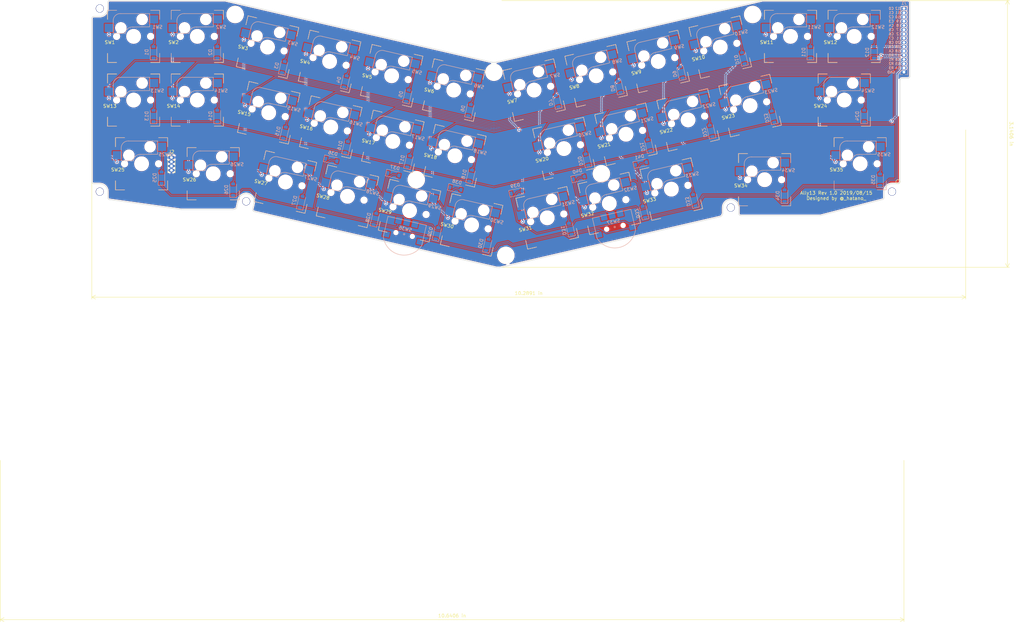
<source format=kicad_pcb>
(kicad_pcb (version 20171130) (host pcbnew "(5.1.2)-2")
  (layers (0 F.Cu signal) (31 B.Cu signal) (34 B.Paste user) (35 F.Paste user) (36 B.SilkS user) (37 F.SilkS user) (38 B.Mask user) (39 F.Mask user) (44 Edge.Cuts user))
  (net 0 "")
  (net 1 R1)
  (net 2 R2)
  (net 3 "Net-(D15-Pad2)")
  (net 4 "Net-(D16-Pad2)")
  (net 5 "Net-(D17-Pad2)")
  (net 6 "Net-(D18-Pad2)")
  (net 7 "Net-(D27-Pad2)")
  (net 8 "Net-(D28-Pad2)")
  (net 9 "Net-(D29-Pad2)")
  (net 10 "Net-(D30-Pad2)")
  (net 11 C1)
  (net 12 C2)
  (net 13 C3)
  (net 14 C4)
  (net 15 C5)
  (net 16 "Net-(D3-Pad2)")
  (net 17 "Net-(D4-Pad2)")
  (net 18 "Net-(D5-Pad2)")
  (net 19 "Net-(D6-Pad2)")
  (net 20 R0)
  (net 21 "Net-(D36-Pad1)")
  (net 22 "Net-(D37-Pad1)")
  (net 23 "Net-(D38-Pad1)")
  (net 24 R3)
  (net 25 "Net-(D7-Pad2)")
  (net 26 "Net-(D8-Pad2)")
  (net 27 "Net-(D9-Pad2)")
  (net 28 "Net-(D10-Pad2)")
  (net 29 "Net-(D20-Pad2)")
  (net 30 "Net-(D21-Pad2)")
  (net 31 "Net-(D22-Pad2)")
  (net 32 "Net-(D23-Pad2)")
  (net 33 C6)
  (net 34 C7)
  (net 35 C8)
  (net 36 C9)
  (net 37 C10)
  (net 38 "Net-(D32-Pad2)")
  (net 39 "Net-(D33-Pad2)")
  (net 40 "Net-(D39-Pad1)")
  (net 41 "Net-(D40-Pad1)")
  (net 42 "Net-(D41-Pad1)")
  (net 43 C0)
  (net 44 GND)
  (net 45 "Net-(D31-Pad2)")
  (net 46 "Net-(D11-Pad2)")
  (net 47 "Net-(D12-Pad2)")
  (net 48 "Net-(D13-Pad2)")
  (net 49 "Net-(D14-Pad2)")
  (net 50 "Net-(D24-Pad2)")
  (net 51 "Net-(D25-Pad2)")
  (net 52 "Net-(D26-Pad2)")
  (net 53 "Net-(D1-Pad2)")
  (net 54 "Net-(D2-Pad2)")
  (net 55 "Net-(D34-Pad2)")
  (net 56 "Net-(D35-Pad2)")
  (module cscslib:D_SOD-123 (layer B.Cu) (at 253.603338 75.009439 90)
    (fp_text reference D35 (at 0 -2.032 90) (layer B.SilkS) (effects (justify mirror)))
    (fp_text value D)
    (pad 1 smd rect (at -1.7 0 90) (size 0.9 1.2) (layers B.Cu B.Paste B.Mask) (net 2 R2))
    (pad 2 smd rect (at 1.7 0 90) (size 0.9 1.2) (layers B.Cu B.Paste B.Mask) (net 56 "Net-(D35-Pad2)"))
  )
  (module cscslib:D_SOD-123 (layer B.Cu) (at 225.028312 79.771942 90)
    (fp_text reference D34 (at 0 -2.032 90) (layer B.SilkS) (effects (justify mirror)))
    (fp_text value D)
    (pad 1 smd rect (at -1.7 0 90) (size 0.9 1.2) (layers B.Cu B.Paste B.Mask) (net 2 R2))
    (pad 2 smd rect (at 1.7 0 90) (size 0.9 1.2) (layers B.Cu B.Paste B.Mask) (net 55 "Net-(D34-Pad2)"))
  )
  (module cscslib:D_SOD-123 (layer B.Cu) (at 248.840834 55.959421 90)
    (fp_text reference D24 (at 0 -2.032 90) (layer B.SilkS) (effects (justify mirror)))
    (fp_text value D)
    (pad 1 smd rect (at -1.7 0 90) (size 0.9 1.2) (layers B.Cu B.Paste B.Mask) (net 24 R3))
    (pad 2 smd rect (at 1.7 0 90) (size 0.9 1.2) (layers B.Cu B.Paste B.Mask) (net 50 "Net-(D24-Pad2)"))
  )
  (module cscslib:D_SOD-123 (layer B.Cu) (at 251.817399 36.909406 90)
    (fp_text reference D12 (at 0 -2.032 90) (layer B.SilkS) (effects (justify mirror)))
    (fp_text value D)
    (pad 1 smd rect (at -1.7 0 90) (size 0.9 1.2) (layers B.Cu B.Paste B.Mask) (net 24 R3))
    (pad 2 smd rect (at 1.7 0 90) (size 0.9 1.2) (layers B.Cu B.Paste B.Mask) (net 47 "Net-(D12-Pad2)"))
  )
  (module cscslib:D_SOD-123 (layer B.Cu) (at 232.767383 36.909406 90)
    (fp_text reference D11 (at 0 -2.032 90) (layer B.SilkS) (effects (justify mirror)))
    (fp_text value D)
    (pad 1 smd rect (at -1.7 0 90) (size 0.9 1.2) (layers B.Cu B.Paste B.Mask) (net 20 R0))
    (pad 2 smd rect (at 1.7 0 90) (size 0.9 1.2) (layers B.Cu B.Paste B.Mask) (net 46 "Net-(D11-Pad2)"))
  )
  (module cscslib:D_SOD-123 (layer B.Cu) (at 160.933555 89.710958 103)
    (fp_text reference D31 (at 0 -2.032 103) (layer B.SilkS) (effects (justify mirror)))
    (fp_text value D)
    (pad 1 smd rect (at -1.7 0 103) (size 0.9 1.2) (layers B.Cu B.Paste B.Mask) (net 2 R2))
    (pad 2 smd rect (at 1.7 0 103) (size 0.9 1.2) (layers B.Cu B.Paste B.Mask) (net 45 "Net-(D31-Pad2)"))
  )
  (module cscslib:D_SOD-123 (layer B.Cu) (at 126.626252 77.664321 347)
    (fp_text reference D38 (at 0 -2.032 167) (layer B.SilkS) (effects (justify mirror)))
    (fp_text value D)
    (pad 1 smd rect (at -1.7 0 347) (size 0.9 1.2) (layers B.Cu B.Paste B.Mask) (net 23 "Net-(D38-Pad1)"))
    (pad 2 smd rect (at 1.7 0 347) (size 0.9 1.2) (layers B.Cu B.Paste B.Mask) (net 15 C5))
  )
  (module cscslib:D_SOD-123 (layer B.Cu) (at 108.064519 73.379007 347)
    (fp_text reference D37 (at 0 -2.032 167) (layer B.SilkS) (effects (justify mirror)))
    (fp_text value D)
    (pad 1 smd rect (at -1.7 0 347) (size 0.9 1.2) (layers B.Cu B.Paste B.Mask) (net 22 "Net-(D37-Pad1)"))
    (pad 2 smd rect (at 1.7 0 347) (size 0.9 1.2) (layers B.Cu B.Paste B.Mask) (net 14 C4))
  )
  (module cscslib:D_SOD-123 (layer B.Cu) (at 89.502785 69.093693 347)
    (fp_text reference D36 (at 0 -2.032 167) (layer B.SilkS) (effects (justify mirror)))
    (fp_text value D)
    (pad 1 smd rect (at -1.7 0 347) (size 0.9 1.2) (layers B.Cu B.Paste B.Mask) (net 21 "Net-(D36-Pad1)"))
    (pad 2 smd rect (at 1.7 0 347) (size 0.9 1.2) (layers B.Cu B.Paste B.Mask) (net 13 C3))
  )
  (module cscslib:D_SOD-123 (layer B.Cu) (at 136.17346 94.531775 77)
    (fp_text reference D30 (at 0 -2.032 77) (layer B.SilkS) (effects (justify mirror)))
    (fp_text value D)
    (pad 1 smd rect (at -1.7 0 77) (size 0.9 1.2) (layers B.Cu B.Paste B.Mask) (net 2 R2))
    (pad 2 smd rect (at 1.7 0 77) (size 0.9 1.2) (layers B.Cu B.Paste B.Mask) (net 10 "Net-(D30-Pad2)"))
  )
  (module cscslib:D_SOD-123 (layer B.Cu) (at 121.092353 91.050027 77)
    (fp_text reference D29 (at 0 -2.032 77) (layer B.SilkS) (effects (justify mirror)))
    (fp_text value D)
    (pad 1 smd rect (at -1.7 0 77) (size 0.9 1.2) (layers B.Cu B.Paste B.Mask) (net 2 R2))
    (pad 2 smd rect (at 1.7 0 77) (size 0.9 1.2) (layers B.Cu B.Paste B.Mask) (net 9 "Net-(D29-Pad2)"))
  )
  (module cscslib:D_SOD-123 (layer B.Cu) (at 102.530588 86.764706 77)
    (fp_text reference D28 (at 0 -2.032 77) (layer B.SilkS) (effects (justify mirror)))
    (fp_text value D)
    (pad 1 smd rect (at -1.7 0 77) (size 0.9 1.2) (layers B.Cu B.Paste B.Mask) (net 2 R2))
    (pad 2 smd rect (at 1.7 0 77) (size 0.9 1.2) (layers B.Cu B.Paste B.Mask) (net 8 "Net-(D28-Pad2)"))
  )
  (module cscslib:D_SOD-123 (layer B.Cu) (at 80.488257 81.675833 77)
    (fp_text reference D27 (at 0 -2.032 77) (layer B.SilkS) (effects (justify mirror)))
    (fp_text value D)
    (pad 1 smd rect (at -1.7 0 77) (size 0.9 1.2) (layers B.Cu B.Paste B.Mask) (net 2 R2))
    (pad 2 smd rect (at 1.7 0 77) (size 0.9 1.2) (layers B.Cu B.Paste B.Mask) (net 7 "Net-(D27-Pad2)"))
  )
  (module cscslib:D_SOD-123 (layer B.Cu) (at 131.177907 73.827384 77)
    (fp_text reference D18 (at 0 -2.032 77) (layer B.SilkS) (effects (justify mirror)))
    (fp_text value D)
    (pad 1 smd rect (at -1.7 0 77) (size 0.9 1.2) (layers B.Cu B.Paste B.Mask) (net 1 R1))
    (pad 2 smd rect (at 1.7 0 77) (size 0.9 1.2) (layers B.Cu B.Paste B.Mask) (net 6 "Net-(D18-Pad2)"))
  )
  (module cscslib:D_SOD-123 (layer B.Cu) (at 112.616397 69.542376 77)
    (fp_text reference D17 (at 0 -2.032 77) (layer B.SilkS) (effects (justify mirror)))
    (fp_text value D)
    (pad 1 smd rect (at -1.7 0 77) (size 0.9 1.2) (layers B.Cu B.Paste B.Mask) (net 1 R1))
    (pad 2 smd rect (at 1.7 0 77) (size 0.9 1.2) (layers B.Cu B.Paste B.Mask) (net 5 "Net-(D17-Pad2)"))
  )
  (module cscslib:D_SOD-123 (layer B.Cu) (at 94.054632 65.257055 77)
    (fp_text reference D16 (at 0 -2.032 77) (layer B.SilkS) (effects (justify mirror)))
    (fp_text value D)
    (pad 1 smd rect (at -1.7 0 77) (size 0.9 1.2) (layers B.Cu B.Paste B.Mask) (net 1 R1))
    (pad 2 smd rect (at 1.7 0 77) (size 0.9 1.2) (layers B.Cu B.Paste B.Mask) (net 4 "Net-(D16-Pad2)"))
  )
  (module cscslib:D_SOD-123 (layer B.Cu) (at 75.492867 60.971734 77)
    (fp_text reference D15 (at 0 -2.032 77) (layer B.SilkS) (effects (justify mirror)))
    (fp_text value D)
    (pad 1 smd rect (at -1.7 0 77) (size 0.9 1.2) (layers B.Cu B.Paste B.Mask) (net 1 R1))
    (pad 2 smd rect (at 1.7 0 77) (size 0.9 1.2) (layers B.Cu B.Paste B.Mask) (net 3 "Net-(D15-Pad2)"))
  )
  (module cscslib:D_SOD-123 (layer B.Cu) (at 130.823044 54.194602 77)
    (fp_text reference D6 (at 0 -2.032 77) (layer B.SilkS) (effects (justify mirror)))
    (fp_text value D)
    (pad 1 smd rect (at -1.7 0 77) (size 0.9 1.2) (layers B.Cu B.Paste B.Mask) (net 20 R0))
    (pad 2 smd rect (at 1.7 0 77) (size 0.9 1.2) (layers B.Cu B.Paste B.Mask) (net 19 "Net-(D6-Pad2)"))
  )
  (module cscslib:D_SOD-123 (layer B.Cu) (at 112.261277 49.90928 77)
    (fp_text reference D5 (at 0 -2.032 77) (layer B.SilkS) (effects (justify mirror)))
    (fp_text value D)
    (pad 1 smd rect (at -1.7 0 77) (size 0.9 1.2) (layers B.Cu B.Paste B.Mask) (net 20 R0))
    (pad 2 smd rect (at 1.7 0 77) (size 0.9 1.2) (layers B.Cu B.Paste B.Mask) (net 18 "Net-(D5-Pad2)"))
  )
  (module cscslib:D_SOD-123 (layer B.Cu) (at 93.699512 45.623959 77)
    (fp_text reference D4 (at 0 -2.032 77) (layer B.SilkS) (effects (justify mirror)))
    (fp_text value D)
    (pad 1 smd rect (at -1.7 0 77) (size 0.9 1.2) (layers B.Cu B.Paste B.Mask) (net 20 R0))
    (pad 2 smd rect (at 1.7 0 77) (size 0.9 1.2) (layers B.Cu B.Paste B.Mask) (net 17 "Net-(D4-Pad2)"))
  )
  (module cscslib:D_SOD-123 (layer B.Cu) (at 75.137747 41.338638 77)
    (fp_text reference D3 (at 0 -2.032 77) (layer B.SilkS) (effects (justify mirror)))
    (fp_text value D)
    (pad 1 smd rect (at -1.7 0 77) (size 0.9 1.2) (layers B.Cu B.Paste B.Mask) (net 20 R0))
    (pad 2 smd rect (at 1.7 0 77) (size 0.9 1.2) (layers B.Cu B.Paste B.Mask) (net 16 "Net-(D3-Pad2)"))
  )
  (module cscslib:D_SOD-123 (layer B.Cu) (at 144.958121 78.735747 13)
    (fp_text reference D39 (at 0 -2.032 13) (layer B.SilkS) (effects (justify mirror)))
    (fp_text value D)
    (pad 1 smd rect (at -1.7 0 13) (size 0.9 1.2) (layers B.Cu B.Paste B.Mask) (net 40 "Net-(D39-Pad1)"))
    (pad 2 smd rect (at 1.7 0 13) (size 0.9 1.2) (layers B.Cu B.Paste B.Mask) (net 33 C6))
  )
  (module cscslib:D_SOD-123 (layer B.Cu) (at 182.081589 70.165119 13)
    (fp_text reference D41 (at 0 -2.032 13) (layer B.SilkS) (effects (justify mirror)))
    (fp_text value D)
    (pad 1 smd rect (at -1.7 0 13) (size 0.9 1.2) (layers B.Cu B.Paste B.Mask) (net 42 "Net-(D41-Pad1)"))
    (pad 2 smd rect (at 1.7 0 13) (size 0.9 1.2) (layers B.Cu B.Paste B.Mask) (net 35 C8))
  )
  (module cscslib:D_SOD-123 (layer B.Cu) (at 163.519855 74.450433 13)
    (fp_text reference D40 (at 0 -2.032 13) (layer B.SilkS) (effects (justify mirror)))
    (fp_text value D)
    (pad 1 smd rect (at -1.7 0 13) (size 0.9 1.2) (layers B.Cu B.Paste B.Mask) (net 41 "Net-(D40-Pad1)"))
    (pad 2 smd rect (at 1.7 0 13) (size 0.9 1.2) (layers B.Cu B.Paste B.Mask) (net 34 C7))
  )
  (module cscslib:D_SOD-123 (layer B.Cu) (at 198.056767 81.140265 103)
    (fp_text reference D33 (at 0 -2.032 103) (layer B.SilkS) (effects (justify mirror)))
    (fp_text value D)
    (pad 1 smd rect (at -1.7 0 103) (size 0.9 1.2) (layers B.Cu B.Paste B.Mask) (net 2 R2))
    (pad 2 smd rect (at 1.7 0 103) (size 0.9 1.2) (layers B.Cu B.Paste B.Mask) (net 39 "Net-(D33-Pad2)"))
  )
  (module cscslib:D_SOD-123 (layer B.Cu) (at 182.975358 84.622084 103)
    (fp_text reference D32 (at 0 -2.032 103) (layer B.SilkS) (effects (justify mirror)))
    (fp_text value D)
    (pad 1 smd rect (at -1.7 0 103) (size 0.9 1.2) (layers B.Cu B.Paste B.Mask) (net 2 R2))
    (pad 2 smd rect (at 1.7 0 103) (size 0.9 1.2) (layers B.Cu B.Paste B.Mask) (net 38 "Net-(D32-Pad2)"))
  )
  (module cscslib:D_SOD-123 (layer B.Cu) (at 221.614608 56.150688 103)
    (fp_text reference D23 (at 0 -2.032 103) (layer B.SilkS) (effects (justify mirror)))
    (fp_text value D)
    (pad 1 smd rect (at -1.7 0 103) (size 0.9 1.2) (layers B.Cu B.Paste B.Mask) (net 1 R1))
    (pad 2 smd rect (at 1.7 0 103) (size 0.9 1.2) (layers B.Cu B.Paste B.Mask) (net 32 "Net-(D23-Pad2)"))
  )
  (module cscslib:D_SOD-123 (layer B.Cu) (at 203.052812 60.436016 103)
    (fp_text reference D22 (at 0 -2.032 103) (layer B.SilkS) (effects (justify mirror)))
    (fp_text value D)
    (pad 1 smd rect (at -1.7 0 103) (size 0.9 1.2) (layers B.Cu B.Paste B.Mask) (net 1 R1))
    (pad 2 smd rect (at 1.7 0 103) (size 0.9 1.2) (layers B.Cu B.Paste B.Mask) (net 31 "Net-(D22-Pad2)"))
  )
  (module cscslib:D_SOD-123 (layer B.Cu) (at 184.491047 64.721338 103)
    (fp_text reference D21 (at 0 -2.032 103) (layer B.SilkS) (effects (justify mirror)))
    (fp_text value D)
    (pad 1 smd rect (at -1.7 0 103) (size 0.9 1.2) (layers B.Cu B.Paste B.Mask) (net 1 R1))
    (pad 2 smd rect (at 1.7 0 103) (size 0.9 1.2) (layers B.Cu B.Paste B.Mask) (net 30 "Net-(D21-Pad2)"))
  )
  (module cscslib:D_SOD-123 (layer B.Cu) (at 165.929281 69.006659 103)
    (fp_text reference D20 (at 0 -2.032 103) (layer B.SilkS) (effects (justify mirror)))
    (fp_text value D)
    (pad 1 smd rect (at -1.7 0 103) (size 0.9 1.2) (layers B.Cu B.Paste B.Mask) (net 1 R1))
    (pad 2 smd rect (at 1.7 0 103) (size 0.9 1.2) (layers B.Cu B.Paste B.Mask) (net 29 "Net-(D20-Pad2)"))
  )
  (module cscslib:D_SOD-123 (layer B.Cu) (at 212.688784 38.660267 103)
    (fp_text reference D10 (at 0 -2.032 103) (layer B.SilkS) (effects (justify mirror)))
    (fp_text value D)
    (pad 1 smd rect (at -1.7 0 103) (size 0.9 1.2) (layers B.Cu B.Paste B.Mask) (net 20 R0))
    (pad 2 smd rect (at 1.7 0 103) (size 0.9 1.2) (layers B.Cu B.Paste B.Mask) (net 28 "Net-(D10-Pad2)"))
  )
  (module cscslib:D_SOD-123 (layer B.Cu) (at 194.127018 42.945589 103)
    (fp_text reference D9 (at 0 -2.032 103) (layer B.SilkS) (effects (justify mirror)))
    (fp_text value D)
    (pad 1 smd rect (at -1.7 0 103) (size 0.9 1.2) (layers B.Cu B.Paste B.Mask) (net 20 R0))
    (pad 2 smd rect (at 1.7 0 103) (size 0.9 1.2) (layers B.Cu B.Paste B.Mask) (net 27 "Net-(D9-Pad2)"))
  )
  (module cscslib:D_SOD-123 (layer B.Cu) (at 175.565253 47.23091 103)
    (fp_text reference D8 (at 0 -2.032 103) (layer B.SilkS) (effects (justify mirror)))
    (fp_text value D)
    (pad 1 smd rect (at -1.7 0 103) (size 0.9 1.2) (layers B.Cu B.Paste B.Mask) (net 20 R0))
    (pad 2 smd rect (at 1.7 0 103) (size 0.9 1.2) (layers B.Cu B.Paste B.Mask) (net 26 "Net-(D8-Pad2)"))
  )
  (module cscslib:D_SOD-123 (layer B.Cu) (at 157.003488 51.516231 103)
    (fp_text reference D7 (at 0 -2.032 103) (layer B.SilkS) (effects (justify mirror)))
    (fp_text value D)
    (pad 1 smd rect (at -1.7 0 103) (size 0.9 1.2) (layers B.Cu B.Paste B.Mask) (net 20 R0))
    (pad 2 smd rect (at 1.7 0 103) (size 0.9 1.2) (layers B.Cu B.Paste B.Mask) (net 25 "Net-(D7-Pad2)"))
  )
  (module cscslib:D_SOD-123 (layer B.Cu) (at 60.126613 77.986003 90)
    (fp_text reference D26 (at 0 -2.032 90) (layer B.SilkS) (effects (justify mirror)))
    (fp_text value D)
    (pad 1 smd rect (at -1.7 0 90) (size 0.9 1.2) (layers B.Cu B.Paste B.Mask) (net 2 R2))
    (pad 2 smd rect (at 1.7 0 90) (size 0.9 1.2) (layers B.Cu B.Paste B.Mask) (net 52 "Net-(D26-Pad2)"))
  )
  (module cscslib:D_SOD-123 (layer B.Cu) (at 38.695345 74.414125 90)
    (fp_text reference D25 (at 0 -2.032 90) (layer B.SilkS) (effects (justify mirror)))
    (fp_text value D)
    (pad 1 smd rect (at -1.7 0 90) (size 0.9 1.2) (layers B.Cu B.Paste B.Mask) (net 2 R2))
    (pad 2 smd rect (at 1.7 0 90) (size 0.9 1.2) (layers B.Cu B.Paste B.Mask) (net 51 "Net-(D25-Pad2)"))
  )
  (module cscslib:D_SOD-123 (layer B.Cu) (at 55.364109 55.959422 90)
    (fp_text reference D14 (at 0 -2.032 90) (layer B.SilkS) (effects (justify mirror)))
    (fp_text value D)
    (pad 1 smd rect (at -1.7 0 90) (size 0.9 1.2) (layers B.Cu B.Paste B.Mask) (net 1 R1))
    (pad 2 smd rect (at 1.7 0 90) (size 0.9 1.2) (layers B.Cu B.Paste B.Mask) (net 49 "Net-(D14-Pad2)"))
  )
  (module cscslib:D_SOD-123 (layer B.Cu) (at 36.314093 55.959422 90)
    (fp_text reference D13 (at 0 -2.032 90) (layer B.SilkS) (effects (justify mirror)))
    (fp_text value D)
    (pad 1 smd rect (at -1.7 0 90) (size 0.9 1.2) (layers B.Cu B.Paste B.Mask) (net 1 R1))
    (pad 2 smd rect (at 1.7 0 90) (size 0.9 1.2) (layers B.Cu B.Paste B.Mask) (net 48 "Net-(D13-Pad2)"))
  )
  (module cscslib:D_SOD-123 (layer B.Cu) (at 55.364109 36.909406 90)
    (fp_text reference D2 (at 0 -2.032 90) (layer B.SilkS) (effects (justify mirror)))
    (fp_text value D)
    (pad 1 smd rect (at -1.7 0 90) (size 0.9 1.2) (layers B.Cu B.Paste B.Mask) (net 20 R0))
    (pad 2 smd rect (at 1.7 0 90) (size 0.9 1.2) (layers B.Cu B.Paste B.Mask) (net 54 "Net-(D2-Pad2)"))
  )
  (module cscslib:D_SOD-123 (layer B.Cu) (at 36.314093 36.909406 90)
    (fp_text reference D1 (at 0 -2.032 90) (layer B.SilkS) (effects (justify mirror)))
    (fp_text value D)
    (pad 1 smd rect (at -1.7 0 90) (size 0.9 1.2) (layers B.Cu B.Paste B.Mask) (net 20 R0))
    (pad 2 smd rect (at 1.7 0 90) (size 0.9 1.2) (layers B.Cu B.Paste B.Mask) (net 53 "Net-(D1-Pad2)"))
  )
  (module cscslib:CPG1511_1u (layer F.Cu) (at 245.864269 32.146902)
    (fp_text reference SW12 (at -7.112 1.778 180) (layer F.SilkS))
    (fp_text value SW_Push hide)
    (fp_text user %R (at 7.112 -2.794) (layer B.SilkS) (effects (justify mirror)))
    (pad "" np_thru_hole circle (at -3.81 -2.54) (size 3 3) (drill 3) (layers *.Cu *.Mask))
    (pad "" np_thru_hole circle (at -5.08 0) (size 1.7018 1.7018) (drill 1.7018) (layers *.Cu *.Mask))
    (pad "" np_thru_hole circle (at 5.08 0) (size 1.7018 1.7018) (drill 1.7018) (layers *.Cu *.Mask))
    (pad "" np_thru_hole circle (at 2.54 -5.08) (size 3 3) (drill 3) (layers *.Cu *.Mask))
    (pad "" np_thru_hole circle (at 0 0) (size 3.9878 3.9878) (drill 3.9878) (layers *.Cu *.Mask))
    (pad 1 smd rect (at -7.385 -2.54) (size 2.55 2.5) (layers B.Cu B.Paste B.Mask) (net 36 C9))
    (pad 2 smd rect (at 6.115 -5.08 180) (size 2.55 2.5) (layers B.Cu B.Paste B.Mask) (net 47 "Net-(D12-Pad2)"))
  )
  (module cscslib:CPG1511_1u (layer F.Cu) (at 154.061673 86.409681 13)
    (fp_text reference SW31 (at -7.112 1.778 193) (layer F.SilkS))
    (fp_text value SW_Push hide)
    (fp_text user %R (at 7.112 -2.794 13) (layer B.SilkS) (effects (justify mirror)))
    (pad "" np_thru_hole circle (at -3.81 -2.54 13) (size 3 3) (drill 3) (layers *.Cu *.Mask))
    (pad "" np_thru_hole circle (at -5.08 0 13) (size 1.7018 1.7018) (drill 1.7018) (layers *.Cu *.Mask))
    (pad "" np_thru_hole circle (at 5.08 0 13) (size 1.7018 1.7018) (drill 1.7018) (layers *.Cu *.Mask))
    (pad "" np_thru_hole circle (at 2.54 -5.08 13) (size 3 3) (drill 3) (layers *.Cu *.Mask))
    (pad "" np_thru_hole circle (at 0 0 13) (size 3.9878 3.9878) (drill 3.9878) (layers *.Cu *.Mask))
    (pad 1 smd rect (at -7.385 -2.54 13) (size 2.55 2.5) (layers B.Cu B.Paste B.Mask) (net 33 C6))
    (pad 2 smd rect (at 6.115 -5.08 193) (size 2.55 2.5) (layers B.Cu B.Paste B.Mask) (net 45 "Net-(D31-Pad2)"))
  )
  (module cscslib:CPG1511_1u (layer F.Cu) (at 131.444246 88.552181 347)
    (fp_text reference SW30 (at -7.112 1.778 347) (layer F.SilkS))
    (fp_text value SW_Push hide)
    (fp_text user %R (at 7.112 -2.794 167) (layer B.SilkS) (effects (justify mirror)))
    (pad "" np_thru_hole circle (at -3.81 -2.54 347) (size 3 3) (drill 3) (layers *.Cu *.Mask))
    (pad "" np_thru_hole circle (at -5.08 0 347) (size 1.7018 1.7018) (drill 1.7018) (layers *.Cu *.Mask))
    (pad "" np_thru_hole circle (at 5.08 0 347) (size 1.7018 1.7018) (drill 1.7018) (layers *.Cu *.Mask))
    (pad "" np_thru_hole circle (at 2.54 -5.08 347) (size 3 3) (drill 3) (layers *.Cu *.Mask))
    (pad "" np_thru_hole circle (at 0 0 347) (size 3.9878 3.9878) (drill 3.9878) (layers *.Cu *.Mask))
    (pad 1 smd rect (at -7.385 -2.54 347) (size 2.55 2.5) (layers B.Cu B.Paste B.Mask) (net 15 C5))
    (pad 2 smd rect (at 6.115 -5.08 167) (size 2.55 2.5) (layers B.Cu B.Paste B.Mask) (net 10 "Net-(D30-Pad2)"))
  )
  (module cscslib:CPG1511_1u (layer F.Cu) (at 112.882737 84.267198 347)
    (fp_text reference SW29 (at -7.112 1.778 347) (layer F.SilkS))
    (fp_text value SW_Push hide)
    (fp_text user %R (at 7.112 -2.794 167) (layer B.SilkS) (effects (justify mirror)))
    (pad "" np_thru_hole circle (at -3.81 -2.54 347) (size 3 3) (drill 3) (layers *.Cu *.Mask))
    (pad "" np_thru_hole circle (at -5.08 0 347) (size 1.7018 1.7018) (drill 1.7018) (layers *.Cu *.Mask))
    (pad "" np_thru_hole circle (at 5.08 0 347) (size 1.7018 1.7018) (drill 1.7018) (layers *.Cu *.Mask))
    (pad "" np_thru_hole circle (at 2.54 -5.08 347) (size 3 3) (drill 3) (layers *.Cu *.Mask))
    (pad "" np_thru_hole circle (at 0 0 347) (size 3.9878 3.9878) (drill 3.9878) (layers *.Cu *.Mask))
    (pad 1 smd rect (at -7.385 -2.54 347) (size 2.55 2.5) (layers B.Cu B.Paste B.Mask) (net 14 C4))
    (pad 2 smd rect (at 6.115 -5.08 167) (size 2.55 2.5) (layers B.Cu B.Paste B.Mask) (net 9 "Net-(D29-Pad2)"))
  )
  (module cscslib:CPG1511_1u (layer F.Cu) (at 94.320972 79.981877 347)
    (fp_text reference SW28 (at -7.112 1.778 347) (layer F.SilkS))
    (fp_text value SW_Push hide)
    (fp_text user %R (at 7.112 -2.794 167) (layer B.SilkS) (effects (justify mirror)))
    (pad "" np_thru_hole circle (at -3.81 -2.54 347) (size 3 3) (drill 3) (layers *.Cu *.Mask))
    (pad "" np_thru_hole circle (at -5.08 0 347) (size 1.7018 1.7018) (drill 1.7018) (layers *.Cu *.Mask))
    (pad "" np_thru_hole circle (at 5.08 0 347) (size 1.7018 1.7018) (drill 1.7018) (layers *.Cu *.Mask))
    (pad "" np_thru_hole circle (at 2.54 -5.08 347) (size 3 3) (drill 3) (layers *.Cu *.Mask))
    (pad "" np_thru_hole circle (at 0 0 347) (size 3.9878 3.9878) (drill 3.9878) (layers *.Cu *.Mask))
    (pad 1 smd rect (at -7.385 -2.54 347) (size 2.55 2.5) (layers B.Cu B.Paste B.Mask) (net 13 C3))
    (pad 2 smd rect (at 6.115 -5.08 167) (size 2.55 2.5) (layers B.Cu B.Paste B.Mask) (net 8 "Net-(D28-Pad2)"))
  )
  (module cscslib:CPG1511_1u (layer F.Cu) (at 75.759207 75.696555 347)
    (fp_text reference SW27 (at -7.112 1.778 347) (layer F.SilkS))
    (fp_text value SW_Push hide)
    (fp_text user %R (at 7.112 -2.794 167) (layer B.SilkS) (effects (justify mirror)))
    (pad "" np_thru_hole circle (at -3.81 -2.54 347) (size 3 3) (drill 3) (layers *.Cu *.Mask))
    (pad "" np_thru_hole circle (at -5.08 0 347) (size 1.7018 1.7018) (drill 1.7018) (layers *.Cu *.Mask))
    (pad "" np_thru_hole circle (at 5.08 0 347) (size 1.7018 1.7018) (drill 1.7018) (layers *.Cu *.Mask))
    (pad "" np_thru_hole circle (at 2.54 -5.08 347) (size 3 3) (drill 3) (layers *.Cu *.Mask))
    (pad "" np_thru_hole circle (at 0 0 347) (size 3.9878 3.9878) (drill 3.9878) (layers *.Cu *.Mask))
    (pad 1 smd rect (at -7.385 -2.54 347) (size 2.55 2.5) (layers B.Cu B.Paste B.Mask) (net 12 C2))
    (pad 2 smd rect (at 6.115 -5.08 167) (size 2.55 2.5) (layers B.Cu B.Paste B.Mask) (net 7 "Net-(D27-Pad2)"))
  )
  (module cscslib:CPG1511_1u (layer F.Cu) (at 126.448693 67.84779 347)
    (fp_text reference SW18 (at -7.112 1.778 347) (layer F.SilkS))
    (fp_text value SW_Push hide)
    (fp_text user %R (at 7.112 -2.794 167) (layer B.SilkS) (effects (justify mirror)))
    (pad "" np_thru_hole circle (at -3.81 -2.54 347) (size 3 3) (drill 3) (layers *.Cu *.Mask))
    (pad "" np_thru_hole circle (at -5.08 0 347) (size 1.7018 1.7018) (drill 1.7018) (layers *.Cu *.Mask))
    (pad "" np_thru_hole circle (at 5.08 0 347) (size 1.7018 1.7018) (drill 1.7018) (layers *.Cu *.Mask))
    (pad "" np_thru_hole circle (at 2.54 -5.08 347) (size 3 3) (drill 3) (layers *.Cu *.Mask))
    (pad "" np_thru_hole circle (at 0 0 347) (size 3.9878 3.9878) (drill 3.9878) (layers *.Cu *.Mask))
    (pad 1 smd rect (at -7.385 -2.54 347) (size 2.55 2.5) (layers B.Cu B.Paste B.Mask) (net 15 C5))
    (pad 2 smd rect (at 6.115 -5.08 167) (size 2.55 2.5) (layers B.Cu B.Paste B.Mask) (net 6 "Net-(D18-Pad2)"))
  )
  (module cscslib:CPG1511_1u (layer F.Cu) (at 107.887176 63.562772 347)
    (fp_text reference SW17 (at -7.112 1.778 347) (layer F.SilkS))
    (fp_text value SW_Push hide)
    (fp_text user %R (at 7.112 -2.794 167) (layer B.SilkS) (effects (justify mirror)))
    (pad "" np_thru_hole circle (at -3.81 -2.54 347) (size 3 3) (drill 3) (layers *.Cu *.Mask))
    (pad "" np_thru_hole circle (at -5.08 0 347) (size 1.7018 1.7018) (drill 1.7018) (layers *.Cu *.Mask))
    (pad "" np_thru_hole circle (at 5.08 0 347) (size 1.7018 1.7018) (drill 1.7018) (layers *.Cu *.Mask))
    (pad "" np_thru_hole circle (at 2.54 -5.08 347) (size 3 3) (drill 3) (layers *.Cu *.Mask))
    (pad "" np_thru_hole circle (at 0 0 347) (size 3.9878 3.9878) (drill 3.9878) (layers *.Cu *.Mask))
    (pad 1 smd rect (at -7.385 -2.54 347) (size 2.55 2.5) (layers B.Cu B.Paste B.Mask) (net 14 C4))
    (pad 2 smd rect (at 6.115 -5.08 167) (size 2.55 2.5) (layers B.Cu B.Paste B.Mask) (net 5 "Net-(D17-Pad2)"))
  )
  (module cscslib:CPG1511_1u (layer F.Cu) (at 89.325411 59.277451 347)
    (fp_text reference SW16 (at -7.112 1.778 347) (layer F.SilkS))
    (fp_text value SW_Push hide)
    (fp_text user %R (at 7.112 -2.794 167) (layer B.SilkS) (effects (justify mirror)))
    (pad "" np_thru_hole circle (at -3.81 -2.54 347) (size 3 3) (drill 3) (layers *.Cu *.Mask))
    (pad "" np_thru_hole circle (at -5.08 0 347) (size 1.7018 1.7018) (drill 1.7018) (layers *.Cu *.Mask))
    (pad "" np_thru_hole circle (at 5.08 0 347) (size 1.7018 1.7018) (drill 1.7018) (layers *.Cu *.Mask))
    (pad "" np_thru_hole circle (at 2.54 -5.08 347) (size 3 3) (drill 3) (layers *.Cu *.Mask))
    (pad "" np_thru_hole circle (at 0 0 347) (size 3.9878 3.9878) (drill 3.9878) (layers *.Cu *.Mask))
    (pad 1 smd rect (at -7.385 -2.54 347) (size 2.55 2.5) (layers B.Cu B.Paste B.Mask) (net 13 C3))
    (pad 2 smd rect (at 6.115 -5.08 167) (size 2.55 2.5) (layers B.Cu B.Paste B.Mask) (net 4 "Net-(D16-Pad2)"))
  )
  (module cscslib:CPG1511_1u (layer F.Cu) (at 70.763645 54.99213 347)
    (fp_text reference SW15 (at -7.112 1.778 347) (layer F.SilkS))
    (fp_text value SW_Push hide)
    (fp_text user %R (at 7.112 -2.794 167) (layer B.SilkS) (effects (justify mirror)))
    (pad "" np_thru_hole circle (at -3.81 -2.54 347) (size 3 3) (drill 3) (layers *.Cu *.Mask))
    (pad "" np_thru_hole circle (at -5.08 0 347) (size 1.7018 1.7018) (drill 1.7018) (layers *.Cu *.Mask))
    (pad "" np_thru_hole circle (at 5.08 0 347) (size 1.7018 1.7018) (drill 1.7018) (layers *.Cu *.Mask))
    (pad "" np_thru_hole circle (at 2.54 -5.08 347) (size 3 3) (drill 3) (layers *.Cu *.Mask))
    (pad "" np_thru_hole circle (at 0 0 347) (size 3.9878 3.9878) (drill 3.9878) (layers *.Cu *.Mask))
    (pad 1 smd rect (at -7.385 -2.54 347) (size 2.55 2.5) (layers B.Cu B.Paste B.Mask) (net 12 C2))
    (pad 2 smd rect (at 6.115 -5.08 167) (size 2.55 2.5) (layers B.Cu B.Paste B.Mask) (net 3 "Net-(D15-Pad2)"))
  )
  (module cscslib:CPG1511_1u (layer F.Cu) (at 126.093821 48.214997 347)
    (fp_text reference SW6 (at -7.112 1.778 347) (layer F.SilkS))
    (fp_text value SW_Push hide)
    (fp_text user %R (at 7.112 -2.794 167) (layer B.SilkS) (effects (justify mirror)))
    (pad "" np_thru_hole circle (at -3.81 -2.54 347) (size 3 3) (drill 3) (layers *.Cu *.Mask))
    (pad "" np_thru_hole circle (at -5.08 0 347) (size 1.7018 1.7018) (drill 1.7018) (layers *.Cu *.Mask))
    (pad "" np_thru_hole circle (at 5.08 0 347) (size 1.7018 1.7018) (drill 1.7018) (layers *.Cu *.Mask))
    (pad "" np_thru_hole circle (at 2.54 -5.08 347) (size 3 3) (drill 3) (layers *.Cu *.Mask))
    (pad "" np_thru_hole circle (at 0 0 347) (size 3.9878 3.9878) (drill 3.9878) (layers *.Cu *.Mask))
    (pad 1 smd rect (at -7.385 -2.54 347) (size 2.55 2.5) (layers B.Cu B.Paste B.Mask) (net 15 C5))
    (pad 2 smd rect (at 6.115 -5.08 167) (size 2.55 2.5) (layers B.Cu B.Paste B.Mask) (net 19 "Net-(D6-Pad2)"))
  )
  (module cscslib:CPG1511_1u (layer F.Cu) (at 107.532055 43.929676 347)
    (fp_text reference SW5 (at -7.112 1.778 347) (layer F.SilkS))
    (fp_text value SW_Push hide)
    (fp_text user %R (at 7.112 -2.794 167) (layer B.SilkS) (effects (justify mirror)))
    (pad "" np_thru_hole circle (at -3.81 -2.54 347) (size 3 3) (drill 3) (layers *.Cu *.Mask))
    (pad "" np_thru_hole circle (at -5.08 0 347) (size 1.7018 1.7018) (drill 1.7018) (layers *.Cu *.Mask))
    (pad "" np_thru_hole circle (at 5.08 0 347) (size 1.7018 1.7018) (drill 1.7018) (layers *.Cu *.Mask))
    (pad "" np_thru_hole circle (at 2.54 -5.08 347) (size 3 3) (drill 3) (layers *.Cu *.Mask))
    (pad "" np_thru_hole circle (at 0 0 347) (size 3.9878 3.9878) (drill 3.9878) (layers *.Cu *.Mask))
    (pad 1 smd rect (at -7.385 -2.54 347) (size 2.55 2.5) (layers B.Cu B.Paste B.Mask) (net 14 C4))
    (pad 2 smd rect (at 6.115 -5.08 167) (size 2.55 2.5) (layers B.Cu B.Paste B.Mask) (net 18 "Net-(D5-Pad2)"))
  )
  (module cscslib:CPG1511_1u (layer F.Cu) (at 88.970291 39.644355 347)
    (fp_text reference SW4 (at -7.112 1.778 347) (layer F.SilkS))
    (fp_text value SW_Push hide)
    (fp_text user %R (at 7.112 -2.794 167) (layer B.SilkS) (effects (justify mirror)))
    (pad "" np_thru_hole circle (at -3.81 -2.54 347) (size 3 3) (drill 3) (layers *.Cu *.Mask))
    (pad "" np_thru_hole circle (at -5.08 0 347) (size 1.7018 1.7018) (drill 1.7018) (layers *.Cu *.Mask))
    (pad "" np_thru_hole circle (at 5.08 0 347) (size 1.7018 1.7018) (drill 1.7018) (layers *.Cu *.Mask))
    (pad "" np_thru_hole circle (at 2.54 -5.08 347) (size 3 3) (drill 3) (layers *.Cu *.Mask))
    (pad "" np_thru_hole circle (at 0 0 347) (size 3.9878 3.9878) (drill 3.9878) (layers *.Cu *.Mask))
    (pad 1 smd rect (at -7.385 -2.54 347) (size 2.55 2.5) (layers B.Cu B.Paste B.Mask) (net 13 C3))
    (pad 2 smd rect (at 6.115 -5.08 167) (size 2.55 2.5) (layers B.Cu B.Paste B.Mask) (net 17 "Net-(D4-Pad2)"))
  )
  (module cscslib:CPG1511_1u (layer F.Cu) (at 70.408525 35.359034 347)
    (fp_text reference SW3 (at -7.112 1.778 347) (layer F.SilkS))
    (fp_text value SW_Push hide)
    (fp_text user %R (at 7.112 -2.794 167) (layer B.SilkS) (effects (justify mirror)))
    (pad "" np_thru_hole circle (at -3.81 -2.54 347) (size 3 3) (drill 3) (layers *.Cu *.Mask))
    (pad "" np_thru_hole circle (at -5.08 0 347) (size 1.7018 1.7018) (drill 1.7018) (layers *.Cu *.Mask))
    (pad "" np_thru_hole circle (at 5.08 0 347) (size 1.7018 1.7018) (drill 1.7018) (layers *.Cu *.Mask))
    (pad "" np_thru_hole circle (at 2.54 -5.08 347) (size 3 3) (drill 3) (layers *.Cu *.Mask))
    (pad "" np_thru_hole circle (at 0 0 347) (size 3.9878 3.9878) (drill 3.9878) (layers *.Cu *.Mask))
    (pad 1 smd rect (at -7.385 -2.54 347) (size 2.55 2.5) (layers B.Cu B.Paste B.Mask) (net 12 C2))
    (pad 2 smd rect (at 6.115 -5.08 167) (size 2.55 2.5) (layers B.Cu B.Paste B.Mask) (net 16 "Net-(D3-Pad2)"))
  )
  (module cscslib:CPG1511_1u (layer F.Cu) (at 187.255136 39.64431 13)
    (fp_text reference SW9 (at -7.112 1.778 193) (layer F.SilkS))
    (fp_text value SW_Push hide)
    (fp_text user %R (at 7.112 -2.794 13) (layer B.SilkS) (effects (justify mirror)))
    (pad "" np_thru_hole circle (at -3.81 -2.54 13) (size 3 3) (drill 3) (layers *.Cu *.Mask))
    (pad "" np_thru_hole circle (at -5.08 0 13) (size 1.7018 1.7018) (drill 1.7018) (layers *.Cu *.Mask))
    (pad "" np_thru_hole circle (at 5.08 0 13) (size 1.7018 1.7018) (drill 1.7018) (layers *.Cu *.Mask))
    (pad "" np_thru_hole circle (at 2.54 -5.08 13) (size 3 3) (drill 3) (layers *.Cu *.Mask))
    (pad "" np_thru_hole circle (at 0 0 13) (size 3.9878 3.9878) (drill 3.9878) (layers *.Cu *.Mask))
    (pad 1 smd rect (at -7.385 -2.54 13) (size 2.55 2.5) (layers B.Cu B.Paste B.Mask) (net 35 C8))
    (pad 2 smd rect (at 6.115 -5.08 193) (size 2.55 2.5) (layers B.Cu B.Paste B.Mask) (net 27 "Net-(D9-Pad2)"))
  )
  (module cscslib:CPG1511_1u (layer F.Cu) (at 191.185457 77.839143 13)
    (fp_text reference SW33 (at -7.112 1.778 193) (layer F.SilkS))
    (fp_text value SW_Push hide)
    (fp_text user %R (at 7.112 -2.794 13) (layer B.SilkS) (effects (justify mirror)))
    (pad "" np_thru_hole circle (at -3.81 -2.54 13) (size 3 3) (drill 3) (layers *.Cu *.Mask))
    (pad "" np_thru_hole circle (at -5.08 0 13) (size 1.7018 1.7018) (drill 1.7018) (layers *.Cu *.Mask))
    (pad "" np_thru_hole circle (at 5.08 0 13) (size 1.7018 1.7018) (drill 1.7018) (layers *.Cu *.Mask))
    (pad "" np_thru_hole circle (at 2.54 -5.08 13) (size 3 3) (drill 3) (layers *.Cu *.Mask))
    (pad "" np_thru_hole circle (at 0 0 13) (size 3.9878 3.9878) (drill 3.9878) (layers *.Cu *.Mask))
    (pad 1 smd rect (at -7.385 -2.54 13) (size 2.55 2.5) (layers B.Cu B.Paste B.Mask) (net 35 C8))
    (pad 2 smd rect (at 6.115 -5.08 193) (size 2.55 2.5) (layers B.Cu B.Paste B.Mask) (net 39 "Net-(D33-Pad2)"))
  )
  (module cscslib:CPG1511_1u (layer F.Cu) (at 172.623723 82.124457 13)
    (fp_text reference SW32 (at -7.112 1.778 193) (layer F.SilkS))
    (fp_text value SW_Push hide)
    (fp_text user %R (at 7.112 -2.794 13) (layer B.SilkS) (effects (justify mirror)))
    (pad "" np_thru_hole circle (at -3.81 -2.54 13) (size 3 3) (drill 3) (layers *.Cu *.Mask))
    (pad "" np_thru_hole circle (at -5.08 0 13) (size 1.7018 1.7018) (drill 1.7018) (layers *.Cu *.Mask))
    (pad "" np_thru_hole circle (at 5.08 0 13) (size 1.7018 1.7018) (drill 1.7018) (layers *.Cu *.Mask))
    (pad "" np_thru_hole circle (at 2.54 -5.08 13) (size 3 3) (drill 3) (layers *.Cu *.Mask))
    (pad "" np_thru_hole circle (at 0 0 13) (size 3.9878 3.9878) (drill 3.9878) (layers *.Cu *.Mask))
    (pad 1 smd rect (at -7.385 -2.54 13) (size 2.55 2.5) (layers B.Cu B.Paste B.Mask) (net 34 C7))
    (pad 2 smd rect (at 6.115 -5.08 193) (size 2.55 2.5) (layers B.Cu B.Paste B.Mask) (net 38 "Net-(D32-Pad2)"))
  )
  (module cscslib:CPG1511_1u (layer F.Cu) (at 214.742737 52.849407 13)
    (fp_text reference SW23 (at -7.112 1.778 193) (layer F.SilkS))
    (fp_text value SW_Push hide)
    (fp_text user %R (at 7.112 -2.794 13) (layer B.SilkS) (effects (justify mirror)))
    (pad "" np_thru_hole circle (at -3.81 -2.54 13) (size 3 3) (drill 3) (layers *.Cu *.Mask))
    (pad "" np_thru_hole circle (at -5.08 0 13) (size 1.7018 1.7018) (drill 1.7018) (layers *.Cu *.Mask))
    (pad "" np_thru_hole circle (at 5.08 0 13) (size 1.7018 1.7018) (drill 1.7018) (layers *.Cu *.Mask))
    (pad "" np_thru_hole circle (at 2.54 -5.08 13) (size 3 3) (drill 3) (layers *.Cu *.Mask))
    (pad "" np_thru_hole circle (at 0 0 13) (size 3.9878 3.9878) (drill 3.9878) (layers *.Cu *.Mask))
    (pad 1 smd rect (at -7.385 -2.54 13) (size 2.55 2.5) (layers B.Cu B.Paste B.Mask) (net 37 C10))
    (pad 2 smd rect (at 6.115 -5.08 193) (size 2.55 2.5) (layers B.Cu B.Paste B.Mask) (net 32 "Net-(D23-Pad2)"))
  )
  (module cscslib:CPG1511_1u (layer F.Cu) (at 196.181006 57.134733 13)
    (fp_text reference SW22 (at -7.112 1.778 193) (layer F.SilkS))
    (fp_text value SW_Push hide)
    (fp_text user %R (at 7.112 -2.794 13) (layer B.SilkS) (effects (justify mirror)))
    (pad "" np_thru_hole circle (at -3.81 -2.54 13) (size 3 3) (drill 3) (layers *.Cu *.Mask))
    (pad "" np_thru_hole circle (at -5.08 0 13) (size 1.7018 1.7018) (drill 1.7018) (layers *.Cu *.Mask))
    (pad "" np_thru_hole circle (at 5.08 0 13) (size 1.7018 1.7018) (drill 1.7018) (layers *.Cu *.Mask))
    (pad "" np_thru_hole circle (at 2.54 -5.08 13) (size 3 3) (drill 3) (layers *.Cu *.Mask))
    (pad "" np_thru_hole circle (at 0 0 13) (size 3.9878 3.9878) (drill 3.9878) (layers *.Cu *.Mask))
    (pad 1 smd rect (at -7.385 -2.54 13) (size 2.55 2.5) (layers B.Cu B.Paste B.Mask) (net 36 C9))
    (pad 2 smd rect (at 6.115 -5.08 193) (size 2.55 2.5) (layers B.Cu B.Paste B.Mask) (net 31 "Net-(D22-Pad2)"))
  )
  (module cscslib:CPG1511_1u (layer F.Cu) (at 177.619272 61.420047 13)
    (fp_text reference SW21 (at -7.112 1.778 193) (layer F.SilkS))
    (fp_text value SW_Push hide)
    (fp_text user %R (at 7.112 -2.794 13) (layer B.SilkS) (effects (justify mirror)))
    (pad "" np_thru_hole circle (at -3.81 -2.54 13) (size 3 3) (drill 3) (layers *.Cu *.Mask))
    (pad "" np_thru_hole circle (at -5.08 0 13) (size 1.7018 1.7018) (drill 1.7018) (layers *.Cu *.Mask))
    (pad "" np_thru_hole circle (at 5.08 0 13) (size 1.7018 1.7018) (drill 1.7018) (layers *.Cu *.Mask))
    (pad "" np_thru_hole circle (at 2.54 -5.08 13) (size 3 3) (drill 3) (layers *.Cu *.Mask))
    (pad "" np_thru_hole circle (at 0 0 13) (size 3.9878 3.9878) (drill 3.9878) (layers *.Cu *.Mask))
    (pad 1 smd rect (at -7.385 -2.54 13) (size 2.55 2.5) (layers B.Cu B.Paste B.Mask) (net 35 C8))
    (pad 2 smd rect (at 6.115 -5.08 193) (size 2.55 2.5) (layers B.Cu B.Paste B.Mask) (net 30 "Net-(D21-Pad2)"))
  )
  (module cscslib:CPG1511_1u (layer F.Cu) (at 159.057535 65.705349 13)
    (fp_text reference SW20 (at -7.112 1.778 193) (layer F.SilkS))
    (fp_text value SW_Push hide)
    (fp_text user %R (at 7.112 -2.794 13) (layer B.SilkS) (effects (justify mirror)))
    (pad "" np_thru_hole circle (at -3.81 -2.54 13) (size 3 3) (drill 3) (layers *.Cu *.Mask))
    (pad "" np_thru_hole circle (at -5.08 0 13) (size 1.7018 1.7018) (drill 1.7018) (layers *.Cu *.Mask))
    (pad "" np_thru_hole circle (at 5.08 0 13) (size 1.7018 1.7018) (drill 1.7018) (layers *.Cu *.Mask))
    (pad "" np_thru_hole circle (at 2.54 -5.08 13) (size 3 3) (drill 3) (layers *.Cu *.Mask))
    (pad "" np_thru_hole circle (at 0 0 13) (size 3.9878 3.9878) (drill 3.9878) (layers *.Cu *.Mask))
    (pad 1 smd rect (at -7.385 -2.54 13) (size 2.55 2.5) (layers B.Cu B.Paste B.Mask) (net 34 C7))
    (pad 2 smd rect (at 6.115 -5.08 193) (size 2.55 2.5) (layers B.Cu B.Paste B.Mask) (net 29 "Net-(D20-Pad2)"))
  )
  (module cscslib:CPG1511_1u (layer F.Cu) (at 205.816902 35.358989 13)
    (fp_text reference SW10 (at -7.112 1.778 193) (layer F.SilkS))
    (fp_text value SW_Push hide)
    (fp_text user %R (at 7.112 -2.794 13) (layer B.SilkS) (effects (justify mirror)))
    (pad "" np_thru_hole circle (at -3.81 -2.54 13) (size 3 3) (drill 3) (layers *.Cu *.Mask))
    (pad "" np_thru_hole circle (at -5.08 0 13) (size 1.7018 1.7018) (drill 1.7018) (layers *.Cu *.Mask))
    (pad "" np_thru_hole circle (at 5.08 0 13) (size 1.7018 1.7018) (drill 1.7018) (layers *.Cu *.Mask))
    (pad "" np_thru_hole circle (at 2.54 -5.08 13) (size 3 3) (drill 3) (layers *.Cu *.Mask))
    (pad "" np_thru_hole circle (at 0 0 13) (size 3.9878 3.9878) (drill 3.9878) (layers *.Cu *.Mask))
    (pad 1 smd rect (at -7.385 -2.54 13) (size 2.55 2.5) (layers B.Cu B.Paste B.Mask) (net 36 C9))
    (pad 2 smd rect (at 6.115 -5.08 193) (size 2.55 2.5) (layers B.Cu B.Paste B.Mask) (net 28 "Net-(D10-Pad2)"))
  )
  (module cscslib:CPG1511_1u (layer F.Cu) (at 168.693371 43.929631 13)
    (fp_text reference SW8 (at -7.112 1.778 193) (layer F.SilkS))
    (fp_text value SW_Push hide)
    (fp_text user %R (at 7.112 -2.794 13) (layer B.SilkS) (effects (justify mirror)))
    (pad "" np_thru_hole circle (at -3.81 -2.54 13) (size 3 3) (drill 3) (layers *.Cu *.Mask))
    (pad "" np_thru_hole circle (at -5.08 0 13) (size 1.7018 1.7018) (drill 1.7018) (layers *.Cu *.Mask))
    (pad "" np_thru_hole circle (at 5.08 0 13) (size 1.7018 1.7018) (drill 1.7018) (layers *.Cu *.Mask))
    (pad "" np_thru_hole circle (at 2.54 -5.08 13) (size 3 3) (drill 3) (layers *.Cu *.Mask))
    (pad "" np_thru_hole circle (at 0 0 13) (size 3.9878 3.9878) (drill 3.9878) (layers *.Cu *.Mask))
    (pad 1 smd rect (at -7.385 -2.54 13) (size 2.55 2.5) (layers B.Cu B.Paste B.Mask) (net 34 C7))
    (pad 2 smd rect (at 6.115 -5.08 193) (size 2.55 2.5) (layers B.Cu B.Paste B.Mask) (net 26 "Net-(D8-Pad2)"))
  )
  (module cscslib:CPG1511_1u (layer F.Cu) (at 150.131606 48.214952 13)
    (fp_text reference SW7 (at -7.112 1.778 193) (layer F.SilkS))
    (fp_text value SW_Push hide)
    (fp_text user %R (at 7.112 -2.794 13) (layer B.SilkS) (effects (justify mirror)))
    (pad "" np_thru_hole circle (at -3.81 -2.54 13) (size 3 3) (drill 3) (layers *.Cu *.Mask))
    (pad "" np_thru_hole circle (at -5.08 0 13) (size 1.7018 1.7018) (drill 1.7018) (layers *.Cu *.Mask))
    (pad "" np_thru_hole circle (at 5.08 0 13) (size 1.7018 1.7018) (drill 1.7018) (layers *.Cu *.Mask))
    (pad "" np_thru_hole circle (at 2.54 -5.08 13) (size 3 3) (drill 3) (layers *.Cu *.Mask))
    (pad "" np_thru_hole circle (at 0 0 13) (size 3.9878 3.9878) (drill 3.9878) (layers *.Cu *.Mask))
    (pad 1 smd rect (at -7.385 -2.54 13) (size 2.55 2.5) (layers B.Cu B.Paste B.Mask) (net 33 C6))
    (pad 2 smd rect (at 6.115 -5.08 193) (size 2.55 2.5) (layers B.Cu B.Paste B.Mask) (net 25 "Net-(D7-Pad2)"))
  )
  (module cscslib:CPG1511_1u (layer F.Cu) (at 226.814253 32.146902)
    (fp_text reference SW11 (at -7.112 1.778 180) (layer F.SilkS))
    (fp_text value SW_Push hide)
    (fp_text user %R (at 7.112 -2.794) (layer B.SilkS) (effects (justify mirror)))
    (pad "" np_thru_hole circle (at -3.81 -2.54) (size 3 3) (drill 3) (layers *.Cu *.Mask))
    (pad "" np_thru_hole circle (at -5.08 0) (size 1.7018 1.7018) (drill 1.7018) (layers *.Cu *.Mask))
    (pad "" np_thru_hole circle (at 5.08 0) (size 1.7018 1.7018) (drill 1.7018) (layers *.Cu *.Mask))
    (pad "" np_thru_hole circle (at 2.54 -5.08) (size 3 3) (drill 3) (layers *.Cu *.Mask))
    (pad "" np_thru_hole circle (at 0 0) (size 3.9878 3.9878) (drill 3.9878) (layers *.Cu *.Mask))
    (pad 1 smd rect (at -7.385 -2.54) (size 2.55 2.5) (layers B.Cu B.Paste B.Mask) (net 37 C10))
    (pad 2 smd rect (at 6.115 -5.08 180) (size 2.55 2.5) (layers B.Cu B.Paste B.Mask) (net 46 "Net-(D11-Pad2)"))
  )
  (module cscslib:CPG1511_1u (layer F.Cu) (at 30.360963 51.196918)
    (fp_text reference SW13 (at -7.112 1.778 180) (layer F.SilkS))
    (fp_text value SW_Push hide)
    (fp_text user %R (at 7.112 -2.794) (layer B.SilkS) (effects (justify mirror)))
    (pad "" np_thru_hole circle (at -3.81 -2.54) (size 3 3) (drill 3) (layers *.Cu *.Mask))
    (pad "" np_thru_hole circle (at -5.08 0) (size 1.7018 1.7018) (drill 1.7018) (layers *.Cu *.Mask))
    (pad "" np_thru_hole circle (at 5.08 0) (size 1.7018 1.7018) (drill 1.7018) (layers *.Cu *.Mask))
    (pad "" np_thru_hole circle (at 2.54 -5.08) (size 3 3) (drill 3) (layers *.Cu *.Mask))
    (pad "" np_thru_hole circle (at 0 0) (size 3.9878 3.9878) (drill 3.9878) (layers *.Cu *.Mask))
    (pad 1 smd rect (at -7.385 -2.54) (size 2.55 2.5) (layers B.Cu B.Paste B.Mask) (net 43 C0))
    (pad 2 smd rect (at 6.115 -5.08 180) (size 2.55 2.5) (layers B.Cu B.Paste B.Mask) (net 48 "Net-(D13-Pad2)"))
  )
  (module cscslib:CPG1511_1u (layer F.Cu) (at 54.173483 73.223499)
    (fp_text reference SW26 (at -7.112 1.778 180) (layer F.SilkS))
    (fp_text value SW_Push hide)
    (fp_text user %R (at 7.112 -2.794) (layer B.SilkS) (effects (justify mirror)))
    (pad "" np_thru_hole circle (at -3.81 -2.54) (size 3 3) (drill 3) (layers *.Cu *.Mask))
    (pad "" np_thru_hole circle (at -5.08 0) (size 1.7018 1.7018) (drill 1.7018) (layers *.Cu *.Mask))
    (pad "" np_thru_hole circle (at 5.08 0) (size 1.7018 1.7018) (drill 1.7018) (layers *.Cu *.Mask))
    (pad "" np_thru_hole circle (at 2.54 -5.08) (size 3 3) (drill 3) (layers *.Cu *.Mask))
    (pad "" np_thru_hole circle (at 0 0) (size 3.9878 3.9878) (drill 3.9878) (layers *.Cu *.Mask))
    (pad 1 smd rect (at -7.385 -2.54) (size 2.55 2.5) (layers B.Cu B.Paste B.Mask) (net 11 C1))
    (pad 2 smd rect (at 6.115 -5.08 180) (size 2.55 2.5) (layers B.Cu B.Paste B.Mask) (net 52 "Net-(D26-Pad2)"))
  )
  (module cscslib:CPG1511_1u (layer F.Cu) (at 49.410979 51.196918)
    (fp_text reference SW14 (at -7.112 1.778 180) (layer F.SilkS))
    (fp_text value SW_Push hide)
    (fp_text user %R (at 7.112 -2.794) (layer B.SilkS) (effects (justify mirror)))
    (pad "" np_thru_hole circle (at -3.81 -2.54) (size 3 3) (drill 3) (layers *.Cu *.Mask))
    (pad "" np_thru_hole circle (at -5.08 0) (size 1.7018 1.7018) (drill 1.7018) (layers *.Cu *.Mask))
    (pad "" np_thru_hole circle (at 5.08 0) (size 1.7018 1.7018) (drill 1.7018) (layers *.Cu *.Mask))
    (pad "" np_thru_hole circle (at 2.54 -5.08) (size 3 3) (drill 3) (layers *.Cu *.Mask))
    (pad "" np_thru_hole circle (at 0 0) (size 3.9878 3.9878) (drill 3.9878) (layers *.Cu *.Mask))
    (pad 1 smd rect (at -7.385 -2.54) (size 2.55 2.5) (layers B.Cu B.Paste B.Mask) (net 11 C1))
    (pad 2 smd rect (at 6.115 -5.08 180) (size 2.55 2.5) (layers B.Cu B.Paste B.Mask) (net 49 "Net-(D14-Pad2)"))
  )
  (module cscslib:CPG1511_1u (layer F.Cu) (at 49.410979 32.146902)
    (fp_text reference SW2 (at -7.112 1.778 180) (layer F.SilkS))
    (fp_text value SW_Push hide)
    (fp_text user %R (at 7.112 -2.794) (layer B.SilkS) (effects (justify mirror)))
    (pad "" np_thru_hole circle (at -3.81 -2.54) (size 3 3) (drill 3) (layers *.Cu *.Mask))
    (pad "" np_thru_hole circle (at -5.08 0) (size 1.7018 1.7018) (drill 1.7018) (layers *.Cu *.Mask))
    (pad "" np_thru_hole circle (at 5.08 0) (size 1.7018 1.7018) (drill 1.7018) (layers *.Cu *.Mask))
    (pad "" np_thru_hole circle (at 2.54 -5.08) (size 3 3) (drill 3) (layers *.Cu *.Mask))
    (pad "" np_thru_hole circle (at 0 0) (size 3.9878 3.9878) (drill 3.9878) (layers *.Cu *.Mask))
    (pad 1 smd rect (at -7.385 -2.54) (size 2.55 2.5) (layers B.Cu B.Paste B.Mask) (net 11 C1))
    (pad 2 smd rect (at 6.115 -5.08 180) (size 2.55 2.5) (layers B.Cu B.Paste B.Mask) (net 54 "Net-(D2-Pad2)"))
  )
  (module cscslib:CPG1511_1u (layer F.Cu) (at 30.360963 32.146902)
    (fp_text reference SW1 (at -7.112 1.778 180) (layer F.SilkS))
    (fp_text value SW_Push hide)
    (fp_text user %R (at 7.112 -2.794) (layer B.SilkS) (effects (justify mirror)))
    (pad "" np_thru_hole circle (at -3.81 -2.54) (size 3 3) (drill 3) (layers *.Cu *.Mask))
    (pad "" np_thru_hole circle (at -5.08 0) (size 1.7018 1.7018) (drill 1.7018) (layers *.Cu *.Mask))
    (pad "" np_thru_hole circle (at 5.08 0) (size 1.7018 1.7018) (drill 1.7018) (layers *.Cu *.Mask))
    (pad "" np_thru_hole circle (at 2.54 -5.08) (size 3 3) (drill 3) (layers *.Cu *.Mask))
    (pad "" np_thru_hole circle (at 0 0) (size 3.9878 3.9878) (drill 3.9878) (layers *.Cu *.Mask))
    (pad 1 smd rect (at -7.385 -2.54) (size 2.55 2.5) (layers B.Cu B.Paste B.Mask) (net 43 C0))
    (pad 2 smd rect (at 6.115 -5.08 180) (size 2.55 2.5) (layers B.Cu B.Paste B.Mask) (net 53 "Net-(D1-Pad2)"))
  )
  (module cscslib:HOLE_M2_TH (layer F.Cu) (at 215.503306 25.598459)
    (fp_text reference H6 hide)
    (fp_text value MountingHole hide)
    (pad "" np_thru_hole circle (at 0 0 90) (size 4.7004 4.7004) (drill 4.7004) (layers *.Cu *.Mask F.SilkS) (clearance 0.3))
  )
  (module cscslib:HOLE_M2_TH (layer F.Cu) (at 138.112616 42.862536)
    (fp_text reference H5 hide)
    (fp_text value MountingHole hide)
    (pad "" np_thru_hole circle (at 0 0 90) (size 4.7004 4.7004) (drill 4.7004) (layers *.Cu *.Mask F.SilkS) (clearance 0.3))
  )
  (module cscslib:HOLE_M2_TH (layer F.Cu) (at 141.684494 97.631332)
    (fp_text reference H10 hide)
    (fp_text value MountingHole hide)
    (pad "" np_thru_hole circle (at 0 0 90) (size 4.7004 4.7004) (drill 4.7004) (layers *.Cu *.Mask F.SilkS) (clearance 0.3))
  )
  (module cscslib:HOLE_M2_TH (layer F.Cu) (at 60.721926 25.598459)
    (fp_text reference H4 hide)
    (fp_text value MountingHole hide)
    (pad "" np_thru_hole circle (at 0 0 90) (size 4.7004 4.7004) (drill 4.7004) (layers *.Cu *.Mask F.SilkS) (clearance 0.3))
  )
  (module cscslib:HOLE_M2 (layer F.Cu) (at 20.240642 23.81252)
    (fp_text reference H3 hide)
    (fp_text value MountingHole hide)
    (pad "" thru_hole circle (at 0 0) (size 2.4 2.4) (drill 2.2) (layers *.Cu *.Mask) (clearance 0.8))
  )
  (module cscslib:PinHeader_1x04_P1.27mm_Conthrough (layer F.Cu) (at 41.67191 68.381621)
    (fp_text reference J2 (at 0 -1.695) (layer F.SilkS))
    (fp_text value Conn_01x04)
    (pad 4 thru_hole oval (at 0 3.81) (size 1.6 1) (drill 0.8) (layers *.Cu *.Mask) (net 44 GND))
    (pad 3 thru_hole oval (at 0 2.54) (size 1.6 1) (drill 0.8) (layers *.Cu *.Mask) (net 44 GND))
    (pad 2 thru_hole oval (at 0 1.27) (size 1.6 1) (drill 0.8) (layers *.Cu *.Mask) (net 44 GND))
    (pad 1 thru_hole rect (at 0 0) (size 1.6 1) (drill 0.8) (layers *.Cu *.Mask) (net 44 GND))
  )
  (module cscslib:HOLE_M2 (layer F.Cu) (at 20.240642 78.581316)
    (fp_text reference H12 hide)
    (fp_text value MountingHole hide)
    (pad "" thru_hole circle (at 0 0) (size 2.4 2.4) (drill 2.2) (layers *.Cu *.Mask) (clearance 0.8))
  )
  (module cscslib:HOLE_M2 (layer F.Cu) (at 64.03327 81.497732)
    (fp_text reference H11 hide)
    (fp_text value MountingHole hide)
    (pad "" thru_hole circle (at 0 0) (size 2.4 2.4) (drill 2.2) (layers *.Cu *.Mask) (clearance 0.8))
  )
  (module cscslib:HOLE_M2 (layer F.Cu) (at 208.954863 83.34382)
    (fp_text reference H9 hide)
    (fp_text value MountingHole hide)
    (pad "" thru_hole circle (at 0 0) (size 2.4 2.4) (drill 2.2) (layers *.Cu *.Mask) (clearance 0.8))
  )
  (module cscslib:HOLE_M2_TH (layer F.Cu) (at 170.259518 73.223499)
    (fp_text reference H2 hide)
    (fp_text value MountingHole hide)
    (pad "" np_thru_hole circle (at 0 0 90) (size 4.7004 4.7004) (drill 4.7004) (layers *.Cu *.Mask F.SilkS) (clearance 0.3))
  )
  (module cscslib:HOLE_M2_TH (layer F.Cu) (at 114.895409 75.009438)
    (fp_text reference H1 hide)
    (fp_text value MountingHole hide)
    (pad "" np_thru_hole circle (at 0 0 90) (size 4.7004 4.7004) (drill 4.7004) (layers *.Cu *.Mask F.SilkS) (clearance 0.3))
  )
  (module cscslib:CPG1511_1.75u (layer F.Cu) (at 219.075184 75.009438)
    (fp_text reference SW34 (at -7.112 1.778 180) (layer F.SilkS))
    (fp_text value SW_Push hide)
    (fp_text user %R (at 7.112 -2.794 180) (layer B.SilkS) (effects (justify mirror)))
    (pad "" np_thru_hole circle (at -3.81 -2.54) (size 3 3) (drill 3) (layers *.Cu *.Mask))
    (pad "" np_thru_hole circle (at -5.08 0) (size 1.7018 1.7018) (drill 1.7018) (layers *.Cu *.Mask))
    (pad "" np_thru_hole circle (at 5.08 0) (size 1.7018 1.7018) (drill 1.7018) (layers *.Cu *.Mask))
    (pad "" np_thru_hole circle (at 2.54 -5.08) (size 3 3) (drill 3) (layers *.Cu *.Mask))
    (pad "" np_thru_hole circle (at 0 0) (size 3.9878 3.9878) (drill 3.9878) (layers *.Cu *.Mask))
    (pad 1 smd rect (at -7.385 -2.54) (size 2.55 2.5) (layers B.Cu B.Paste B.Mask) (net 36 C9))
    (pad 2 smd rect (at 6.115 -5.08 180) (size 2.55 2.5) (layers B.Cu B.Paste B.Mask) (net 55 "Net-(D34-Pad2)"))
  )
  (module cscslib:THMU27 (layer B.Cu) (at 111.28058 91.206458 347)
    (fp_text reference SW36 (at 0 -1.524 167) (layer B.SilkS) (effects (justify mirror)))
    (fp_text value TMHU27)
    (pad E smd rect (at -5.2 1.3 347) (size 2 1.7) (layers B.Cu B.Paste B.Mask))
    (pad C smd rect (at 5.2 1.3 347) (size 2 1.7) (layers B.Cu B.Paste B.Mask) (net 24 R3))
    (pad 1 smd trapezoid (at -2.5 -3.55 347) (size 1.9 2.1) (layers B.Cu B.Paste B.Mask) (net 21 "Net-(D36-Pad1)"))
    (pad T smd rect (at 0 -3.55 347) (size 1.9 2.1) (layers B.Cu B.Paste B.Mask) (net 22 "Net-(D37-Pad1)"))
    (pad 2 smd rect (at 2.5 -3.55 347) (size 1.9 2.1) (layers B.Cu B.Paste B.Mask) (net 23 "Net-(D38-Pad1)"))
    (pad "" np_thru_hole circle (at -2.5 0.2 347) (size 1.1 1.1) (drill 1.1) (layers *.Cu *.Mask))
    (pad "" np_thru_hole circle (at 2.55 0.2 347) (size 1.1 1.1) (drill 1.1) (layers *.Cu *.Mask))
  )
  (module cscslib:THMU27 (layer B.Cu) (at 174.225534 89.063797 13)
    (fp_text reference SW37 (at 0 -1.524 193) (layer B.SilkS) (effects (justify mirror)))
    (fp_text value TMHU27)
    (pad E smd rect (at -5.2 1.3 13) (size 2 1.7) (layers B.Cu B.Paste B.Mask))
    (pad C smd rect (at 5.2 1.3 13) (size 2 1.7) (layers B.Cu B.Paste B.Mask) (net 24 R3))
    (pad 1 smd trapezoid (at -2.5 -3.55 13) (size 1.9 2.1) (layers B.Cu B.Paste B.Mask) (net 40 "Net-(D39-Pad1)"))
    (pad T smd rect (at 0 -3.55 13) (size 1.9 2.1) (layers B.Cu B.Paste B.Mask) (net 41 "Net-(D40-Pad1)"))
    (pad 2 smd rect (at 2.5 -3.55 13) (size 1.9 2.1) (layers B.Cu B.Paste B.Mask) (net 42 "Net-(D41-Pad1)"))
    (pad "" np_thru_hole circle (at -2.5 0.2 13) (size 1.1 1.1) (drill 1.1) (layers *.Cu *.Mask))
    (pad "" np_thru_hole circle (at 2.55 0.2 13) (size 1.1 1.1) (drill 1.1) (layers *.Cu *.Mask))
  )
  (module cscslib:CPG1511_1.25u (layer F.Cu) (at 247.650208 70.246934)
    (fp_text reference SW35 (at -7.112 1.778 180) (layer F.SilkS))
    (fp_text value SW_Push hide)
    (fp_text user %R (at 7.112 -2.794) (layer B.SilkS) (effects (justify mirror)))
    (pad 2 smd rect (at 6.115 -5.08 180) (size 2.55 2.5) (layers B.Cu B.Paste B.Mask) (net 56 "Net-(D35-Pad2)"))
    (pad 1 smd rect (at -7.385 -2.54) (size 2.55 2.5) (layers B.Cu B.Paste B.Mask) (net 37 C10))
    (pad "" np_thru_hole circle (at 0 0) (size 3.9878 3.9878) (drill 3.9878) (layers *.Cu *.Mask))
    (pad "" np_thru_hole circle (at 2.54 -5.08) (size 3 3) (drill 3) (layers *.Cu *.Mask))
    (pad "" np_thru_hole circle (at 5.08 0) (size 1.7018 1.7018) (drill 1.7018) (layers *.Cu *.Mask))
    (pad "" np_thru_hole circle (at -5.08 0) (size 1.7018 1.7018) (drill 1.7018) (layers *.Cu *.Mask))
    (pad "" np_thru_hole circle (at -3.81 -2.54) (size 3 3) (drill 3) (layers *.Cu *.Mask))
  )
  (module cscslib:CPG1511_1.25u (layer F.Cu) (at 32.742215 70.246934)
    (fp_text reference SW25 (at -7.112 1.778 180) (layer F.SilkS))
    (fp_text value SW_Push hide)
    (fp_text user %R (at 7.112 -2.794) (layer B.SilkS) (effects (justify mirror)))
    (pad "" np_thru_hole circle (at -3.81 -2.54) (size 3 3) (drill 3) (layers *.Cu *.Mask))
    (pad "" np_thru_hole circle (at -5.08 0) (size 1.7018 1.7018) (drill 1.7018) (layers *.Cu *.Mask))
    (pad "" np_thru_hole circle (at 5.08 0) (size 1.7018 1.7018) (drill 1.7018) (layers *.Cu *.Mask))
    (pad "" np_thru_hole circle (at 2.54 -5.08) (size 3 3) (drill 3) (layers *.Cu *.Mask))
    (pad "" np_thru_hole circle (at 0 0) (size 3.9878 3.9878) (drill 3.9878) (layers *.Cu *.Mask))
    (pad 1 smd rect (at -7.385 -2.54) (size 2.55 2.5) (layers B.Cu B.Paste B.Mask) (net 43 C0))
    (pad 2 smd rect (at 6.115 -5.08 180) (size 2.55 2.5) (layers B.Cu B.Paste B.Mask) (net 51 "Net-(D25-Pad2)"))
  )
  (module cscslib:CPG1511_1.75u (layer F.Cu) (at 242.887704 51.196918)
    (fp_text reference SW24 (at -7.112 1.778 180) (layer F.SilkS))
    (fp_text value SW_Push hide)
    (fp_text user %R (at 7.112 -2.794) (layer B.SilkS) (effects (justify mirror)))
    (pad 2 smd rect (at 6.115 -5.08 180) (size 2.55 2.5) (layers B.Cu B.Paste B.Mask) (net 50 "Net-(D24-Pad2)"))
    (pad 1 smd rect (at -7.385 -2.54) (size 2.55 2.5) (layers B.Cu B.Paste B.Mask) (net 37 C10))
    (pad "" np_thru_hole circle (at 0 0) (size 3.9878 3.9878) (drill 3.9878) (layers *.Cu *.Mask))
    (pad "" np_thru_hole circle (at 2.54 -5.08) (size 3 3) (drill 3) (layers *.Cu *.Mask))
    (pad "" np_thru_hole circle (at 5.08 0) (size 1.7018 1.7018) (drill 1.7018) (layers *.Cu *.Mask))
    (pad "" np_thru_hole circle (at -5.08 0) (size 1.7018 1.7018) (drill 1.7018) (layers *.Cu *.Mask))
    (pad "" np_thru_hole circle (at -3.81 -2.54) (size 3 3) (drill 3) (layers *.Cu *.Mask))
  )
  (module cscslib:HOLE_M2 (layer F.Cu) (at 257.174789 78.58124)
    (fp_text reference H8 hide)
    (fp_text value MountingHole hide)
    (pad "" thru_hole circle (at 0 0) (size 2.4 2.4) (drill 2.2) (layers *.Cu *.Mask) (clearance 0.8))
  )
  (module cscslib:PinHeader_1x16_P1.27mm_Conthrough (layer B.Cu) (at 260.743389 23.812201 180)
    (fp_text reference J1 (at 0 1.695) (layer B.SilkS) (effects (justify mirror)))
    (fp_text value Conn_01x16)
    (pad 1 thru_hole rect (at 0 0 180) (size 1.6 1) (drill 0.8) (layers *.Cu *.Mask) (net 43 C0))
    (pad 2 thru_hole oval (at 0 -1.27 180) (size 1.6 1) (drill 0.8) (layers *.Cu *.Mask) (net 11 C1))
    (pad 3 thru_hole oval (at 0 -2.54 180) (size 1.6 1) (drill 0.8) (layers *.Cu *.Mask) (net 12 C2))
    (pad 4 thru_hole oval (at 0 -3.81 180) (size 1.6 1) (drill 0.8) (layers *.Cu *.Mask) (net 13 C3))
    (pad 5 thru_hole oval (at 0 -5.08 180) (size 1.6 1) (drill 0.8) (layers *.Cu *.Mask) (net 14 C4))
    (pad 6 thru_hole oval (at 0 -6.35 180) (size 1.6 1) (drill 0.8) (layers *.Cu *.Mask) (net 15 C5))
    (pad 7 thru_hole oval (at 0 -7.62 180) (size 1.6 1) (drill 0.8) (layers *.Cu *.Mask) (net 33 C6))
    (pad 8 thru_hole oval (at 0 -8.89 180) (size 1.6 1) (drill 0.8) (layers *.Cu *.Mask) (net 34 C7))
    (pad 9 thru_hole oval (at 0 -10.16 180) (size 1.6 1) (drill 0.8) (layers *.Cu *.Mask) (net 35 C8))
    (pad 10 thru_hole oval (at 0 -11.43 180) (size 1.6 1) (drill 0.8) (layers *.Cu *.Mask) (net 36 C9))
    (pad 11 thru_hole oval (at 0 -12.7 180) (size 1.6 1) (drill 0.8) (layers *.Cu *.Mask) (net 37 C10))
    (pad 12 thru_hole oval (at 0 -13.97 180) (size 1.6 1) (drill 0.8) (layers *.Cu *.Mask) (net 20 R0))
    (pad 13 thru_hole oval (at 0 -15.24 180) (size 1.6 1) (drill 0.8) (layers *.Cu *.Mask) (net 1 R1))
    (pad 14 thru_hole oval (at 0 -16.51 180) (size 1.6 1) (drill 0.8) (layers *.Cu *.Mask) (net 2 R2))
    (pad 15 thru_hole oval (at 0 -17.78 180) (size 1.6 1) (drill 0.8) (layers *.Cu *.Mask) (net 24 R3))
    (pad 16 thru_hole oval (at 0 -19.05 180) (size 1.6 1) (drill 0.8) (layers *.Cu *.Mask) (net 44 GND))
  )
  (gr_arc (start 260.151781 45.243788) (end 260.151781 44.648475) (angle -90) (layer Edge.Cuts) (width 0.15))
  (gr_arc (start 261.93772 44.053162) (end 261.93772 44.648475) (angle -90) (layer Edge.Cuts) (width 0.15))
  (gr_arc (start 261.93772 22.026581) (end 262.533033 22.026581) (angle -90) (layer Edge.Cuts) (width 0.15))
  (dimension 79.771942 (width 0.15) (layer F.SilkS) (gr_text "79.772 mm" (at 293.00337 61.317239 -90) (layer F.SilkS) (effects (font (size 1 1) (thickness 0.15)))) (feature1 (pts (xy 140.493868 21.431268) (xy 292.289791 21.431268))) (feature2 (pts (xy 140.493869 101.20321) (xy 292.289791 101.20321))) (crossbar (pts (xy 291.70337 101.20321) (xy 291.70337 21.431268))) (arrow1a (pts (xy 291.70337 21.431268) (xy 292.289791 22.557772))) (arrow1b (pts (xy 291.70337 21.431268) (xy 291.116949 22.557772))) (arrow2a (pts (xy 291.70337 101.20321) (xy 292.289791 100.076706))) (arrow2b (pts (xy 291.70337 101.20321) (xy 291.116949 100.076706))))
  (dimension 261.342407 (width 0.15) (layer F.SilkS) (gr_text "261.342 mm" (at 148.530593 111.432905) (layer F.SilkS) (effects (font (size 1 1) (thickness 0.15)))) (feature1 (pts (xy 279.201797 60.126613) (xy 279.201797 110.719326))) (feature2 (pts (xy 17.85939 60.126613) (xy 17.85939 110.719326))) (crossbar (pts (xy 17.85939 110.132905) (xy 279.201797 110.132905))) (arrow1a (pts (xy 279.201797 110.132905) (xy 278.075293 110.719326))) (arrow1b (pts (xy 279.201797 110.132905) (xy 278.075293 109.546484))) (arrow2a (pts (xy 17.85939 110.132905) (xy 18.985894 110.719326))) (arrow2b (pts (xy 17.85939 110.132905) (xy 18.985894 109.546484))))
  (gr_line (start 206.330164 85.603349) (end 206.573611 85.129759) (layer Edge.Cuts) (width 0.15))
  (gr_arc (start 205.382985 85.129759) (end 205.910771 86.047843) (angle -33.54129433) (layer Edge.Cuts) (width 0.15))
  (gr_line (start 205.330717 86.18176) (end 205.910772 86.047844) (layer Edge.Cuts) (width 0.15))
  (gr_line (start 204.750663 86.315676) (end 205.330717 86.18176) (layer Edge.Cuts) (width 0.15))
  (gr_line (start 211.931428 85.725072) (end 235.743948 85.725072) (layer Edge.Cuts) (width 0.15))
  (gr_line (start 66.968045 84.664291) (end 66.391463 84.515311) (layer Edge.Cuts) (width 0.15))
  (gr_line (start 206.573611 83.343822) (end 206.573611 85.129759) (layer Edge.Cuts) (width 0.15))
  (gr_line (start 211.336115 83.34382) (end 211.336115 85.129759) (layer Edge.Cuts) (width 0.15))
  (gr_arc (start 211.931428 85.129759) (end 211.336115 85.129759) (angle -90) (layer Edge.Cuts) (width 0.15))
  (gr_arc (start 60.602306 83.194644) (end 60.602305 83.789957) (angle -90) (layer Edge.Cuts) (width 0.15))
  (gr_arc (start 66.50704 83.946887) (end 65.941851 83.816404) (angle -91.50681212) (layer Edge.Cuts) (width 0.15))
  (gr_line (start 66.3436 82.076238) (end 65.941851 83.816404) (layer Edge.Cuts) (width 0.15))
  (gr_line (start 61.70316 81.004908) (end 61.197619 83.194645) (layer Edge.Cuts) (width 0.15))
  (gr_arc (start 64.023381 81.540573) (end 66.3436 82.076238) (angle -180) (layer Edge.Cuts) (width 0.15))
  (gr_arc (start 208.954863 83.34382) (end 211.336115 83.34382) (angle -180) (layer Edge.Cuts) (width 0.15))
  (gr_line (start 58.317578 21.569955) (end 57.745361 21.431268) (layer Edge.Cuts) (width 0.15))
  (gr_line (start 58.897633 21.703871) (end 58.317578 21.569955) (layer Edge.Cuts) (width 0.15))
  (gr_line (start 59.477688 21.837788) (end 58.897633 21.703871) (layer Edge.Cuts) (width 0.15))
  (gr_line (start 60.057668 21.971656) (end 59.477688 21.837788) (layer Edge.Cuts) (width 0.15))
  (gr_line (start 255.389275 21.431268) (end 261.93772 21.431288) (layer Edge.Cuts) (width 0.15))
  (gr_arc (start 23.217207 22.026581) (end 23.217207 21.431268) (angle -90) (layer Edge.Cuts) (width 0.15))
  (gr_arc (start 18.454703 26.789085) (end 18.454703 26.193772) (angle -90) (layer Edge.Cuts) (width 0.15))
  (gr_line (start 20.240642 26.193772) (end 18.454703 26.193772) (layer Edge.Cuts) (width 0.15))
  (gr_line (start 22.621894 23.812521) (end 22.621894 22.026581) (layer Edge.Cuts) (width 0.15))
  (gr_arc (start 20.240642 23.81252) (end 20.240642 26.193772) (angle -90) (layer Edge.Cuts) (width 0.15))
  (gr_line (start 22.621894 80.367255) (end 22.621894 78.581317) (layer Edge.Cuts) (width 0.15))
  (gr_line (start 18.454703 76.200064) (end 20.240642 76.200064) (layer Edge.Cuts) (width 0.15))
  (gr_arc (start 18.454703 75.604751) (end 17.85939 75.604751) (angle -90) (layer Edge.Cuts) (width 0.15))
  (gr_arc (start 23.217207 80.367255) (end 22.621894 80.367255) (angle -90) (layer Edge.Cuts) (width 0.15))
  (gr_arc (start 20.240642 78.581316) (end 22.621894 78.581317) (angle -90) (layer Edge.Cuts) (width 0.15))
  (gr_line (start 17.85939 26.789085) (end 17.85939 75.604751) (layer Edge.Cuts) (width 0.15))
  (gr_line (start 218.487709 21.436039) (end 219.075184 21.431268) (layer Edge.Cuts) (width 0.15))
  (gr_line (start 217.907654 21.569955) (end 218.487709 21.436039) (layer Edge.Cuts) (width 0.15))
  (gr_line (start 212.687157 22.775201) (end 217.907654 21.569955) (layer Edge.Cuts) (width 0.15))
  (gr_line (start 138.440096 39.916487) (end 137.78493 39.916408) (layer Edge.Cuts) (width 0.15))
  (gr_line (start 139.020152 39.78257) (end 138.440096 39.916487) (layer Edge.Cuts) (width 0.15))
  (gr_line (start 139.600207 39.648654) (end 139.020152 39.78257) (layer Edge.Cuts) (width 0.15))
  (gr_line (start 212.687157 22.775201) (end 139.600207 39.648654) (layer Edge.Cuts) (width 0.15))
  (gr_line (start 139.784483 101.3143) (end 138.894679 101.269729) (layer Edge.Cuts) (width 0.15))
  (gr_line (start 147.3252 99.573389) (end 139.784483 101.3143) (layer Edge.Cuts) (width 0.15))
  (gr_line (start 204.170606 86.449593) (end 204.750663 86.315676) (layer Edge.Cuts) (width 0.15))
  (gr_line (start 203.590551 86.583509) (end 204.170606 86.449593) (layer Edge.Cuts) (width 0.15))
  (gr_line (start 203.010496 86.717425) (end 203.590551 86.583509) (layer Edge.Cuts) (width 0.15))
  (gr_line (start 147.3252 99.573389) (end 203.010496 86.717425) (layer Edge.Cuts) (width 0.15))
  (gr_line (start 44.648475 83.939133) (end 23.217206 80.962567) (layer Edge.Cuts) (width 0.15))
  (gr_line (start 60.126613 83.939133) (end 44.648475 83.939133) (layer Edge.Cuts) (width 0.15))
  (gr_line (start 60.602305 83.789957) (end 60.126613 83.939133) (layer Edge.Cuts) (width 0.15))
  (gr_line (start 57.150048 21.431268) (end 57.745361 21.431268) (layer Edge.Cuts) (width 0.15))
  (gr_line (start 56.554735 21.431268) (end 57.150048 21.431268) (layer Edge.Cuts) (width 0.15))
  (gr_line (start 23.217207 21.431268) (end 56.554735 21.431268) (layer Edge.Cuts) (width 0.15))
  (gr_line (start 235.743948 85.725072) (end 254.198651 80.962568) (layer Edge.Cuts) (width 0.15))
  (gr_line (start 219.075184 21.431268) (end 255.389275 21.431268) (layer Edge.Cuts) (width 0.15))
  (gr_line (start 60.637722 22.105572) (end 60.057668 21.971656) (layer Edge.Cuts) (width 0.15))
  (gr_line (start 61.217777 22.239488) (end 60.637722 22.105572) (layer Edge.Cuts) (width 0.15))
  (gr_line (start 61.797831 22.373404) (end 61.217777 22.239488) (layer Edge.Cuts) (width 0.15))
  (gr_line (start 62.377885 22.507319) (end 61.797831 22.373404) (layer Edge.Cuts) (width 0.15))
  (gr_line (start 62.957939 22.641236) (end 62.377885 22.507319) (layer Edge.Cuts) (width 0.15))
  (gr_line (start 63.537993 22.775152) (end 62.957939 22.641236) (layer Edge.Cuts) (width 0.15))
  (gr_line (start 137.78493 39.916408) (end 63.537993 22.775152) (layer Edge.Cuts) (width 0.15))
  (gr_line (start 138.314624 101.135813) (end 138.894679 101.269729) (layer Edge.Cuts) (width 0.15))
  (gr_line (start 138.314624 101.135813) (end 66.968045 84.664291) (layer Edge.Cuts) (width 0.15))
  (gr_text "Ally13 Rev 1.0 2019/08/15\nDesigned by @_hatano_" (at 240.506452 79.771942) (layer F.SilkS) (effects (font (size 1 1))))
  (dimension 270.272102 (width 0.15) (layer F.SilkS) (gr_text "270.272 mm" (at 125.611043 207.873611) (layer F.SilkS) (effects (font (size 1 1) (thickness 0.15)))) (feature1 (pts (xy 260.747094 158.948571) (xy 260.747094 207.160032))) (feature2 (pts (xy -9.525008 158.948571) (xy -9.525008 207.160032))) (crossbar (pts (xy -9.525008 206.573611) (xy 260.747094 206.573611))) (arrow1a (pts (xy 260.747094 206.573611) (xy 259.62059 207.160032))) (arrow1b (pts (xy 260.747094 206.573611) (xy 259.62059 205.98719))) (arrow2a (pts (xy -9.525008 206.573611) (xy -8.398504 207.160032))) (arrow2b (pts (xy -9.525008 206.573611) (xy -8.398504 205.98719))))
  (gr_arc (start 254.198651 80.367255) (end 254.198651 80.962568) (angle -90.00760875) (layer Edge.Cuts) (width 0.15))
  (gr_arc (start 257.175216 78.581316) (end 257.175216 76.200064) (angle -90) (layer Edge.Cuts) (width 0.15))
  (gr_line (start 258.960725 76.199993) (end 257.174789 76.199992) (layer Edge.Cuts) (width 0.15))
  (gr_arc (start 258.960725 75.604679) (end 258.960725 76.199993) (angle -90) (layer Edge.Cuts) (width 0.15))
  (gr_arc (start 258.960725 75.604679) (end 259.556037 75.60468) (angle 0) (layer F.SilkS) (width 0.15))
  (gr_line (start 254.793541 78.581239) (end 254.793541 80.367176) (layer Edge.Cuts) (width 0.15))
  (gr_line (start 259.556468 45.243788) (end 259.556037 75.60468) (layer Edge.Cuts) (width 0.15))
  (gr_line (start 261.93772 44.648475) (end 260.151781 44.648475) (layer Edge.Cuts) (width 0.15))
  (gr_line (start 262.533033 22.026581) (end 262.532596 44.053162) (layer Edge.Cuts) (width 0.15))
  (gr_text 2 (at 258.84166 31.432536) (layer B.SilkS) (effects (font (size 0.75 0.75)) (justify mirror)))
  (gr_text 1 (at 258.841661 32.702536) (layer B.SilkS) (effects (font (size 0.75 0.75)) (justify mirror)))
  (gr_text GND (at 256.936661 42.862536) (layer B.SilkS) (effects (font (size 0.75 0.75)) (justify mirror)))
  (gr_text C8 (at 256.936661 33.972537) (layer B.SilkS) (effects (font (size 0.75 0.75)) (justify mirror)))
  (gr_text C5 (at 256.936661 30.162787) (layer B.SilkS) (effects (font (size 0.75 0.75)) (justify mirror)))
  (gr_text C2 (at 256.936661 26.352536) (layer B.SilkS) (effects (font (size 0.75 0.75)) (justify mirror)))
  (gr_text C4 (at 256.936661 28.892535) (layer B.SilkS) (effects (font (size 0.75 0.75)) (justify mirror)))
  (gr_text C7 (at 256.936661 32.702536) (layer B.SilkS) (effects (font (size 0.75 0.75)) (justify mirror)))
  (gr_text C3 (at 256.936661 27.622536) (layer B.SilkS) (effects (font (size 0.75 0.75)) (justify mirror)))
  (gr_text C9 (at 256.936661 35.242537) (layer B.SilkS) (effects (font (size 0.75 0.75)) (justify mirror)))
  (gr_text C6 (at 256.936661 31.432788) (layer B.SilkS) (effects (font (size 0.75 0.75)) (justify mirror)))
  (gr_text 17 (at 258.841661 37.782536) (layer B.SilkS) (effects (font (size 0.75 0.75)) (justify mirror)))
  (gr_text 19 (at 258.841661 35.242789) (layer B.SilkS) (effects (font (size 0.75 0.75)) (justify mirror)))
  (gr_text 20 (at 258.841662 33.972537) (layer B.SilkS) (effects (font (size 0.75 0.75)) (justify mirror)))
  (gr_text 8 (at 258.84166 28.892788) (layer B.SilkS) (effects (font (size 0.75 0.75)) (justify mirror)))
  (gr_text 9 (at 258.841662 27.622537) (layer B.SilkS) (effects (font (size 0.75 0.75)) (justify mirror)))
  (gr_text 10 (at 258.841662 26.352536) (layer B.SilkS) (effects (font (size 0.75 0.75)) (justify mirror)))
  (gr_text 11 (at 258.841661 25.082536) (layer B.SilkS) (effects (font (size 0.75 0.75)) (justify mirror)))
  (gr_text 7 (at 258.841661 30.162536) (layer B.SilkS) (effects (font (size 0.75 0.75)) (justify mirror)))
  (gr_text 12 (at 258.841661 23.812537) (layer B.SilkS) (effects (font (size 0.75 0.75)) (justify mirror)))
  (gr_text 14 (at 258.841661 41.592537) (layer B.SilkS) (effects (font (size 0.75 0.75)) (justify mirror)))
  (gr_text 15 (at 258.841661 40.322536) (layer B.SilkS) (effects (font (size 0.75 0.75)) (justify mirror)))
  (gr_text 16 (at 258.841661 39.052536) (layer B.SilkS) (effects (font (size 0.75 0.75)) (justify mirror)))
  (gr_text 18 (at 258.841661 36.512537) (layer B.SilkS) (effects (font (size 0.75 0.75)) (justify mirror)))
  (gr_text R3 (at 256.936661 41.592536) (layer B.SilkS) (effects (font (size 0.75 0.75)) (justify mirror)))
  (gr_text R2 (at 256.936661 40.322536) (layer B.SilkS) (effects (font (size 0.75 0.75)) (justify mirror)))
  (gr_text R1 (at 256.936662 39.052536) (layer B.SilkS) (effects (font (size 0.75 0.75)) (justify mirror)))
  (gr_text CA (at 256.936661 36.512535) (layer B.SilkS) (effects (font (size 0.75 0.75)) (justify mirror)))
  (gr_text C1 (at 256.936661 25.082536) (layer B.SilkS) (effects (font (size 0.75 0.75)) (justify mirror)))
  (gr_text C0 (at 256.936661 23.812536) (layer B.SilkS) (effects (font (size 0.75 0.75)) (justify mirror)))
  (gr_text R0 (at 256.936661 37.782535) (layer B.SilkS) (effects (font (size 0.75 0.75)) (justify mirror)))
  (segment (start 75.938664 62.819371) (end 93.672215 66.913484) (width 0.25) (layer B.Cu) (net 1))
  (segment (start 75.11045 62.628163) (end 75.938664 62.819371) (width 0.25) (layer B.Cu) (net 1))
  (segment (start 130.795192 75.483999) (end 130.79549 75.483813) (width 0.25) (layer B.Cu) (net 1))
  (segment (start 112.233981 71.198805) (end 130.795192 75.483999) (width 0.25) (layer B.Cu) (net 1))
  (segment (start 94.50043 67.104692) (end 112.233981 71.198805) (width 0.25) (layer B.Cu) (net 1))
  (segment (start 93.672215 66.913484) (end 94.50043 67.104692) (width 0.25) (layer B.Cu) (net 1))
  (segment (start 166.311401 70.662902) (end 166.311698 70.663088) (width 0.25) (layer B.Cu) (net 1))
  (segment (start 166.311698 70.663088) (end 184.873462 66.377767) (width 0.25) (layer B.Cu) (net 1))
  (segment (start 184.873462 66.377767) (end 203.435229 62.092446) (width 0.25) (layer B.Cu) (net 1))
  (segment (start 204.263443 61.901237) (end 221.997026 57.807117) (width 0.25) (layer B.Cu) (net 1))
  (segment (start 203.435229 62.092446) (end 204.263443 61.901237) (width 0.25) (layer B.Cu) (net 1))
  (segment (start 56.996226 58.441539) (end 56.996226 58.446164) (width 0.25) (layer B.Cu) (net 1))
  (segment (start 56.214111 57.659422) (end 56.996226 58.441539) (width 0.25) (layer B.Cu) (net 1))
  (segment (start 55.364109 57.659422) (end 56.214111 57.659422) (width 0.25) (layer B.Cu) (net 1))
  (segment (start 93.672215 66.913484) (end 56.996226 58.446164) (width 0.25) (layer B.Cu) (net 1))
  (segment (start 148.883204 74.686518) (end 166.311401 70.662902) (width 0.25) (layer B.Cu) (net 1))
  (segment (start 147.749534 74.948247) (end 148.883204 74.686518) (width 0.25) (layer B.Cu) (net 1))
  (segment (start 260.549921 39.052536) (end 260.746661 39.052536) (width 0.25) (layer B.Cu) (net 1))
  (segment (start 222.624331 58.434423) (end 257.434287 58.434423) (width 0.25) (layer B.Cu) (net 1))
  (segment (start 221.997025 57.807117) (end 222.624331 58.434423) (width 0.25) (layer B.Cu) (net 1))
  (segment (start 136.702624 76.847582) (end 137.092489 76.93759) (width 0.25) (layer B.Cu) (net 1))
  (segment (start 136.102342 76.708996) (end 137.962348 77.138412) (width 0.25) (layer B.Cu) (net 1))
  (segment (start 137.962348 77.138412) (end 138.089152 77.167687) (width 0.25) (layer B.Cu) (net 1))
  (segment (start 136.702624 76.847582) (end 137.962348 77.138412) (width 0.25) (layer B.Cu) (net 1))
  (segment (start 136.102342 76.708996) (end 136.702624 76.847582) (width 0.25) (layer B.Cu) (net 1))
  (segment (start 130.79549 75.483813) (end 136.102342 76.708996) (width 0.25) (layer B.Cu) (net 1))
  (segment (start 148.883204 74.686518) (end 138.095069 77.177155) (width 0.25) (layer B.Cu) (net 1))
  (segment (start 260.743389 39.052201) (end 260.550256 39.052201) (width 0.25) (layer B.Cu) (net 1))
  (segment (start 260.550256 39.052201) (end 260.105266 39.497191) (width 0.25) (layer B.Cu) (net 1))
  (segment (start 260.105266 39.497191) (end 260.101659 39.497191) (width 0.25) (layer B.Cu) (net 1))
  (segment (start 260.101659 39.497191) (end 259.618379 39.980471) (width 0.25) (layer B.Cu) (net 1))
  (segment (start 259.618379 39.980471) (end 259.618379 40.614061) (width 0.25) (layer B.Cu) (net 1))
  (segment (start 259.618379 40.614061) (end 259.168369 41.06407) (width 0.25) (layer B.Cu) (net 1))
  (segment (start 257.821613 42.941159) (end 257.821611 43.381139) (width 0.25) (layer B.Cu) (net 1))
  (segment (start 259.168369 41.594401) (end 257.821613 42.941159) (width 0.25) (layer B.Cu) (net 1))
  (segment (start 259.168369 41.06407) (end 259.168369 41.594401) (width 0.25) (layer B.Cu) (net 1))
  (segment (start 36.314093 57.659422) (end 55.364109 57.659422) (width 0.25) (layer B.Cu) (net 1))
  (segment (start 257.821611 58.047097) (end 257.643324 58.225384) (width 0.25) (layer B.Cu) (net 1))
  (segment (start 257.821611 43.381139) (end 257.821611 58.047097) (width 0.25) (layer B.Cu) (net 1))
  (segment (start 257.643324 58.225384) (end 257.821611 58.047098) (width 0.25) (layer B.Cu) (net 1))
  (segment (start 257.434287 58.434423) (end 257.643324 58.225384) (width 0.25) (layer B.Cu) (net 1))
  (segment (start 120.709936 92.706456) (end 121.538151 92.897663) (width 0.25) (layer B.Cu) (net 2))
  (segment (start 134.962828 95.996996) (end 134.57306 96.24055) (width 0.25) (layer B.Cu) (net 2))
  (segment (start 135.791043 96.188205) (end 134.962828 95.996996) (width 0.25) (layer B.Cu) (net 2))
  (segment (start 121.538151 92.897663) (end 121.781705 93.287433) (width 0.25) (layer B.Cu) (net 2))
  (segment (start 121.781705 93.287433) (end 134.57306 96.24055) (width 0.25) (layer B.Cu) (net 2))
  (segment (start 184.185989 86.087305) (end 198.439183 82.796695) (width 0.25) (layer B.Cu) (net 2))
  (segment (start 183.357774 86.278513) (end 184.185989 86.087305) (width 0.25) (layer B.Cu) (net 2))
  (segment (start 38.695345 76.814125) (end 38.695345 76.114125) (width 0.25) (layer B.Cu) (net 2))
  (segment (start 41.567223 79.686003) (end 38.695345 76.814125) (width 0.25) (layer B.Cu) (net 2))
  (segment (start 56.104327 79.686003) (end 41.567223 79.686003) (width 0.25) (layer B.Cu) (net 2))
  (segment (start 60.126613 79.686005) (end 56.104327 79.686003) (width 0.25) (layer B.Cu) (net 2))
  (segment (start 198.439184 82.796693) (end 198.585339 82.76295) (width 0.25) (layer B.Cu) (net 2))
  (segment (start 224.029721 81.471942) (end 225.028313 81.471942) (width 0.25) (layer B.Cu) (net 2))
  (segment (start 254.453742 76.709438) (end 230.640817 76.709438) (width 0.25) (layer B.Cu) (net 2))
  (segment (start 256.368528 74.794652) (end 254.453742 76.709438) (width 0.25) (layer B.Cu) (net 2))
  (segment (start 230.640817 76.709438) (end 225.878314 81.471942) (width 0.25) (layer B.Cu) (net 2))
  (segment (start 225.878314 81.471942) (end 225.028314 81.471942) (width 0.25) (layer B.Cu) (net 2))
  (segment (start 258.271621 74.659563) (end 258.260167 74.659563) (width 0.25) (layer B.Cu) (net 2))
  (segment (start 258.260167 74.659563) (end 258.125079 74.794651) (width 0.25) (layer B.Cu) (net 2))
  (segment (start 258.125079 74.794651) (end 256.368528 74.794652) (width 0.25) (layer B.Cu) (net 2))
  (segment (start 258.271621 43.127559) (end 258.271621 43.512789) (width 0.25) (layer B.Cu) (net 2))
  (segment (start 260.546649 40.322201) (end 260.743389 40.322202) (width 0.25) (layer B.Cu) (net 2))
  (segment (start 258.271621 43.512789) (end 258.271621 74.659563) (width 0.25) (layer B.Cu) (net 2))
  (segment (start 258.271621 43.512789) (end 258.271621 43.127559) (width 0.25) (layer B.Cu) (net 2))
  (segment (start 258.271621 43.127559) (end 259.618379 41.780802) (width 0.25) (layer B.Cu) (net 2))
  (segment (start 259.618379 41.780802) (end 259.618379 41.250471) (width 0.25) (layer B.Cu) (net 2))
  (segment (start 259.618379 41.250471) (end 260.546649 40.322201) (width 0.25) (layer B.Cu) (net 2))
  (segment (start 62.928189 77.876101) (end 61.118287 79.686003) (width 0.25) (layer B.Cu) (net 2))
  (segment (start 65.165929 77.876101) (end 62.928189 77.876101) (width 0.25) (layer B.Cu) (net 2))
  (segment (start 67.784284 80.487606) (end 67.777434 80.487605) (width 0.25) (layer B.Cu) (net 2))
  (segment (start 67.777434 80.487605) (end 65.165929 77.876101) (width 0.25) (layer B.Cu) (net 2))
  (segment (start 80.934055 83.52347) (end 67.784284 80.487606) (width 0.25) (layer B.Cu) (net 2))
  (segment (start 61.118287 79.686003) (end 60.126613 79.686005) (width 0.25) (layer B.Cu) (net 2))
  (segment (start 81.323824 83.279916) (end 80.934055 83.52347) (width 0.25) (layer B.Cu) (net 2))
  (segment (start 101.076402 87.840158) (end 81.323824 83.279916) (width 0.25) (layer B.Cu) (net 2))
  (segment (start 120.709936 92.706456) (end 119.881721 92.515248) (width 0.25) (layer B.Cu) (net 2))
  (segment (start 119.881721 92.515248) (end 119.638167 92.125479) (width 0.25) (layer B.Cu) (net 2))
  (segment (start 119.638167 92.125479) (end 103.366154 88.368789) (width 0.25) (layer B.Cu) (net 2))
  (segment (start 103.366154 88.368789) (end 102.976385 88.612343) (width 0.25) (layer B.Cu) (net 2))
  (segment (start 102.976385 88.612343) (end 101.319956 88.229926) (width 0.25) (layer B.Cu) (net 2))
  (segment (start 101.319956 88.229926) (end 101.076402 87.840158) (width 0.25) (layer B.Cu) (net 2))
  (segment (start 135.791044 96.188204) (end 138.40029 95.585811) (width 0.25) (layer B.Cu) (net 2))
  (segment (start 138.40029 95.585811) (end 139.304569 94.138664) (width 0.25) (layer B.Cu) (net 2))
  (segment (start 139.304569 94.138664) (end 142.290733 93.449253) (width 0.25) (layer B.Cu) (net 2))
  (segment (start 160.487757 91.558595) (end 161.315972 91.367387) (width 0.25) (layer B.Cu) (net 2))
  (segment (start 142.290733 93.449253) (end 143.73788 94.353533) (width 0.25) (layer B.Cu) (net 2))
  (segment (start 143.73788 94.353533) (end 159.234948 90.775753) (width 0.25) (layer B.Cu) (net 2))
  (segment (start 159.234948 90.775753) (end 160.487757 91.558595) (width 0.25) (layer B.Cu) (net 2))
  (segment (start 199.485725 81.322032) (end 200.432265 79.807251) (width 0.25) (layer B.Cu) (net 2))
  (segment (start 198.585339 82.76295) (end 199.485725 81.322032) (width 0.25) (layer B.Cu) (net 2))
  (segment (start 222.062087 79.504308) (end 200.630338 79.504307) (width 0.25) (layer B.Cu) (net 2))
  (segment (start 222.403505 79.845725) (end 222.062087 79.504308) (width 0.25) (layer B.Cu) (net 2))
  (segment (start 222.221934 79.664155) (end 222.403505 79.845725) (width 0.25) (layer B.Cu) (net 2))
  (segment (start 200.630338 79.504307) (end 200.606947 79.527699) (width 0.25) (layer B.Cu) (net 2))
  (segment (start 222.403505 79.845725) (end 224.029721 81.471942) (width 0.25) (layer B.Cu) (net 2))
  (segment (start 199.485725 81.322032) (end 200.606947 79.527699) (width 0.25) (layer B.Cu) (net 2))
  (segment (start 182.348723 86.511471) (end 183.357774 86.278513) (width 0.25) (layer B.Cu) (net 2))
  (segment (start 182.096386 86.915294) (end 182.348723 86.511471) (width 0.25) (layer B.Cu) (net 2))
  (segment (start 162.144186 91.176178) (end 162.387828 90.786269) (width 0.25) (layer B.Cu) (net 2))
  (segment (start 161.315972 91.367387) (end 162.144186 91.176178) (width 0.25) (layer B.Cu) (net 2))
  (segment (start 181.398776 87.076351) (end 182.096386 86.915294) (width 0.25) (layer B.Cu) (net 2))
  (segment (start 162.387828 90.786269) (end 177.12185 87.38465) (width 0.25) (layer B.Cu) (net 2))
  (segment (start 177.12185 87.38465) (end 178.452591 88.216191) (width 0.25) (layer B.Cu) (net 2))
  (segment (start 178.452591 88.216191) (end 181.063127 87.613501) (width 0.25) (layer B.Cu) (net 2))
  (segment (start 181.063127 87.613501) (end 181.398776 87.076351) (width 0.25) (layer B.Cu) (net 2))
  (segment (start 77.527245 52.87946) (end 77.86467 51.417905) (width 0.25) (layer B.Cu) (net 3))
  (segment (start 77.632837 53.048446) (end 77.527245 52.87946) (width 0.25) (layer B.Cu) (net 3))
  (segment (start 76.732238 56.949368) (end 77.632837 53.048446) (width 0.25) (layer B.Cu) (net 3))
  (segment (start 76.369119 57.17627) (end 76.732238 56.949368) (width 0.25) (layer B.Cu) (net 3))
  (segment (start 75.875284 59.315305) (end 76.369119 57.17627) (width 0.25) (layer B.Cu) (net 3))
  (segment (start 96.089008 57.164783) (end 96.426435 55.703226) (width 0.25) (layer B.Cu) (net 4))
  (segment (start 96.194602 57.333767) (end 96.089008 57.164783) (width 0.25) (layer B.Cu) (net 4))
  (segment (start 94.957634 62.691664) (end 96.194602 57.333767) (width 0.25) (layer B.Cu) (net 4))
  (segment (start 94.594515 62.918567) (end 94.957634 62.691664) (width 0.25) (layer B.Cu) (net 4))
  (segment (start 94.437049 63.600625) (end 94.594515 62.918567) (width 0.25) (layer B.Cu) (net 4))
  (segment (start 114.650774 61.450103) (end 114.9882 59.988548) (width 0.25) (layer B.Cu) (net 5))
  (segment (start 114.756368 61.619088) (end 114.650774 61.450103) (width 0.25) (layer B.Cu) (net 5))
  (segment (start 113.519402 66.976986) (end 114.756368 61.619088) (width 0.25) (layer B.Cu) (net 5))
  (segment (start 113.15628 67.203888) (end 113.519402 66.976986) (width 0.25) (layer B.Cu) (net 5))
  (segment (start 112.998814 67.885948) (end 113.15628 67.203888) (width 0.25) (layer B.Cu) (net 5))
  (segment (start 133.212291 65.73512) (end 133.549718 64.273565) (width 0.25) (layer B.Cu) (net 6))
  (segment (start 133.317885 65.904106) (end 133.212291 65.73512) (width 0.25) (layer B.Cu) (net 6))
  (segment (start 132.080921 71.261986) (end 133.317885 65.904106) (width 0.25) (layer B.Cu) (net 6))
  (segment (start 131.717789 71.488896) (end 132.080921 71.261986) (width 0.25) (layer B.Cu) (net 6))
  (segment (start 131.560323 72.170956) (end 131.717789 71.488896) (width 0.25) (layer B.Cu) (net 6))
  (segment (start 82.522805 73.583886) (end 82.860231 72.122331) (width 0.25) (layer B.Cu) (net 7))
  (segment (start 82.628398 73.752872) (end 82.522805 73.583886) (width 0.25) (layer B.Cu) (net 7))
  (segment (start 81.391547 79.110262) (end 82.628398 73.752872) (width 0.25) (layer B.Cu) (net 7))
  (segment (start 81.02814 79.337345) (end 81.391547 79.110262) (width 0.25) (layer B.Cu) (net 7))
  (segment (start 80.870674 80.019404) (end 81.02814 79.337345) (width 0.25) (layer B.Cu) (net 7))
  (segment (start 102.907911 76.750703) (end 101.421995 76.407652) (width 0.25) (layer B.Cu) (net 8))
  (segment (start 104.388017 79.119368) (end 102.907911 76.750703) (width 0.25) (layer B.Cu) (net 8))
  (segment (start 103.178405 84.358772) (end 104.388017 79.119368) (width 0.25) (layer B.Cu) (net 8))
  (segment (start 103.07047 84.426218) (end 103.178405 84.358772) (width 0.25) (layer B.Cu) (net 8))
  (segment (start 102.913004 85.108277) (end 103.07047 84.426218) (width 0.25) (layer B.Cu) (net 8))
  (segment (start 121.47477 89.393598) (end 121.632235 88.711539) (width 0.25) (layer B.Cu) (net 9))
  (segment (start 121.632235 88.711539) (end 121.739781 88.644337) (width 0.25) (layer B.Cu) (net 9))
  (segment (start 121.739781 88.644337) (end 121.766605 88.528144) (width 0.25) (layer B.Cu) (net 9))
  (segment (start 121.766605 88.528144) (end 122.949834 83.403018) (width 0.25) (layer B.Cu) (net 9))
  (segment (start 122.949834 83.403018) (end 122.948553 83.402721) (width 0.25) (layer B.Cu) (net 9))
  (segment (start 121.469676 81.036024) (end 119.983762 80.692974) (width 0.25) (layer B.Cu) (net 9))
  (segment (start 122.948553 83.402721) (end 121.469676 81.036024) (width 0.25) (layer B.Cu) (net 9))
  (segment (start 138.207844 86.439512) (end 138.545271 84.977956) (width 0.25) (layer B.Cu) (net 10))
  (segment (start 138.313438 86.608497) (end 138.207844 86.439512) (width 0.25) (layer B.Cu) (net 10))
  (segment (start 137.076474 91.966377) (end 138.313438 86.608497) (width 0.25) (layer B.Cu) (net 10))
  (segment (start 136.713342 92.193287) (end 137.076474 91.966377) (width 0.25) (layer B.Cu) (net 10))
  (segment (start 136.555877 92.875346) (end 136.713342 92.193287) (width 0.25) (layer B.Cu) (net 10))
  (segment (start 42.025978 47.156918) (end 49.34848 39.834417) (width 0.25) (layer B.Cu) (net 11))
  (segment (start 42.025979 48.656918) (end 42.025978 47.156918) (width 0.25) (layer B.Cu) (net 11))
  (segment (start 55.619372 39.834417) (end 55.630779 39.837051) (width 0.25) (layer B.Cu) (net 11))
  (segment (start 49.34848 39.834417) (end 55.619372 39.834417) (width 0.25) (layer B.Cu) (net 11))
  (segment (start 42.025979 48.656918) (end 42.025979 50.632252) (width 0.25) (layer B.Cu) (net 11))
  (segment (start 42.025977 29.606903) (end 42.025979 31.582236) (width 0.25) (layer B.Cu) (net 11))
  (segment (start 46.788483 70.683499) (end 46.788483 72.658833) (width 0.25) (layer B.Cu) (net 11))
  (via (at 42.025979 31.582236) (size 0.8) (drill 0.4) (layers F.Cu B.Cu) (net 11))
  (via (at 42.025979 50.632252) (size 0.8) (drill 0.4) (layers F.Cu B.Cu) (net 11))
  (via (at 46.788483 72.658833) (size 0.8) (drill 0.4) (layers F.Cu B.Cu) (net 11))
  (segment (start 260.546649 25.082201) (end 260.743389 25.082201) (width 0.25) (layer B.Cu) (net 11))
  (segment (start 259.618379 26.644061) (end 259.618379 26.010471) (width 0.25) (layer B.Cu) (net 11))
  (segment (start 259.168369 27.094071) (end 259.618379 26.644061) (width 0.25) (layer B.Cu) (net 11))
  (segment (start 259.168369 27.727661) (end 259.168369 27.094071) (width 0.25) (layer B.Cu) (net 11))
  (segment (start 258.71836 28.811261) (end 258.718357 28.177671) (width 0.25) (layer B.Cu) (net 11))
  (segment (start 259.618379 26.010471) (end 260.546649 25.082201) (width 0.25) (layer B.Cu) (net 11))
  (segment (start 258.268349 29.261271) (end 258.71836 28.811261) (width 0.25) (layer B.Cu) (net 11))
  (segment (start 258.268349 29.894861) (end 258.268349 29.261271) (width 0.25) (layer B.Cu) (net 11))
  (segment (start 257.818339 30.344871) (end 258.268349 29.894861) (width 0.25) (layer B.Cu) (net 11))
  (segment (start 257.818339 30.978461) (end 257.818339 30.344871) (width 0.25) (layer B.Cu) (net 11))
  (segment (start 257.368329 31.428471) (end 257.818339 30.978461) (width 0.25) (layer B.Cu) (net 11))
  (segment (start 255.118286 38.750054) (end 255.118287 38.116465) (width 0.25) (layer B.Cu) (net 11))
  (segment (start 254.031759 39.836581) (end 255.118286 38.750054) (width 0.25) (layer B.Cu) (net 11))
  (segment (start 220.596487 39.836581) (end 254.031759 39.836581) (width 0.25) (layer B.Cu) (net 11))
  (segment (start 256.468309 33.595671) (end 256.918319 33.145661) (width 0.25) (layer B.Cu) (net 11))
  (segment (start 138.112615 58.879483) (end 220.596487 39.836581) (width 0.25) (layer B.Cu) (net 11))
  (segment (start 55.619372 39.834417) (end 55.876342 39.893744) (width 0.25) (layer B.Cu) (net 11))
  (segment (start 55.876342 39.893744) (end 138.112615 58.879483) (width 0.25) (layer B.Cu) (net 11))
  (segment (start 255.568289 37.666463) (end 255.568289 35.762871) (width 0.25) (layer B.Cu) (net 11))
  (segment (start 255.118287 38.116465) (end 255.568289 37.666463) (width 0.25) (layer B.Cu) (net 11))
  (segment (start 255.568289 35.762871) (end 256.018299 35.312861) (width 0.25) (layer B.Cu) (net 11))
  (segment (start 256.468309 34.22926) (end 256.468309 33.595671) (width 0.25) (layer B.Cu) (net 11))
  (segment (start 256.018299 35.312861) (end 256.018299 34.679271) (width 0.25) (layer B.Cu) (net 11))
  (segment (start 256.018299 34.679271) (end 256.468309 34.22926) (width 0.25) (layer B.Cu) (net 11))
  (segment (start 258.718357 28.177671) (end 259.168369 27.727661) (width 0.25) (layer B.Cu) (net 11))
  (segment (start 256.918319 33.145661) (end 256.918319 32.512071) (width 0.25) (layer B.Cu) (net 11))
  (segment (start 256.918319 32.512071) (end 257.368329 32.062061) (width 0.25) (layer B.Cu) (net 11))
  (segment (start 257.368329 32.062061) (end 257.368329 31.428471) (width 0.25) (layer B.Cu) (net 11))
  (segment (start 42.025979 31.582236) (end 42.025979 50.632252) (width 0.25) (layer F.Cu) (net 11))
  (segment (start 46.788482 55.394756) (end 46.788483 72.658833) (width 0.25) (layer F.Cu) (net 11))
  (segment (start 42.025979 50.632252) (end 46.788482 55.394756) (width 0.25) (layer F.Cu) (net 11))
  (segment (start 63.784178 31.22287) (end 63.339825 33.147577) (width 0.25) (layer B.Cu) (net 12))
  (segment (start 69.13486 71.560392) (end 68.690506 73.485098) (width 0.25) (layer B.Cu) (net 12))
  (via (at 63.339825 33.147577) (size 0.8) (drill 0.4) (layers F.Cu B.Cu) (net 12))
  (via (at 63.694945 52.780672) (size 0.8) (drill 0.4) (layers F.Cu B.Cu) (net 12))
  (via (at 68.690506 73.485098) (size 0.8) (drill 0.4) (layers F.Cu B.Cu) (net 12))
  (segment (start 260.546649 26.352201) (end 260.743389 26.352201) (width 0.25) (layer B.Cu) (net 12))
  (segment (start 259.618379 27.280471) (end 260.546649 26.352201) (width 0.25) (layer B.Cu) (net 12))
  (segment (start 259.168369 28.997661) (end 259.168369 28.364071) (width 0.25) (layer B.Cu) (net 12))
  (segment (start 258.718359 29.447671) (end 259.168369 28.997661) (width 0.25) (layer B.Cu) (net 12))
  (segment (start 258.268349 30.531272) (end 258.718359 30.081261) (width 0.25) (layer B.Cu) (net 12))
  (segment (start 258.268349 31.164861) (end 258.268349 30.531272) (width 0.25) (layer B.Cu) (net 12))
  (segment (start 257.818339 31.614871) (end 258.268349 31.164861) (width 0.25) (layer B.Cu) (net 12))
  (segment (start 257.818339 32.248461) (end 257.818339 31.614871) (width 0.25) (layer B.Cu) (net 12))
  (segment (start 257.368329 32.698471) (end 257.818339 32.248461) (width 0.25) (layer B.Cu) (net 12))
  (segment (start 220.647761 40.286591) (end 254.218159 40.286591) (width 0.25) (layer B.Cu) (net 12))
  (segment (start 138.112617 59.341328) (end 220.647761 40.286591) (width 0.25) (layer B.Cu) (net 12))
  (segment (start 138.112614 59.341331) (end 138.112617 59.341328) (width 0.25) (layer B.Cu) (net 12))
  (segment (start 259.618379 27.914061) (end 259.618379 27.280471) (width 0.25) (layer B.Cu) (net 12))
  (segment (start 72.719048 44.244037) (end 138.112614 59.341331) (width 0.25) (layer B.Cu) (net 12))
  (segment (start 64.476725 49.394411) (end 72.719048 44.244037) (width 0.25) (layer B.Cu) (net 12))
  (segment (start 63.694945 52.780672) (end 64.476725 49.394411) (width 0.25) (layer B.Cu) (net 12))
  (segment (start 256.468309 34.865671) (end 256.918319 34.415661) (width 0.25) (layer B.Cu) (net 12))
  (segment (start 254.218159 40.286591) (end 255.568295 38.936456) (width 0.25) (layer B.Cu) (net 12))
  (segment (start 255.568295 38.936456) (end 255.568296 38.302866) (width 0.25) (layer B.Cu) (net 12))
  (segment (start 256.918319 33.782071) (end 257.368329 33.332061) (width 0.25) (layer B.Cu) (net 12))
  (segment (start 257.368329 33.332061) (end 257.368329 32.698471) (width 0.25) (layer B.Cu) (net 12))
  (segment (start 256.018299 35.949271) (end 256.468309 35.499261) (width 0.25) (layer B.Cu) (net 12))
  (segment (start 259.168369 28.364071) (end 259.618379 27.914061) (width 0.25) (layer B.Cu) (net 12))
  (segment (start 256.018299 37.852864) (end 256.018299 35.949271) (width 0.25) (layer B.Cu) (net 12))
  (segment (start 256.468309 35.499261) (end 256.468309 34.865671) (width 0.25) (layer B.Cu) (net 12))
  (segment (start 258.718359 30.081261) (end 258.718359 29.447671) (width 0.25) (layer B.Cu) (net 12))
  (segment (start 255.568296 38.302866) (end 256.018299 37.852864) (width 0.25) (layer B.Cu) (net 12))
  (segment (start 256.918319 34.415661) (end 256.918319 33.782071) (width 0.25) (layer B.Cu) (net 12))
  (segment (start 63.339825 52.425552) (end 63.694945 52.780672) (width 0.25) (layer F.Cu) (net 12))
  (segment (start 63.339825 33.147577) (end 63.339825 52.425552) (width 0.25) (layer F.Cu) (net 12))
  (segment (start 63.694945 68.489537) (end 68.690506 73.485098) (width 0.25) (layer F.Cu) (net 12))
  (segment (start 63.694945 52.780672) (end 63.694945 68.489537) (width 0.25) (layer F.Cu) (net 12))
  (segment (start 83.03849 53.67973) (end 90.741106 48.866603) (width 0.25) (layer B.Cu) (net 13))
  (segment (start 82.701063 55.141287) (end 83.03849 53.67973) (width 0.25) (layer B.Cu) (net 13))
  (segment (start 82.345943 35.508192) (end 81.90159 37.432898) (width 0.25) (layer B.Cu) (net 13))
  (segment (start 82.701063 55.141287) (end 82.25671 57.065995) (width 0.25) (layer B.Cu) (net 13))
  (segment (start 87.696625 75.845713) (end 87.25227 77.770419) (width 0.25) (layer B.Cu) (net 13))
  (via (at 81.90159 37.432898) (size 0.8) (drill 0.4) (layers F.Cu B.Cu) (net 13))
  (via (at 82.25671 57.065995) (size 0.8) (drill 0.4) (layers F.Cu B.Cu) (net 13))
  (via (at 87.25227 77.770419) (size 0.8) (drill 0.4) (layers F.Cu B.Cu) (net 13))
  (segment (start 137.233852 59.600299) (end 138.112614 59.803177) (width 0.25) (layer B.Cu) (net 13))
  (segment (start 90.741106 48.866603) (end 137.233852 59.600299) (width 0.25) (layer B.Cu) (net 13))
  (segment (start 138.883379 59.62523) (end 138.724082 59.662008) (width 0.25) (layer B.Cu) (net 13))
  (segment (start 139.307144 59.5274) (end 138.883379 59.62523) (width 0.25) (layer B.Cu) (net 13))
  (segment (start 137.476924 59.656416) (end 138.112614 59.803177) (width 0.25) (layer B.Cu) (net 13))
  (segment (start 137.233852 59.600299) (end 137.476924 59.656416) (width 0.25) (layer B.Cu) (net 13))
  (segment (start 138.112611 59.803176) (end 137.105908 59.570762) (width 0.25) (layer B.Cu) (net 13))
  (segment (start 139.875961 59.396075) (end 138.112611 59.803176) (width 0.25) (layer B.Cu) (net 13))
  (segment (start 139.307144 59.5274) (end 139.875961 59.396075) (width 0.25) (layer B.Cu) (net 13))
  (segment (start 260.546649 27.622201) (end 260.743389 27.622201) (width 0.25) (layer B.Cu) (net 13))
  (segment (start 259.618379 28.550471) (end 260.546649 27.622201) (width 0.25) (layer B.Cu) (net 13))
  (segment (start 259.618379 29.184061) (end 259.618379 28.550471) (width 0.25) (layer B.Cu) (net 13))
  (segment (start 259.168369 30.267661) (end 259.168369 29.634071) (width 0.25) (layer B.Cu) (net 13))
  (segment (start 256.468309 36.135671) (end 256.918319 35.685661) (width 0.25) (layer B.Cu) (net 13))
  (segment (start 258.268351 31.801271) (end 258.718359 31.351261) (width 0.25) (layer B.Cu) (net 13))
  (segment (start 256.918319 35.685661) (end 256.918319 35.052071) (width 0.25) (layer B.Cu) (net 13))
  (segment (start 257.818339 32.884872) (end 258.268349 32.434861) (width 0.25) (layer B.Cu) (net 13))
  (segment (start 256.918319 35.052071) (end 257.368329 34.602061) (width 0.25) (layer B.Cu) (net 13))
  (segment (start 258.268349 32.434861) (end 258.268351 31.801271) (width 0.25) (layer B.Cu) (net 13))
  (segment (start 257.368329 34.602061) (end 257.368329 33.968471) (width 0.25) (layer B.Cu) (net 13))
  (segment (start 257.368329 33.968471) (end 257.818339 33.518461) (width 0.25) (layer B.Cu) (net 13))
  (segment (start 258.718359 31.351261) (end 258.718359 30.717671) (width 0.25) (layer B.Cu) (net 13))
  (segment (start 259.168369 29.634071) (end 259.618379 29.184061) (width 0.25) (layer B.Cu) (net 13))
  (segment (start 257.818339 33.518461) (end 257.818339 32.884872) (width 0.25) (layer B.Cu) (net 13))
  (segment (start 258.718359 30.717671) (end 259.168369 30.267661) (width 0.25) (layer B.Cu) (net 13))
  (segment (start 256.468309 37.57164) (end 256.468309 36.135671) (width 0.25) (layer B.Cu) (net 13))
  (segment (start 256.018305 38.489267) (end 256.468309 38.039263) (width 0.25) (layer B.Cu) (net 13))
  (segment (start 256.468309 37.688481) (end 256.468309 37.57164) (width 0.25) (layer B.Cu) (net 13))
  (segment (start 256.468309 38.039263) (end 256.468309 37.57164) (width 0.25) (layer B.Cu) (net 13))
  (segment (start 138.112612 59.803177) (end 220.699034 40.736601) (width 0.25) (layer B.Cu) (net 13))
  (segment (start 254.404559 40.736601) (end 256.018305 39.122855) (width 0.25) (layer B.Cu) (net 13))
  (segment (start 220.699034 40.736601) (end 254.404559 40.736601) (width 0.25) (layer B.Cu) (net 13))
  (segment (start 256.018305 39.122855) (end 256.018305 38.489267) (width 0.25) (layer B.Cu) (net 13))
  (segment (start 81.90159 56.710875) (end 82.25671 57.065995) (width 0.25) (layer F.Cu) (net 13))
  (segment (start 81.90159 37.432898) (end 81.90159 56.710875) (width 0.25) (layer F.Cu) (net 13))
  (segment (start 81.856711 72.37486) (end 87.25227 77.770419) (width 0.25) (layer F.Cu) (net 13))
  (segment (start 81.856711 57.465994) (end 81.856711 72.37486) (width 0.25) (layer F.Cu) (net 13))
  (segment (start 82.25671 57.065995) (end 81.856711 57.465994) (width 0.25) (layer F.Cu) (net 13))
  (segment (start 87.738763 75.663192) (end 86.876938 74.283984) (width 0.25) (layer B.Cu) (net 13))
  (segment (start 87.696625 75.845713) (end 87.738763 75.663192) (width 0.25) (layer B.Cu) (net 13))
  (segment (start 86.876938 74.283984) (end 87.850257 70.068075) (width 0.25) (layer B.Cu) (net 13))
  (segment (start 89.434737 69.077983) (end 91.159214 69.47611) (width 0.25) (layer B.Cu) (net 13))
  (segment (start 87.850257 70.068075) (end 89.434737 69.077983) (width 0.25) (layer B.Cu) (net 13))
  (segment (start 101.600255 57.965053) (end 108.763166 53.48917) (width 0.25) (layer B.Cu) (net 14))
  (segment (start 101.262829 59.426608) (end 101.600255 57.965053) (width 0.25) (layer B.Cu) (net 14))
  (segment (start 100.907709 39.793513) (end 100.463355 41.718219) (width 0.25) (layer B.Cu) (net 14))
  (segment (start 101.262829 59.426608) (end 100.818475 61.351315) (width 0.25) (layer B.Cu) (net 14))
  (segment (start 106.25839 80.131034) (end 105.814037 82.055741) (width 0.25) (layer B.Cu) (net 14))
  (via (at 100.463355 41.718219) (size 0.8) (drill 0.4) (layers F.Cu B.Cu) (net 14))
  (via (at 100.818475 61.351315) (size 0.8) (drill 0.4) (layers F.Cu B.Cu) (net 14))
  (via (at 105.814037 82.055741) (size 0.8) (drill 0.4) (layers F.Cu B.Cu) (net 14))
  (segment (start 137.149595 60.042695) (end 126.704297 57.631208) (width 0.25) (layer B.Cu) (net 14))
  (segment (start 108.763166 53.48917) (end 137.149595 60.042695) (width 0.25) (layer B.Cu) (net 14))
  (segment (start 138.112612 60.265024) (end 136.943237 59.995053) (width 0.25) (layer B.Cu) (net 14))
  (segment (start 220.7503 41.186611) (end 138.112612 60.265024) (width 0.25) (layer B.Cu) (net 14))
  (segment (start 254.590959 41.186611) (end 220.7503 41.186611) (width 0.25) (layer B.Cu) (net 14))
  (segment (start 256.468315 39.309255) (end 254.590959 41.186611) (width 0.25) (layer B.Cu) (net 14))
  (segment (start 256.468315 38.675667) (end 256.468315 39.309255) (width 0.25) (layer B.Cu) (net 14))
  (segment (start 259.168369 31.537661) (end 258.718359 31.987671) (width 0.25) (layer B.Cu) (net 14))
  (segment (start 259.168369 30.904071) (end 259.168369 31.537661) (width 0.25) (layer B.Cu) (net 14))
  (segment (start 259.618379 30.454061) (end 259.168369 30.904071) (width 0.25) (layer B.Cu) (net 14))
  (segment (start 259.618379 29.820471) (end 259.618379 30.454061) (width 0.25) (layer B.Cu) (net 14))
  (segment (start 258.718359 32.621261) (end 258.268349 33.071271) (width 0.25) (layer B.Cu) (net 14))
  (segment (start 257.368329 35.238471) (end 257.368329 35.872061) (width 0.25) (layer B.Cu) (net 14))
  (segment (start 257.368329 35.872061) (end 256.918319 36.322071) (width 0.25) (layer B.Cu) (net 14))
  (segment (start 260.546649 28.892201) (end 259.618379 29.820471) (width 0.25) (layer B.Cu) (net 14))
  (segment (start 258.718359 31.987671) (end 258.718359 32.621261) (width 0.25) (layer B.Cu) (net 14))
  (segment (start 260.743389 28.892201) (end 260.546649 28.892201) (width 0.25) (layer B.Cu) (net 14))
  (segment (start 258.268349 33.071271) (end 258.268349 33.704861) (width 0.25) (layer B.Cu) (net 14))
  (segment (start 258.268349 33.704861) (end 257.818339 34.154872) (width 0.25) (layer B.Cu) (net 14))
  (segment (start 257.818339 34.154872) (end 257.818339 34.788461) (width 0.25) (layer B.Cu) (net 14))
  (segment (start 257.818339 34.788461) (end 257.368329 35.238471) (width 0.25) (layer B.Cu) (net 14))
  (segment (start 256.918319 36.322071) (end 256.918319 38.225662) (width 0.25) (layer B.Cu) (net 14))
  (segment (start 256.918319 38.225662) (end 256.468315 38.675667) (width 0.25) (layer B.Cu) (net 14))
  (segment (start 100.463355 60.996195) (end 100.818475 61.351315) (width 0.25) (layer F.Cu) (net 14))
  (segment (start 100.463355 41.718219) (end 100.463355 60.996195) (width 0.25) (layer F.Cu) (net 14))
  (segment (start 100.418476 76.66018) (end 105.814037 82.055741) (width 0.25) (layer F.Cu) (net 14))
  (segment (start 100.418476 61.751314) (end 100.418476 76.66018) (width 0.25) (layer F.Cu) (net 14))
  (segment (start 100.818475 61.351315) (end 100.418476 61.751314) (width 0.25) (layer F.Cu) (net 14))
  (segment (start 106.29024 79.993077) (end 105.428415 78.613869) (width 0.25) (layer B.Cu) (net 14))
  (segment (start 106.25839 80.131034) (end 106.29024 79.993077) (width 0.25) (layer B.Cu) (net 14))
  (segment (start 105.428415 78.613869) (end 106.40688 74.375671) (width 0.25) (layer B.Cu) (net 14))
  (segment (start 108.018776 73.368446) (end 106.40688 74.375671) (width 0.25) (layer B.Cu) (net 14))
  (segment (start 109.720948 73.761424) (end 108.018776 73.368446) (width 0.25) (layer B.Cu) (net 14))
  (segment (start 120.161773 62.250071) (end 126.784689 58.111614) (width 0.25) (layer B.Cu) (net 15))
  (segment (start 119.824346 63.711626) (end 120.161773 62.250071) (width 0.25) (layer B.Cu) (net 15))
  (segment (start 119.469474 44.078834) (end 119.025357 46.002515) (width 0.25) (layer B.Cu) (net 15))
  (segment (start 119.824346 63.711626) (end 119.379993 65.636332) (width 0.25) (layer B.Cu) (net 15))
  (segment (start 124.819899 84.416017) (end 124.375546 86.340722) (width 0.25) (layer B.Cu) (net 15))
  (via (at 119.025357 46.002515) (size 0.8) (drill 0.4) (layers F.Cu B.Cu) (net 15))
  (via (at 119.379993 65.636332) (size 0.8) (drill 0.4) (layers F.Cu B.Cu) (net 15))
  (via (at 124.375546 86.340722) (size 0.8) (drill 0.4) (layers F.Cu B.Cu) (net 15))
  (segment (start 136.931208 60.454123) (end 137.938008 60.68656) (width 0.25) (layer B.Cu) (net 15))
  (segment (start 140.186861 60.247993) (end 140.186862 60.247994) (width 0.25) (layer B.Cu) (net 15))
  (segment (start 136.035611 60.247359) (end 137.938008 60.68656) (width 0.25) (layer B.Cu) (net 15))
  (segment (start 136.035611 60.247359) (end 136.931208 60.454123) (width 0.25) (layer B.Cu) (net 15))
  (segment (start 126.784689 58.111614) (end 136.035611 60.247359) (width 0.25) (layer B.Cu) (net 15))
  (segment (start 254.102589 41.636621) (end 220.801577 41.636621) (width 0.25) (layer B.Cu) (net 15))
  (segment (start 260.546649 30.162201) (end 259.618379 31.090471) (width 0.25) (layer B.Cu) (net 15))
  (segment (start 260.74339 30.162201) (end 260.546649 30.162201) (width 0.25) (layer B.Cu) (net 15))
  (segment (start 259.618379 31.724061) (end 259.168367 32.174071) (width 0.25) (layer B.Cu) (net 15))
  (segment (start 259.618379 31.090471) (end 259.618379 31.724061) (width 0.25) (layer B.Cu) (net 15))
  (segment (start 259.168369 32.807661) (end 258.718359 33.257671) (width 0.25) (layer B.Cu) (net 15))
  (segment (start 259.168367 32.174071) (end 259.168369 32.807661) (width 0.25) (layer B.Cu) (net 15))
  (segment (start 258.718359 33.891261) (end 258.268349 34.341271) (width 0.25) (layer B.Cu) (net 15))
  (segment (start 258.718359 33.257671) (end 258.718359 33.891261) (width 0.25) (layer B.Cu) (net 15))
  (segment (start 258.268349 34.974861) (end 257.81834 35.424871) (width 0.25) (layer B.Cu) (net 15))
  (segment (start 258.268349 34.341271) (end 258.268349 34.974861) (width 0.25) (layer B.Cu) (net 15))
  (segment (start 257.818339 36.058461) (end 257.368329 36.508471) (width 0.25) (layer B.Cu) (net 15))
  (segment (start 257.81834 35.424871) (end 257.818339 36.058461) (width 0.25) (layer B.Cu) (net 15))
  (segment (start 254.102589 41.636621) (end 254.389069 41.636621) (width 0.25) (layer B.Cu) (net 15))
  (segment (start 254.102589 41.636621) (end 254.780966 41.636621) (width 0.25) (layer B.Cu) (net 15))
  (segment (start 220.801577 41.636621) (end 138.174865 60.712497) (width 0.25) (layer B.Cu) (net 15))
  (segment (start 138.102336 60.724498) (end 138.10619 60.728352) (width 0.25) (layer B.Cu) (net 15))
  (segment (start 137.938008 60.68656) (end 138.102336 60.724498) (width 0.25) (layer B.Cu) (net 15))
  (segment (start 138.10619 60.728352) (end 140.186861 60.247993) (width 0.25) (layer B.Cu) (net 15))
  (segment (start 123.975547 85.940722) (end 124.375546 86.340722) (width 0.25) (layer F.Cu) (net 15))
  (segment (start 119.779992 81.745168) (end 123.975547 85.940722) (width 0.25) (layer F.Cu) (net 15))
  (segment (start 119.779992 66.036331) (end 119.779992 81.745168) (width 0.25) (layer F.Cu) (net 15))
  (segment (start 119.379993 65.636332) (end 119.779992 66.036331) (width 0.25) (layer F.Cu) (net 15))
  (segment (start 119.025358 65.281696) (end 119.379993 65.636332) (width 0.25) (layer F.Cu) (net 15))
  (segment (start 119.025357 46.002515) (end 119.025358 65.281696) (width 0.25) (layer F.Cu) (net 15))
  (segment (start 257.368329 36.508471) (end 257.368329 38.412061) (width 0.25) (layer B.Cu) (net 15))
  (segment (start 257.368329 38.412061) (end 256.918325 38.862067) (width 0.25) (layer B.Cu) (net 15))
  (segment (start 256.918325 38.862067) (end 256.918325 39.495655) (width 0.25) (layer B.Cu) (net 15))
  (segment (start 256.918325 39.495655) (end 254.780967 41.633013) (width 0.25) (layer B.Cu) (net 15))
  (segment (start 124.819899 84.416017) (end 124.826617 84.386919) (width 0.25) (layer B.Cu) (net 15))
  (segment (start 124.826617 84.386919) (end 123.964792 83.00771) (width 0.25) (layer B.Cu) (net 15))
  (segment (start 126.56292 77.649699) (end 127.705436 77.91347) (width 0.25) (layer B.Cu) (net 15))
  (segment (start 125.124662 78.548423) (end 126.56292 77.649699) (width 0.25) (layer B.Cu) (net 15))
  (segment (start 128.282682 78.046738) (end 127.705436 77.91347) (width 0.25) (layer B.Cu) (net 15))
  (segment (start 126.548917 77.646466) (end 124.975556 78.629612) (width 0.25) (layer B.Cu) (net 15))
  (segment (start 128.282681 78.046737) (end 126.548917 77.646466) (width 0.25) (layer B.Cu) (net 15))
  (segment (start 123.964792 83.00771) (end 124.975556 78.629612) (width 0.25) (layer B.Cu) (net 15))
  (segment (start 77.172123 33.246365) (end 77.50955 31.78481) (width 0.25) (layer B.Cu) (net 16))
  (segment (start 77.277717 33.41535) (end 77.172123 33.246365) (width 0.25) (layer B.Cu) (net 16))
  (segment (start 76.040749 38.773246) (end 77.277717 33.41535) (width 0.25) (layer B.Cu) (net 16))
  (segment (start 75.677629 39.00015) (end 76.040749 38.773246) (width 0.25) (layer B.Cu) (net 16))
  (segment (start 75.520163 39.682209) (end 75.677629 39.00015) (width 0.25) (layer B.Cu) (net 16))
  (segment (start 95.733888 37.531686) (end 96.071315 36.070131) (width 0.25) (layer B.Cu) (net 17))
  (segment (start 95.839482 37.700672) (end 95.733888 37.531686) (width 0.25) (layer B.Cu) (net 17))
  (segment (start 94.602514 43.058569) (end 95.839482 37.700672) (width 0.25) (layer B.Cu) (net 17))
  (segment (start 94.239394 43.285471) (end 94.602514 43.058569) (width 0.25) (layer B.Cu) (net 17))
  (segment (start 94.081929 43.96753) (end 94.239394 43.285471) (width 0.25) (layer B.Cu) (net 17))
  (segment (start 114.295654 41.817007) (end 114.63308 40.355452) (width 0.25) (layer B.Cu) (net 18))
  (segment (start 114.401247 41.985993) (end 114.295654 41.817007) (width 0.25) (layer B.Cu) (net 18))
  (segment (start 113.164279 47.34389) (end 114.401247 41.985993) (width 0.25) (layer B.Cu) (net 18))
  (segment (start 112.80116 47.570792) (end 113.164279 47.34389) (width 0.25) (layer B.Cu) (net 18))
  (segment (start 112.643694 48.252851) (end 112.80116 47.570792) (width 0.25) (layer B.Cu) (net 18))
  (segment (start 132.857419 46.102327) (end 133.194845 44.640773) (width 0.25) (layer B.Cu) (net 19))
  (segment (start 132.963013 46.271314) (end 132.857419 46.102327) (width 0.25) (layer B.Cu) (net 19))
  (segment (start 131.726045 51.629211) (end 132.963013 46.271314) (width 0.25) (layer B.Cu) (net 19))
  (segment (start 131.362925 51.856114) (end 131.726045 51.629211) (width 0.25) (layer B.Cu) (net 19))
  (segment (start 131.205459 52.538174) (end 131.362925 51.856114) (width 0.25) (layer B.Cu) (net 19))
  (segment (start 75.583544 43.186276) (end 75.827099 43.576044) (width 0.25) (layer B.Cu) (net 20))
  (segment (start 74.75533 42.995067) (end 75.583544 43.186276) (width 0.25) (layer B.Cu) (net 20))
  (segment (start 92.488881 47.08918) (end 92.099112 47.332734) (width 0.25) (layer B.Cu) (net 20))
  (segment (start 93.317095 47.280388) (end 92.488881 47.08918) (width 0.25) (layer B.Cu) (net 20))
  (segment (start 94.14531 47.471597) (end 94.388864 47.861365) (width 0.25) (layer B.Cu) (net 20))
  (segment (start 93.317095 47.280388) (end 94.14531 47.471597) (width 0.25) (layer B.Cu) (net 20))
  (segment (start 111.050646 51.374501) (end 110.660877 51.618056) (width 0.25) (layer B.Cu) (net 20))
  (segment (start 111.87886 51.56571) (end 111.050646 51.374501) (width 0.25) (layer B.Cu) (net 20))
  (segment (start 112.707075 51.756918) (end 112.95063 52.146687) (width 0.25) (layer B.Cu) (net 20))
  (segment (start 111.87886 51.56571) (end 112.707075 51.756918) (width 0.25) (layer B.Cu) (net 20))
  (segment (start 131.26884 56.042239) (end 131.512395 56.432008) (width 0.25) (layer B.Cu) (net 20))
  (segment (start 130.440626 55.851031) (end 131.26884 56.042239) (width 0.25) (layer B.Cu) (net 20))
  (segment (start 129.612411 55.659822) (end 129.222643 55.903378) (width 0.25) (layer B.Cu) (net 20))
  (segment (start 130.440626 55.851031) (end 129.612411 55.659822) (width 0.25) (layer B.Cu) (net 20))
  (segment (start 112.95063 52.146687) (end 129.222643 55.903378) (width 0.25) (layer B.Cu) (net 20))
  (segment (start 94.388864 47.861365) (end 110.660877 51.618056) (width 0.25) (layer B.Cu) (net 20))
  (segment (start 75.827099 43.576044) (end 92.099112 47.332734) (width 0.25) (layer B.Cu) (net 20))
  (segment (start 158.214119 52.981452) (end 158.603888 53.225008) (width 0.25) (layer B.Cu) (net 20))
  (segment (start 157.385904 53.17266) (end 158.214119 52.981452) (width 0.25) (layer B.Cu) (net 20))
  (segment (start 175.119455 49.078547) (end 174.875901 49.468316) (width 0.25) (layer B.Cu) (net 20))
  (segment (start 175.94767 48.887339) (end 175.119455 49.078547) (width 0.25) (layer B.Cu) (net 20))
  (segment (start 158.603888 53.225008) (end 174.875901 49.468316) (width 0.25) (layer B.Cu) (net 20))
  (segment (start 138.112615 57.955789) (end 137.803124 57.884338) (width 0.25) (layer B.Cu) (net 20))
  (segment (start 156.314135 53.753637) (end 138.112615 57.955789) (width 0.25) (layer B.Cu) (net 20))
  (segment (start 157.385904 53.17266) (end 156.55769 53.363868) (width 0.25) (layer B.Cu) (net 20))
  (segment (start 156.55769 53.363868) (end 156.314135 53.753637) (width 0.25) (layer B.Cu) (net 20))
  (segment (start 131.512395 56.432008) (end 138.112615 57.955789) (width 0.25) (layer B.Cu) (net 20))
  (segment (start 56.214108 38.609406) (end 55.364109 38.609406) (width 0.25) (layer B.Cu) (net 20))
  (segment (start 56.784392 39.179689) (end 56.214108 38.609406) (width 0.25) (layer B.Cu) (net 20))
  (segment (start 73.537348 43.047413) (end 56.784392 39.179689) (width 0.25) (layer B.Cu) (net 20))
  (segment (start 73.927115 42.803859) (end 73.537348 43.047413) (width 0.25) (layer B.Cu) (net 20))
  (segment (start 74.75533 42.995067) (end 73.927115 42.803859) (width 0.25) (layer B.Cu) (net 20))
  (segment (start 54.514109 38.609406) (end 54.189118 38.934398) (width 0.25) (layer B.Cu) (net 20))
  (segment (start 55.364109 38.609406) (end 54.514109 38.609406) (width 0.25) (layer B.Cu) (net 20))
  (segment (start 37.164093 38.609406) (end 37.489085 38.934399) (width 0.25) (layer B.Cu) (net 20))
  (segment (start 36.314092 38.609406) (end 37.164093 38.609406) (width 0.25) (layer B.Cu) (net 20))
  (segment (start 37.489085 38.934399) (end 54.189118 38.934398) (width 0.25) (layer B.Cu) (net 20))
  (segment (start 250.957398 37.834405) (end 249.855242 38.936561) (width 0.25) (layer B.Cu) (net 20))
  (segment (start 233.874069 38.866092) (end 233.874069 38.936562) (width 0.25) (layer B.Cu) (net 20))
  (segment (start 233.617383 38.609406) (end 233.874069 38.866092) (width 0.25) (layer B.Cu) (net 20))
  (segment (start 232.767383 38.609406) (end 233.617383 38.609406) (width 0.25) (layer B.Cu) (net 20))
  (segment (start 249.855242 38.936561) (end 233.874069 38.936562) (width 0.25) (layer B.Cu) (net 20))
  (segment (start 231.917383 38.609406) (end 232.767383 38.609406) (width 0.25) (layer B.Cu) (net 20))
  (segment (start 231.590228 38.936561) (end 231.917383 38.609406) (width 0.25) (layer B.Cu) (net 20))
  (segment (start 194.509435 44.602019) (end 195.33765 44.410809) (width 0.25) (layer B.Cu) (net 20))
  (segment (start 193.681221 44.793226) (end 194.509435 44.602019) (width 0.25) (layer B.Cu) (net 20))
  (segment (start 220.499049 38.936561) (end 231.590228 38.936561) (width 0.25) (layer B.Cu) (net 20))
  (segment (start 193.437666 45.182995) (end 193.681221 44.793226) (width 0.25) (layer B.Cu) (net 20))
  (segment (start 213.899415 40.125488) (end 214.289184 40.369044) (width 0.25) (layer B.Cu) (net 20))
  (segment (start 177.165653 48.939685) (end 193.437666 45.182995) (width 0.25) (layer B.Cu) (net 20))
  (segment (start 175.94767 48.887339) (end 176.775884 48.696129) (width 0.25) (layer B.Cu) (net 20))
  (segment (start 195.33765 44.410809) (end 195.727418 44.654364) (width 0.25) (layer B.Cu) (net 20))
  (segment (start 176.775884 48.696129) (end 177.165653 48.939685) (width 0.25) (layer B.Cu) (net 20))
  (segment (start 195.727418 44.654364) (end 211.999431 40.897672) (width 0.25) (layer B.Cu) (net 20))
  (segment (start 211.999431 40.897672) (end 212.242986 40.507905) (width 0.25) (layer B.Cu) (net 20))
  (segment (start 220.498094 38.935606) (end 220.499049 38.936561) (width 0.25) (layer B.Cu) (net 20))
  (segment (start 212.242986 40.507905) (end 213.899415 40.125488) (width 0.25) (layer B.Cu) (net 20))
  (segment (start 214.289184 40.369044) (end 219.366686 39.196812) (width 0.25) (layer B.Cu) (net 20))
  (segment (start 219.366686 39.196812) (end 219.366689 39.196807) (width 0.25) (layer B.Cu) (net 20))
  (segment (start 219.366689 39.196807) (end 220.498094 38.935606) (width 0.25) (layer B.Cu) (net 20))
  (segment (start 250.957398 37.834405) (end 253.927165 37.834405) (width 0.25) (layer B.Cu) (net 20))
  (via (at 253.927165 37.834405) (size 0.8) (drill 0.4) (layers F.Cu B.Cu) (net 20))
  (segment (start 260.691185 37.834405) (end 260.743389 37.782201) (width 0.25) (layer F.Cu) (net 20))
  (segment (start 253.927165 37.834405) (end 260.691185 37.834405) (width 0.25) (layer F.Cu) (net 20))
  (segment (start 85.906845 76.48544) (end 86.204771 75.19498) (width 0.25) (layer B.Cu) (net 21))
  (segment (start 109.264237 88.826672) (end 109.643232 87.185066) (width 0.25) (layer B.Cu) (net 21))
  (segment (start 84.357606 83.195932) (end 84.57952 83.551069) (width 0.25) (layer B.Cu) (net 21))
  (segment (start 86.204771 75.19498) (end 84.357606 83.195932) (width 0.25) (layer B.Cu) (net 21))
  (segment (start 84.57952 83.551069) (end 84.651292 83.567639) (width 0.25) (layer B.Cu) (net 21))
  (segment (start 84.651292 83.567639) (end 84.664901 83.589417) (width 0.25) (layer B.Cu) (net 21))
  (segment (start 84.664901 83.589417) (end 108.747783 89.149389) (width 0.25) (layer B.Cu) (net 21))
  (segment (start 108.747783 89.149389) (end 109.264237 88.826672) (width 0.25) (layer B.Cu) (net 21))
  (segment (start 87.655147 69.539491) (end 87.846356 68.711276) (width 0.25) (layer B.Cu) (net 21))
  (segment (start 87.486049 69.645155) (end 87.655147 69.539491) (width 0.25) (layer B.Cu) (net 21))
  (segment (start 86.416846 74.276381) (end 87.486049 69.645155) (width 0.25) (layer B.Cu) (net 21))
  (segment (start 86.416846 74.276381) (end 86.477308 74.014491) (width 0.25) (layer B.Cu) (net 21))
  (segment (start 86.204771 75.19498) (end 86.416846 74.276381) (width 0.25) (layer B.Cu) (net 21))
  (segment (start 106.216881 73.824805) (end 106.40809 72.99659) (width 0.25) (layer B.Cu) (net 22))
  (segment (start 112.079157 87.747444) (end 112.10165 87.650007) (width 0.25) (layer B.Cu) (net 22))
  (segment (start 112.10165 87.650007) (end 111.146135 86.120861) (width 0.25) (layer B.Cu) (net 22))
  (segment (start 111.146135 86.120861) (end 104.074302 84.488199) (width 0.25) (layer B.Cu) (net 22))
  (segment (start 104.074302 84.488199) (end 103.735535 83.946058) (width 0.25) (layer B.Cu) (net 22))
  (segment (start 103.735535 83.946058) (end 106.047821 73.930445) (width 0.25) (layer B.Cu) (net 22))
  (segment (start 106.047821 73.930445) (end 106.216881 73.824805) (width 0.25) (layer B.Cu) (net 22))
  (segment (start 114.515082 88.309822) (end 114.537577 88.212385) (width 0.25) (layer B.Cu) (net 23))
  (segment (start 122.92123 85.527395) (end 123.029884 85.056761) (width 0.25) (layer B.Cu) (net 23))
  (segment (start 123.513615 82.961493) (end 123.575895 82.691729) (width 0.25) (layer B.Cu) (net 23))
  (segment (start 123.029884 85.056761) (end 123.513615 82.961493) (width 0.25) (layer B.Cu) (net 23))
  (segment (start 114.523853 88.271829) (end 115.58645 87.607844) (width 0.25) (layer B.Cu) (net 23))
  (segment (start 114.515082 88.309822) (end 114.523853 88.271829) (width 0.25) (layer B.Cu) (net 23))
  (segment (start 116.57711 87.836556) (end 116.793687 87.886557) (width 0.25) (layer B.Cu) (net 23))
  (segment (start 115.58645 87.607844) (end 116.57711 87.836556) (width 0.25) (layer B.Cu) (net 23))
  (segment (start 119.665087 88.549472) (end 116.57711 87.836556) (width 0.25) (layer B.Cu) (net 23))
  (segment (start 122.216345 90.293481) (end 122.138392 90.342194) (width 0.25) (layer B.Cu) (net 23))
  (segment (start 122.138392 90.342194) (end 120.557196 89.977146) (width 0.25) (layer B.Cu) (net 23))
  (segment (start 120.557196 89.977146) (end 119.665087 88.549472) (width 0.25) (layer B.Cu) (net 23))
  (segment (start 122.535778 88.909875) (end 122.423021 88.729425) (width 0.25) (layer B.Cu) (net 23))
  (segment (start 122.138392 90.342194) (end 122.216346 90.293481) (width 0.25) (layer B.Cu) (net 23))
  (segment (start 122.247012 88.447752) (end 122.423021 88.729425) (width 0.25) (layer B.Cu) (net 23))
  (segment (start 122.423021 88.729425) (end 122.535778 88.909874) (width 0.25) (layer B.Cu) (net 23))
  (segment (start 124.778615 78.110118) (end 124.969823 77.281904) (width 0.25) (layer B.Cu) (net 23))
  (segment (start 124.609203 78.215978) (end 124.778615 78.110118) (width 0.25) (layer B.Cu) (net 23))
  (segment (start 123.103746 84.73683) (end 124.609203 78.215978) (width 0.25) (layer B.Cu) (net 23))
  (segment (start 123.103746 84.73683) (end 122.247012 88.447752) (width 0.25) (layer B.Cu) (net 23))
  (segment (start 123.513615 82.961493) (end 123.103746 84.73683) (width 0.25) (layer B.Cu) (net 23))
  (segment (start 122.216347 90.293481) (end 122.535778 88.909874) (width 0.25) (layer B.Cu) (net 23))
  (segment (start 122.138392 90.342194) (end 122.216347 90.293481) (width 0.25) (layer B.Cu) (net 23))
  (segment (start 253.983947 77.484439) (end 254.307029 77.484439) (width 0.25) (layer B.Cu) (net 24))
  (segment (start 258.322933 75.244661) (end 258.721631 74.845963) (width 0.25) (layer B.Cu) (net 24))
  (segment (start 253.983947 77.484439) (end 254.463339 77.484439) (width 0.25) (layer B.Cu) (net 24))
  (segment (start 254.463339 77.484439) (end 254.528339 77.419439) (width 0.25) (layer B.Cu) (net 24))
  (segment (start 254.528339 77.419439) (end 254.530012 77.419439) (width 0.25) (layer B.Cu) (net 24))
  (segment (start 254.530012 77.419439) (end 254.530011 77.269579) (width 0.25) (layer B.Cu) (net 24))
  (segment (start 254.530011 77.269579) (end 256.554929 75.244661) (width 0.25) (layer B.Cu) (net 24))
  (segment (start 256.554929 75.244661) (end 258.322933 75.244661) (width 0.25) (layer B.Cu) (net 24))
  (segment (start 258.721631 43.591263) (end 258.721631 43.420826) (width 0.25) (layer B.Cu) (net 24))
  (segment (start 258.721631 74.845963) (end 258.721631 43.591263) (width 0.25) (layer B.Cu) (net 24))
  (segment (start 251.817399 38.609405) (end 253.289324 38.609408) (width 0.25) (layer B.Cu) (net 24))
  (via (at 253.289324 38.609408) (size 0.8) (drill 0.4) (layers F.Cu B.Cu) (net 24))
  (segment (start 258.721631 43.313959) (end 258.721631 43.591263) (width 0.25) (layer B.Cu) (net 24))
  (segment (start 260.443389 41.592201) (end 258.721631 43.313959) (width 0.25) (layer B.Cu) (net 24))
  (segment (start 260.743388 41.592201) (end 260.443389 41.592201) (width 0.25) (layer B.Cu) (net 24))
  (segment (start 260.443389 41.592201) (end 260.743388 41.592201) (width 0.25) (layer F.Cu) (net 24))
  (segment (start 260.743388 41.592201) (end 260.546649 41.592201) (width 0.25) (layer F.Cu) (net 24))
  (segment (start 249.690834 57.659421) (end 250.015826 57.984413) (width 0.25) (layer B.Cu) (net 24))
  (segment (start 248.840834 57.659421) (end 249.690834 57.659421) (width 0.25) (layer B.Cu) (net 24))
  (via (at 257.075629 57.446881) (size 0.8) (drill 0.4) (layers F.Cu B.Cu) (net 24))
  (segment (start 258.721631 55.800879) (end 257.075629 57.446881) (width 0.25) (layer F.Cu) (net 24))
  (segment (start 258.721631 43.417219) (end 258.721631 55.800879) (width 0.25) (layer F.Cu) (net 24))
  (segment (start 260.546649 41.592201) (end 258.721631 43.417219) (width 0.25) (layer F.Cu) (net 24))
  (segment (start 256.538097 57.984413) (end 257.075629 57.446881) (width 0.25) (layer B.Cu) (net 24))
  (segment (start 255.821817 57.984413) (end 256.538097 57.984413) (width 0.25) (layer B.Cu) (net 24))
  (segment (start 255.821817 57.984413) (end 255.948817 57.984413) (width 0.25) (layer B.Cu) (net 24))
  (segment (start 250.015826 57.984413) (end 255.821817 57.984413) (width 0.25) (layer B.Cu) (net 24))
  (segment (start 252.743337 77.484441) (end 253.983947 77.484439) (width 0.25) (layer B.Cu) (net 24))
  (segment (start 252.678337 77.419439) (end 252.743337 77.484441) (width 0.25) (layer B.Cu) (net 24))
  (segment (start 252.657479 77.398581) (end 252.678337 77.398581) (width 0.25) (layer B.Cu) (net 24))
  (segment (start 252.418346 77.159448) (end 252.657479 77.398581) (width 0.25) (layer B.Cu) (net 24))
  (segment (start 230.827218 77.159448) (end 252.418346 77.159448) (width 0.25) (layer B.Cu) (net 24))
  (segment (start 225.953314 82.033352) (end 230.827218 77.159448) (width 0.25) (layer B.Cu) (net 24))
  (segment (start 224.103312 82.181943) (end 224.168312 82.246943) (width 0.25) (layer B.Cu) (net 24))
  (segment (start 224.103312 82.163621) (end 224.103312 82.181943) (width 0.25) (layer B.Cu) (net 24))
  (segment (start 224.08499 82.163621) (end 224.103312 82.163621) (width 0.25) (layer B.Cu) (net 24))
  (segment (start 143.657487 94.83394) (end 159.009772 91.289586) (width 0.25) (layer B.Cu) (net 24))
  (segment (start 225.888312 82.246943) (end 225.953314 82.181943) (width 0.25) (layer B.Cu) (net 24))
  (segment (start 118.693534 93.03632) (end 136.288081 97.09834) (width 0.25) (layer B.Cu) (net 24))
  (segment (start 139.58276 94.542669) (end 139.587421 94.535209) (width 0.25) (layer B.Cu) (net 24))
  (segment (start 225.953314 82.181943) (end 225.953314 82.033352) (width 0.25) (layer B.Cu) (net 24))
  (segment (start 139.080051 95.355245) (end 139.584121 94.548564) (width 0.25) (layer B.Cu) (net 24))
  (segment (start 199.45148 83.358372) (end 199.500192 83.280416) (width 0.25) (layer B.Cu) (net 24))
  (segment (start 139.074156 95.356606) (end 139.080051 95.355245) (width 0.25) (layer B.Cu) (net 24))
  (segment (start 199.500192 83.280416) (end 199.309301 82.453574) (width 0.25) (layer B.Cu) (net 24))
  (segment (start 139.587421 94.535209) (end 142.210338 93.929661) (width 0.25) (layer B.Cu) (net 24))
  (segment (start 138.683143 95.982357) (end 139.074156 95.356606) (width 0.25) (layer B.Cu) (net 24))
  (segment (start 117.272831 93.924073) (end 118.693534 93.03632) (width 0.25) (layer B.Cu) (net 24))
  (segment (start 136.478722 97.048037) (end 136.885267 96.39743) (width 0.25) (layer B.Cu) (net 24))
  (segment (start 252.678337 77.398581) (end 252.678337 77.419439) (width 0.25) (layer B.Cu) (net 24))
  (segment (start 139.584121 94.548564) (end 139.58276 94.542669) (width 0.25) (layer B.Cu) (net 24))
  (segment (start 199.162474 83.425097) (end 199.45148 83.358372) (width 0.25) (layer B.Cu) (net 24))
  (segment (start 199.309301 82.453574) (end 200.526926 80.504966) (width 0.25) (layer B.Cu) (net 24))
  (segment (start 142.210338 93.929661) (end 143.657487 94.83394) (width 0.25) (layer B.Cu) (net 24))
  (segment (start 116.054868 93.642884) (end 117.272831 93.924073) (width 0.25) (layer B.Cu) (net 24))
  (segment (start 136.471223 97.056058) (end 136.475816 97.048709) (width 0.25) (layer B.Cu) (net 24))
  (segment (start 184.283538 86.872198) (end 184.535876 86.468372) (width 0.25) (layer B.Cu) (net 24))
  (segment (start 136.288081 97.09834) (end 136.471223 97.056058) (width 0.25) (layer B.Cu) (net 24))
  (segment (start 136.475816 97.048709) (end 136.478722 97.048037) (width 0.25) (layer B.Cu) (net 24))
  (segment (start 184.535876 86.468372) (end 197.385793 83.501735) (width 0.25) (layer B.Cu) (net 24))
  (segment (start 159.009772 91.289586) (end 160.65235 92.315983) (width 0.25) (layer B.Cu) (net 24))
  (segment (start 160.65235 92.315983) (end 162.328268 91.929066) (width 0.25) (layer B.Cu) (net 24))
  (segment (start 162.328268 91.929066) (end 162.815466 91.149386) (width 0.25) (layer B.Cu) (net 24))
  (segment (start 162.815466 91.149386) (end 169.6236 89.577605) (width 0.25) (layer B.Cu) (net 24))
  (segment (start 169.6236 89.577605) (end 171.823839 90.952467) (width 0.25) (layer B.Cu) (net 24))
  (segment (start 171.823839 90.952467) (end 180.802657 88.879546) (width 0.25) (layer B.Cu) (net 24))
  (segment (start 180.802657 88.879546) (end 181.681629 87.472896) (width 0.25) (layer B.Cu) (net 24))
  (segment (start 224.168312 82.246943) (end 225.888312 82.246943) (width 0.25) (layer B.Cu) (net 24))
  (segment (start 181.681629 87.472896) (end 184.283538 86.872198) (width 0.25) (layer B.Cu) (net 24))
  (segment (start 197.385793 83.501735) (end 197.689092 83.691257) (width 0.25) (layer B.Cu) (net 24))
  (segment (start 197.689092 83.691257) (end 197.696009 83.68966) (width 0.25) (layer B.Cu) (net 24))
  (segment (start 197.696009 83.68966) (end 197.697606 83.696577) (width 0.25) (layer B.Cu) (net 24))
  (segment (start 197.697606 83.696577) (end 197.775562 83.74529) (width 0.25) (layer B.Cu) (net 24))
  (segment (start 197.775562 83.74529) (end 199.162474 83.425097) (width 0.25) (layer B.Cu) (net 24))
  (segment (start 136.885267 96.39743) (end 138.683143 95.982357) (width 0.25) (layer B.Cu) (net 24))
  (segment (start 200.633522 80.334374) (end 200.771124 80.114164) (width 0.25) (layer B.Cu) (net 24))
  (segment (start 200.526926 80.504966) (end 200.633522 80.334374) (width 0.25) (layer B.Cu) (net 24))
  (segment (start 222.15642 80.23505) (end 224.08499 82.163621) (width 0.25) (layer B.Cu) (net 24))
  (segment (start 222.035533 80.114164) (end 222.15642 80.23505) (width 0.25) (layer B.Cu) (net 24))
  (segment (start 221.875687 79.954318) (end 222.035533 80.114164) (width 0.25) (layer B.Cu) (net 24))
  (segment (start 200.871006 79.954318) (end 221.875687 79.954318) (width 0.25) (layer B.Cu) (net 24))
  (segment (start 200.633522 80.334374) (end 200.871006 79.954318) (width 0.25) (layer B.Cu) (net 24))
  (segment (start 259.618379 40.663931) (end 260.546649 41.592201) (width 0.25) (layer F.Cu) (net 24))
  (segment (start 259.618379 38.460579) (end 259.618379 40.663931) (width 0.25) (layer F.Cu) (net 24))
  (segment (start 259.442215 38.284415) (end 259.618379 38.460579) (width 0.25) (layer F.Cu) (net 24))
  (segment (start 254.542025 38.284415) (end 259.442215 38.284415) (width 0.25) (layer F.Cu) (net 24))
  (segment (start 253.289324 38.609408) (end 254.217032 38.609408) (width 0.25) (layer F.Cu) (net 24))
  (segment (start 254.217032 38.609408) (end 254.542025 38.284415) (width 0.25) (layer F.Cu) (net 24))
  (segment (start 155.284554 43.351132) (end 154.947127 41.889577) (width 0.25) (layer B.Cu) (net 25))
  (segment (start 155.453539 43.456726) (end 155.284554 43.351132) (width 0.25) (layer B.Cu) (net 25))
  (segment (start 156.690507 48.814623) (end 155.453539 43.456726) (width 0.25) (layer B.Cu) (net 25))
  (segment (start 156.463605 49.177743) (end 156.690507 48.814623) (width 0.25) (layer B.Cu) (net 25))
  (segment (start 156.621071 49.859802) (end 156.463605 49.177743) (width 0.25) (layer B.Cu) (net 25))
  (segment (start 173.846319 39.065811) (end 173.508893 37.604256) (width 0.25) (layer B.Cu) (net 26))
  (segment (start 174.015305 39.171405) (end 173.846319 39.065811) (width 0.25) (layer B.Cu) (net 26))
  (segment (start 175.252273 44.529302) (end 174.015305 39.171405) (width 0.25) (layer B.Cu) (net 26))
  (segment (start 175.025369 44.892422) (end 175.252273 44.529302) (width 0.25) (layer B.Cu) (net 26))
  (segment (start 175.182836 45.574481) (end 175.025369 44.892422) (width 0.25) (layer B.Cu) (net 26))
  (segment (start 192.408085 34.780491) (end 192.070658 33.318934) (width 0.25) (layer B.Cu) (net 27))
  (segment (start 192.57707 34.886083) (end 192.408085 34.780491) (width 0.25) (layer B.Cu) (net 27))
  (segment (start 193.814038 40.243981) (end 192.57707 34.886083) (width 0.25) (layer B.Cu) (net 27))
  (segment (start 193.587136 40.6071) (end 193.814038 40.243981) (width 0.25) (layer B.Cu) (net 27))
  (segment (start 193.744601 41.289158) (end 193.587136 40.6071) (width 0.25) (layer B.Cu) (net 27))
  (segment (start 210.96985 30.495167) (end 210.632423 29.033613) (width 0.25) (layer B.Cu) (net 28))
  (segment (start 211.138835 30.600762) (end 210.96985 30.495167) (width 0.25) (layer B.Cu) (net 28))
  (segment (start 212.375802 35.95866) (end 211.138835 30.600762) (width 0.25) (layer B.Cu) (net 28))
  (segment (start 212.148901 36.321779) (end 212.375802 35.95866) (width 0.25) (layer B.Cu) (net 28))
  (segment (start 212.306367 37.003838) (end 212.148901 36.321779) (width 0.25) (layer B.Cu) (net 28))
  (segment (start 164.210483 60.841529) (end 163.873056 59.379973) (width 0.25) (layer B.Cu) (net 29))
  (segment (start 164.37947 60.947122) (end 164.210483 60.841529) (width 0.25) (layer B.Cu) (net 29))
  (segment (start 165.616405 66.304884) (end 164.37947 60.947122) (width 0.25) (layer B.Cu) (net 29))
  (segment (start 165.3894 66.668171) (end 165.616405 66.304884) (width 0.25) (layer B.Cu) (net 29))
  (segment (start 165.546865 67.35023) (end 165.3894 66.668171) (width 0.25) (layer B.Cu) (net 29))
  (segment (start 182.77222 56.556226) (end 182.434793 55.094671) (width 0.25) (layer B.Cu) (net 30))
  (segment (start 182.941205 56.66182) (end 182.77222 56.556226) (width 0.25) (layer B.Cu) (net 30))
  (segment (start 184.178147 62.019601) (end 182.941205 56.66182) (width 0.25) (layer B.Cu) (net 30))
  (segment (start 183.951164 62.382849) (end 184.178147 62.019601) (width 0.25) (layer B.Cu) (net 30))
  (segment (start 184.10863 63.064908) (end 183.951164 62.382849) (width 0.25) (layer B.Cu) (net 30))
  (segment (start 201.333954 52.270912) (end 200.996527 50.809357) (width 0.25) (layer B.Cu) (net 31))
  (segment (start 201.50294 52.376506) (end 201.333954 52.270912) (width 0.25) (layer B.Cu) (net 31))
  (segment (start 202.739888 57.734318) (end 201.50294 52.376506) (width 0.25) (layer B.Cu) (net 31))
  (segment (start 202.512929 58.097528) (end 202.739888 57.734318) (width 0.25) (layer B.Cu) (net 31))
  (segment (start 202.670395 58.779587) (end 202.512929 58.097528) (width 0.25) (layer B.Cu) (net 31))
  (segment (start 219.895684 47.985587) (end 219.558259 46.524031) (width 0.25) (layer B.Cu) (net 32))
  (segment (start 220.064671 48.09118) (end 219.895684 47.985587) (width 0.25) (layer B.Cu) (net 32))
  (segment (start 221.301637 53.449068) (end 220.064671 48.09118) (width 0.25) (layer B.Cu) (net 32))
  (segment (start 221.074727 53.8122) (end 221.301637 53.449068) (width 0.25) (layer B.Cu) (net 32))
  (segment (start 221.232193 54.494259) (end 221.074727 53.8122) (width 0.25) (layer B.Cu) (net 32))
  (segment (start 142.364507 47.401316) (end 142.808862 49.326022) (width 0.25) (layer B.Cu) (net 33))
  (via (at 142.808862 49.326022) (size 0.8) (drill 0.4) (layers F.Cu B.Cu) (net 33))
  (segment (start 146.943734 59.149894) (end 147.692393 58.977053) (width 0.25) (layer B.Cu) (net 33))
  (segment (start 146.458656 59.261883) (end 146.943734 59.149894) (width 0.25) (layer B.Cu) (net 33))
  (segment (start 146.458656 59.261883) (end 146.12207 59.339591) (width 0.25) (layer B.Cu) (net 33))
  (via (at 145.662368 60.075267) (size 0.8) (drill 0.4) (layers F.Cu B.Cu) (net 33))
  (segment (start 146.292312 85.586247) (end 144.913104 84.724423) (width 0.25) (layer B.Cu) (net 33))
  (segment (start 146.294574 85.596045) (end 146.292312 85.586247) (width 0.25) (layer B.Cu) (net 33))
  (segment (start 144.981316 78.730392) (end 146.61455 78.353331) (width 0.25) (layer B.Cu) (net 33))
  (segment (start 143.921016 80.427225) (end 144.981316 78.730392) (width 0.25) (layer B.Cu) (net 33))
  (segment (start 144.849681 84.449709) (end 143.921016 80.427225) (width 0.25) (layer B.Cu) (net 33))
  (segment (start 146.22889 85.311536) (end 144.849681 84.449709) (width 0.25) (layer B.Cu) (net 33))
  (segment (start 146.294574 85.596045) (end 146.22889 85.311536) (width 0.25) (layer B.Cu) (net 33))
  (segment (start 146.294574 85.596045) (end 146.738927 87.520751) (width 0.25) (layer B.Cu) (net 33))
  (via (at 146.738927 87.520751) (size 0.8) (drill 0.4) (layers F.Cu B.Cu) (net 33))
  (segment (start 146.182103 59.325729) (end 146.04516 59.462672) (width 0.25) (layer B.Cu) (net 33))
  (segment (start 220.852848 42.086631) (end 146.182103 59.325729) (width 0.25) (layer B.Cu) (net 33))
  (segment (start 250.229019 42.086631) (end 220.852848 42.086631) (width 0.25) (layer B.Cu) (net 33))
  (segment (start 249.747069 42.086631) (end 250.229019 42.086631) (width 0.25) (layer B.Cu) (net 33))
  (segment (start 146.12207 59.339591) (end 146.04516 59.462672) (width 0.25) (layer B.Cu) (net 33))
  (segment (start 146.04516 59.462672) (end 145.662368 60.075267) (width 0.25) (layer B.Cu) (net 33))
  (segment (start 259.618379 32.360471) (end 260.546649 31.432201) (width 0.25) (layer B.Cu) (net 33))
  (segment (start 259.168368 33.444071) (end 259.618379 32.994061) (width 0.25) (layer B.Cu) (net 33))
  (segment (start 259.168369 34.077661) (end 259.168368 33.444071) (width 0.25) (layer B.Cu) (net 33))
  (segment (start 260.546649 31.432201) (end 260.743389 31.432201) (width 0.25) (layer B.Cu) (net 33))
  (segment (start 259.618379 32.994061) (end 259.618379 32.360471) (width 0.25) (layer B.Cu) (net 33))
  (segment (start 258.718359 35.161259) (end 258.718359 34.527671) (width 0.25) (layer B.Cu) (net 33))
  (segment (start 258.268349 36.244861) (end 258.268349 35.611271) (width 0.25) (layer B.Cu) (net 33))
  (segment (start 250.229019 42.086631) (end 254.967366 42.086631) (width 0.25) (layer B.Cu) (net 33))
  (segment (start 258.268349 35.611271) (end 258.718359 35.161259) (width 0.25) (layer B.Cu) (net 33))
  (segment (start 258.718359 34.527671) (end 259.168369 34.077661) (width 0.25) (layer B.Cu) (net 33))
  (segment (start 146.738927 61.151826) (end 145.662368 60.075267) (width 0.25) (layer F.Cu) (net 33))
  (segment (start 146.738927 87.520751) (end 146.738927 61.151826) (width 0.25) (layer F.Cu) (net 33))
  (segment (start 254.967366 42.086631) (end 256.612883 40.441115) (width 0.25) (layer B.Cu) (net 33))
  (segment (start 256.612883 40.441115) (end 256.918324 40.135674) (width 0.25) (layer B.Cu) (net 33))
  (segment (start 257.818339 36.694869) (end 257.887569 36.625641) (width 0.25) (layer B.Cu) (net 33))
  (segment (start 257.818339 38.598461) (end 257.818339 36.694869) (width 0.25) (layer B.Cu) (net 33))
  (segment (start 257.368334 39.048466) (end 257.818339 38.598461) (width 0.25) (layer B.Cu) (net 33))
  (segment (start 257.887569 36.625641) (end 258.268349 36.244861) (width 0.25) (layer B.Cu) (net 33))
  (segment (start 254.967366 42.086631) (end 255.230976 41.823021) (width 0.25) (layer B.Cu) (net 33))
  (segment (start 255.230976 41.823021) (end 255.230976 41.819414) (width 0.25) (layer B.Cu) (net 33))
  (segment (start 255.230976 41.819414) (end 257.368333 39.682057) (width 0.25) (layer B.Cu) (net 33))
  (segment (start 257.368333 39.682057) (end 257.368334 39.048466) (width 0.25) (layer B.Cu) (net 33))
  (segment (start 142.808862 57.221761) (end 145.662368 60.075267) (width 0.25) (layer F.Cu) (net 33))
  (segment (start 142.808862 49.326022) (end 142.808862 57.221761) (width 0.25) (layer F.Cu) (net 33))
  (segment (start 164.856624 81.310821) (end 165.300978 83.235527) (width 0.25) (layer B.Cu) (net 34))
  (segment (start 151.290436 64.891713) (end 151.73479 66.816419) (width 0.25) (layer B.Cu) (net 34))
  (segment (start 160.926272 43.115995) (end 161.370626 45.040701) (width 0.25) (layer B.Cu) (net 34))
  (via (at 165.300978 83.235527) (size 0.8) (drill 0.4) (layers F.Cu B.Cu) (net 34))
  (via (at 151.73479 66.816419) (size 0.8) (drill 0.4) (layers F.Cu B.Cu) (net 34))
  (via (at 161.370626 45.040701) (size 0.8) (drill 0.4) (layers F.Cu B.Cu) (net 34))
  (segment (start 150.95301 63.430158) (end 154.417155 57.886366) (width 0.25) (layer B.Cu) (net 34))
  (segment (start 151.290436 64.891713) (end 150.95301 63.430158) (width 0.25) (layer B.Cu) (net 34))
  (segment (start 260.546649 32.702201) (end 260.743389 32.702201) (width 0.25) (layer B.Cu) (net 34))
  (segment (start 259.618379 33.630471) (end 260.546649 32.702201) (width 0.25) (layer B.Cu) (net 34))
  (segment (start 259.168369 34.714071) (end 259.618379 34.264061) (width 0.25) (layer B.Cu) (net 34))
  (segment (start 258.718359 35.797671) (end 259.168369 35.347661) (width 0.25) (layer B.Cu) (net 34))
  (segment (start 259.618379 34.264061) (end 259.618379 33.630471) (width 0.25) (layer B.Cu) (net 34))
  (segment (start 258.71836 36.431261) (end 258.718359 35.797671) (width 0.25) (layer B.Cu) (net 34))
  (segment (start 259.168369 35.347661) (end 259.168369 34.714071) (width 0.25) (layer B.Cu) (net 34))
  (segment (start 258.268349 38.784861) (end 258.268349 36.881273) (width 0.25) (layer B.Cu) (net 34))
  (segment (start 257.818343 39.234867) (end 258.268349 38.784861) (width 0.25) (layer B.Cu) (net 34))
  (segment (start 257.818342 39.868458) (end 257.818343 39.234867) (width 0.25) (layer B.Cu) (net 34))
  (segment (start 257.368333 40.318467) (end 257.818342 39.868458) (width 0.25) (layer B.Cu) (net 34))
  (segment (start 258.402625 36.746997) (end 258.71836 36.431261) (width 0.25) (layer B.Cu) (net 34))
  (segment (start 258.268349 36.881271) (end 258.402625 36.746997) (width 0.25) (layer B.Cu) (net 34))
  (segment (start 154.417156 57.886365) (end 220.904121 42.536642) (width 0.25) (layer B.Cu) (net 34))
  (segment (start 255.153766 42.536641) (end 257.368332 40.322076) (width 0.25) (layer B.Cu) (net 34))
  (segment (start 258.268349 36.881273) (end 258.402625 36.746997) (width 0.25) (layer B.Cu) (net 34))
  (segment (start 220.904121 42.536642) (end 255.153766 42.536641) (width 0.25) (layer B.Cu) (net 34))
  (segment (start 257.368332 40.322076) (end 257.368333 40.318467) (width 0.25) (layer B.Cu) (net 34))
  (segment (start 151.734793 54.676537) (end 151.73479 66.816419) (width 0.25) (layer F.Cu) (net 34))
  (segment (start 161.370626 45.040701) (end 151.734793 54.676537) (width 0.25) (layer F.Cu) (net 34))
  (segment (start 151.73479 69.669339) (end 165.300978 83.235527) (width 0.25) (layer F.Cu) (net 34))
  (segment (start 151.73479 66.816419) (end 151.73479 69.669339) (width 0.25) (layer F.Cu) (net 34))
  (segment (start 164.777226 81.329152) (end 163.495746 80.528394) (width 0.25) (layer B.Cu) (net 34))
  (segment (start 164.856624 81.310821) (end 164.777226 81.329152) (width 0.25) (layer B.Cu) (net 34))
  (segment (start 163.495746 80.528394) (end 162.444987 75.977053) (width 0.25) (layer B.Cu) (net 34))
  (segment (start 163.378538 74.483059) (end 165.176284 74.068017) (width 0.25) (layer B.Cu) (net 34))
  (segment (start 162.444987 75.977053) (end 163.378538 74.483059) (width 0.25) (layer B.Cu) (net 34))
  (segment (start 183.418359 77.025507) (end 183.862712 78.950213) (width 0.25) (layer B.Cu) (net 35))
  (segment (start 169.852173 60.60641) (end 170.296527 62.531117) (width 0.25) (layer B.Cu) (net 35))
  (segment (start 179.488038 38.830674) (end 179.932391 40.75538) (width 0.25) (layer B.Cu) (net 35))
  (via (at 183.862712 78.950213) (size 0.8) (drill 0.4) (layers F.Cu B.Cu) (net 35))
  (via (at 179.932391 40.75538) (size 0.8) (drill 0.4) (layers F.Cu B.Cu) (net 35))
  (via (at 170.296527 62.531117) (size 0.8) (drill 0.4) (layers F.Cu B.Cu) (net 35))
  (segment (start 169.514746 59.144855) (end 172.641347 54.141249) (width 0.25) (layer B.Cu) (net 35))
  (segment (start 169.852173 60.60641) (end 169.514746 59.144855) (width 0.25) (layer B.Cu) (net 35))
  (segment (start 220.583034 43.072616) (end 220.582485 43.073165) (width 0.25) (layer B.Cu) (net 35))
  (segment (start 220.95539 42.986652) (end 220.583034 43.072616) (width 0.25) (layer B.Cu) (net 35))
  (segment (start 249.909139 42.986651) (end 220.95539 42.986652) (width 0.25) (layer B.Cu) (net 35))
  (segment (start 249.374269 42.986651) (end 249.909139 42.986651) (width 0.25) (layer B.Cu) (net 35))
  (segment (start 172.641347 54.141249) (end 220.582485 43.073165) (width 0.25) (layer B.Cu) (net 35))
  (segment (start 183.862712 76.097302) (end 183.862712 78.950213) (width 0.25) (layer F.Cu) (net 35))
  (segment (start 170.296527 62.531117) (end 183.862712 76.097302) (width 0.25) (layer F.Cu) (net 35))
  (segment (start 170.296527 50.391244) (end 170.296527 62.531117) (width 0.25) (layer F.Cu) (net 35))
  (segment (start 179.932391 40.75538) (end 170.296527 50.391244) (width 0.25) (layer F.Cu) (net 35))
  (segment (start 259.168369 35.984071) (end 259.618379 35.534061) (width 0.25) (layer B.Cu) (net 35))
  (segment (start 259.168369 36.617661) (end 259.168369 35.984071) (width 0.25) (layer B.Cu) (net 35))
  (segment (start 258.718359 37.067671) (end 259.168369 36.617661) (width 0.25) (layer B.Cu) (net 35))
  (segment (start 260.546649 33.972201) (end 260.743389 33.972201) (width 0.25) (layer B.Cu) (net 35))
  (segment (start 255.340166 42.986651) (end 257.818342 40.508476) (width 0.25) (layer B.Cu) (net 35))
  (segment (start 249.909139 42.986651) (end 255.340166 42.986651) (width 0.25) (layer B.Cu) (net 35))
  (segment (start 257.818342 40.508476) (end 257.818342 40.504868) (width 0.25) (layer B.Cu) (net 35))
  (segment (start 259.618379 35.534061) (end 259.618379 34.900471) (width 0.25) (layer B.Cu) (net 35))
  (segment (start 257.818342 40.504868) (end 258.26835 40.054859) (width 0.25) (layer B.Cu) (net 35))
  (segment (start 259.618379 34.900471) (end 260.546649 33.972201) (width 0.25) (layer B.Cu) (net 35))
  (segment (start 258.718359 38.971261) (end 258.718359 37.067671) (width 0.25) (layer B.Cu) (net 35))
  (segment (start 258.26835 40.054859) (end 258.268352 39.421268) (width 0.25) (layer B.Cu) (net 35))
  (segment (start 258.268352 39.421268) (end 258.718359 38.971261) (width 0.25) (layer B.Cu) (net 35))
  (segment (start 183.37212 76.825227) (end 181.992912 75.963401) (width 0.25) (layer B.Cu) (net 35))
  (segment (start 183.418359 77.025507) (end 183.37212 76.825227) (width 0.25) (layer B.Cu) (net 35))
  (segment (start 181.992912 75.963401) (end 181.001243 71.668013) (width 0.25) (layer B.Cu) (net 35))
  (segment (start 181.916546 70.203223) (end 183.309915 69.881538) (width 0.25) (layer B.Cu) (net 35))
  (segment (start 181.001243 71.668013) (end 181.916546 70.203223) (width 0.25) (layer B.Cu) (net 35))
  (segment (start 183.738018 69.782703) (end 183.309915 69.881538) (width 0.25) (layer B.Cu) (net 35))
  (segment (start 188.413906 56.321096) (end 188.858261 58.245803) (width 0.25) (layer B.Cu) (net 36))
  (segment (start 198.049802 34.545352) (end 198.494157 36.470059) (width 0.25) (layer B.Cu) (net 36))
  (via (at 198.494157 36.470059) (size 0.8) (drill 0.4) (layers F.Cu B.Cu) (net 36))
  (via (at 188.858261 58.245803) (size 0.8) (drill 0.4) (layers F.Cu B.Cu) (net 36))
  (segment (start 188.076481 54.859541) (end 190.865835 50.395642) (width 0.25) (layer B.Cu) (net 36))
  (segment (start 188.413906 56.321096) (end 188.076481 54.859541) (width 0.25) (layer B.Cu) (net 36))
  (segment (start 211.690184 72.469438) (end 211.690184 74.444772) (width 0.25) (layer B.Cu) (net 36))
  (segment (start 238.479269 29.606902) (end 238.479269 31.582236) (width 0.25) (layer B.Cu) (net 36))
  (via (at 211.690184 74.444772) (size 0.8) (drill 0.4) (layers F.Cu B.Cu) (net 36))
  (via (at 238.479269 31.582236) (size 0.8) (drill 0.4) (layers F.Cu B.Cu) (net 36))
  (segment (start 249.18787 43.436661) (end 249.578989 43.436661) (width 0.25) (layer B.Cu) (net 36))
  (segment (start 190.865835 50.395642) (end 208.643769 46.291281) (width 0.25) (layer B.Cu) (net 36))
  (segment (start 220.865337 43.469712) (end 208.64377 46.291281) (width 0.25) (layer B.Cu) (net 36))
  (segment (start 220.865646 43.469216) (end 220.865337 43.469712) (width 0.25) (layer B.Cu) (net 36))
  (segment (start 221.006662 43.436661) (end 220.865646 43.469216) (width 0.25) (layer B.Cu) (net 36))
  (segment (start 249.578989 43.436661) (end 221.006662 43.436661) (width 0.25) (layer B.Cu) (net 36))
  (segment (start 260.546649 35.242201) (end 260.743389 35.242201) (width 0.25) (layer B.Cu) (net 36))
  (segment (start 259.618379 36.170471) (end 260.546649 35.242201) (width 0.25) (layer B.Cu) (net 36))
  (segment (start 259.618379 36.804061) (end 259.618379 36.170471) (width 0.25) (layer B.Cu) (net 36))
  (segment (start 249.578989 43.436661) (end 255.526566 43.436661) (width 0.25) (layer B.Cu) (net 36))
  (segment (start 259.168369 37.254071) (end 259.618379 36.804061) (width 0.25) (layer B.Cu) (net 36))
  (segment (start 188.858261 46.105955) (end 198.494157 36.470059) (width 0.25) (layer F.Cu) (net 36))
  (segment (start 188.858261 58.245803) (end 188.858261 46.105955) (width 0.25) (layer F.Cu) (net 36))
  (segment (start 205.05723 74.444772) (end 211.690184 74.444772) (width 0.25) (layer F.Cu) (net 36))
  (segment (start 188.858261 58.245803) (end 205.05723 74.444772) (width 0.25) (layer F.Cu) (net 36))
  (segment (start 242.139234 35.242201) (end 260.743389 35.242201) (width 0.25) (layer F.Cu) (net 36))
  (segment (start 238.479269 31.582236) (end 242.139234 35.242201) (width 0.25) (layer F.Cu) (net 36))
  (segment (start 258.019618 40.94361) (end 258.150428 40.812799) (width 0.25) (layer B.Cu) (net 36))
  (segment (start 258.268349 40.694877) (end 258.268352 40.691269) (width 0.25) (layer B.Cu) (net 36))
  (segment (start 257.643698 41.31953) (end 258.268349 40.694877) (width 0.25) (layer B.Cu) (net 36))
  (segment (start 257.643698 41.31953) (end 258.019618 40.94361) (width 0.25) (layer B.Cu) (net 36))
  (segment (start 255.526566 43.436661) (end 257.643698 41.31953) (width 0.25) (layer B.Cu) (net 36))
  (segment (start 258.71836 40.24126) (end 258.718361 39.607669) (width 0.25) (layer B.Cu) (net 36))
  (segment (start 258.268352 40.691269) (end 258.71836 40.24126) (width 0.25) (layer B.Cu) (net 36))
  (segment (start 259.168369 39.157661) (end 259.168369 37.254071) (width 0.25) (layer B.Cu) (net 36))
  (segment (start 258.718361 39.607669) (end 259.168369 39.157661) (width 0.25) (layer B.Cu) (net 36))
  (segment (start 206.975639 52.035771) (end 207.419992 53.960477) (width 0.25) (layer B.Cu) (net 37))
  (via (at 207.419992 53.960477) (size 0.8) (drill 0.4) (layers F.Cu B.Cu) (net 37))
  (segment (start 206.975639 52.035771) (end 206.638212 50.574216) (width 0.25) (layer B.Cu) (net 37))
  (segment (start 206.638212 50.574216) (end 209.090315 46.650034) (width 0.25) (layer B.Cu) (net 37))
  (segment (start 235.502704 48.656918) (end 235.502704 50.632252) (width 0.25) (layer B.Cu) (net 37))
  (segment (start 240.265208 67.706934) (end 240.265208 69.682267) (width 0.25) (layer B.Cu) (net 37))
  (segment (start 219.429253 29.606901) (end 219.429254 31.582236) (width 0.25) (layer B.Cu) (net 37))
  (via (at 240.265208 69.682267) (size 0.8) (drill 0.4) (layers F.Cu B.Cu) (net 37))
  (via (at 235.502704 50.632252) (size 0.8) (drill 0.4) (layers F.Cu B.Cu) (net 37))
  (via (at 219.429254 31.582236) (size 0.8) (drill 0.4) (layers F.Cu B.Cu) (net 37))
  (segment (start 235.502704 48.656918) (end 235.502704 47.156917) (width 0.25) (layer B.Cu) (net 37))
  (segment (start 235.502704 47.156917) (end 238.772951 43.886671) (width 0.25) (layer B.Cu) (net 37))
  (segment (start 238.772951 43.886671) (end 241.009159 43.886671) (width 0.25) (layer B.Cu) (net 37))
  (segment (start 221.059762 43.886671) (end 209.090316 46.650035) (width 0.25) (layer B.Cu) (net 37))
  (segment (start 241.009159 43.886671) (end 221.059762 43.886671) (width 0.25) (layer B.Cu) (net 37))
  (segment (start 207.419992 43.591498) (end 219.429254 31.582236) (width 0.25) (layer F.Cu) (net 37))
  (segment (start 207.419992 53.960477) (end 207.419992 43.591498) (width 0.25) (layer F.Cu) (net 37))
  (segment (start 235.502704 64.919763) (end 240.265208 69.682267) (width 0.25) (layer F.Cu) (net 37))
  (segment (start 235.502704 50.632252) (end 235.502704 64.919763) (width 0.25) (layer F.Cu) (net 37))
  (segment (start 260.546649 36.512201) (end 260.743389 36.512201) (width 0.25) (layer B.Cu) (net 37))
  (segment (start 259.618379 39.344061) (end 259.618379 37.440471) (width 0.25) (layer B.Cu) (net 37))
  (segment (start 241.009159 43.886671) (end 255.712967 43.88667) (width 0.25) (layer B.Cu) (net 37))
  (segment (start 259.618379 37.440471) (end 260.546649 36.512201) (width 0.25) (layer B.Cu) (net 37))
  (segment (start 259.168369 40.427661) (end 259.16837 39.79407) (width 0.25) (layer B.Cu) (net 37))
  (segment (start 259.16837 39.79407) (end 259.618379 39.344061) (width 0.25) (layer B.Cu) (net 37))
  (segment (start 258.71836 40.881276) (end 255.712967 43.88667) (width 0.25) (layer B.Cu) (net 37))
  (segment (start 258.71836 40.87767) (end 258.71836 40.881276) (width 0.25) (layer B.Cu) (net 37))
  (segment (start 259.168369 40.427661) (end 258.71836 40.87767) (width 0.25) (layer B.Cu) (net 37))
  (segment (start 182.447246 82.334583) (end 182.592941 82.965655) (width 0.25) (layer B.Cu) (net 38))
  (segment (start 182.515064 82.226052) (end 182.447246 82.334583) (width 0.25) (layer B.Cu) (net 38))
  (segment (start 181.047346 75.868664) (end 182.515064 82.226052) (width 0.25) (layer B.Cu) (net 38))
  (segment (start 179.992608 75.209591) (end 181.047346 75.868664) (width 0.25) (layer B.Cu) (net 38))
  (segment (start 177.439245 75.799082) (end 179.992608 75.209591) (width 0.25) (layer B.Cu) (net 38))
  (segment (start 196.338405 72.975323) (end 196.000979 71.513768) (width 0.25) (layer B.Cu) (net 39))
  (segment (start 196.507391 73.080917) (end 196.338405 72.975323) (width 0.25) (layer B.Cu) (net 39))
  (segment (start 197.744178 78.438032) (end 196.507391 73.080917) (width 0.25) (layer B.Cu) (net 39))
  (segment (start 197.516884 78.801779) (end 197.744178 78.438032) (width 0.25) (layer B.Cu) (net 39))
  (segment (start 197.67435 79.483838) (end 197.516884 78.801779) (width 0.25) (layer B.Cu) (net 39))
  (segment (start 143.4929 79.946379) (end 143.301691 79.118164) (width 0.25) (layer B.Cu) (net 40))
  (segment (start 143.387208 80.115521) (end 143.4929 79.946379) (width 0.25) (layer B.Cu) (net 40))
  (segment (start 145.153213 87.475979) (end 145.075257 87.427266) (width 0.25) (layer B.Cu) (net 40))
  (segment (start 145.166248 87.472969) (end 145.153213 87.475979) (width 0.25) (layer B.Cu) (net 40))
  (segment (start 161.563435 88.616208) (end 150.912955 91.075063) (width 0.25) (layer B.Cu) (net 40))
  (segment (start 145.075257 87.427266) (end 143.387208 80.115521) (width 0.25) (layer B.Cu) (net 40))
  (segment (start 161.612147 88.538252) (end 161.563435 88.616208) (width 0.25) (layer B.Cu) (net 40))
  (segment (start 161.609142 88.525235) (end 161.612147 88.538252) (width 0.25) (layer B.Cu) (net 40))
  (segment (start 161.622159 88.522229) (end 161.609142 88.525235) (width 0.25) (layer B.Cu) (net 40))
  (segment (start 145.169259 87.486004) (end 145.166248 87.472969) (width 0.25) (layer B.Cu) (net 40))
  (segment (start 162.455641 87.18838) (end 161.622159 88.522229) (width 0.25) (layer B.Cu) (net 40))
  (segment (start 169.967695 85.454086) (end 162.455641 87.18838) (width 0.25) (layer B.Cu) (net 40))
  (segment (start 150.912955 91.075063) (end 145.169259 87.486004) (width 0.25) (layer B.Cu) (net 40))
  (segment (start 170.97117 86.081128) (end 169.967695 85.454086) (width 0.25) (layer B.Cu) (net 40))
  (segment (start 170.991033 86.167161) (end 170.97117 86.081128) (width 0.25) (layer B.Cu) (net 40))
  (segment (start 162.054634 75.661065) (end 161.863426 74.83285) (width 0.25) (layer B.Cu) (net 41))
  (segment (start 173.426958 85.604783) (end 173.404463 85.507346) (width 0.25) (layer B.Cu) (net 41))
  (segment (start 173.404463 85.507346) (end 171.875316 84.55183) (width 0.25) (layer B.Cu) (net 41))
  (segment (start 171.875316 84.55183) (end 164.790103 86.18758) (width 0.25) (layer B.Cu) (net 41))
  (segment (start 164.790103 86.18758) (end 164.264618 85.859223) (width 0.25) (layer B.Cu) (net 41))
  (segment (start 164.264618 85.859223) (end 161.949158 75.829863) (width 0.25) (layer B.Cu) (net 41))
  (segment (start 161.949158 75.829863) (end 162.054634 75.661065) (width 0.25) (layer B.Cu) (net 41))
  (segment (start 176.53044 83.938966) (end 177.827287 83.639564) (width 0.25) (layer B.Cu) (net 42))
  (segment (start 175.856961 85.016755) (end 176.53044 83.938966) (width 0.25) (layer B.Cu) (net 42))
  (segment (start 175.862883 85.042406) (end 175.856961 85.016755) (width 0.25) (layer B.Cu) (net 42))
  (segment (start 178.144074 83.566429) (end 178.649304 83.449788) (width 0.25) (layer B.Cu) (net 42))
  (segment (start 177.827287 83.639564) (end 178.144074 83.566429) (width 0.25) (layer B.Cu) (net 42))
  (segment (start 180.616368 71.375751) (end 180.42516 70.547536) (width 0.25) (layer B.Cu) (net 42))
  (segment (start 180.510892 71.544548) (end 180.616368 71.375751) (width 0.25) (layer B.Cu) (net 42))
  (segment (start 178.144074 83.566429) (end 180.501899 83.022082) (width 0.25) (layer B.Cu) (net 42))
  (segment (start 180.501899 83.022082) (end 181.929875 83.914379) (width 0.25) (layer B.Cu) (net 42))
  (segment (start 181.929875 83.914379) (end 183.605794 83.527465) (width 0.25) (layer B.Cu) (net 42))
  (segment (start 183.605794 83.527465) (end 183.654506 83.44951) (width 0.25) (layer B.Cu) (net 42))
  (segment (start 182.873325 81.777368) (end 180.510892 71.544548) (width 0.25) (layer B.Cu) (net 42))
  (segment (start 183.654506 83.44951) (end 183.335075 82.065902) (width 0.25) (layer B.Cu) (net 42))
  (segment (start 183.335075 82.065902) (end 182.873325 81.777368) (width 0.25) (layer B.Cu) (net 42))
  (segment (start 55.682567 39.384407) (end 55.686145 39.387985) (width 0.25) (layer B.Cu) (net 43))
  (segment (start 30.748474 39.384406) (end 55.682567 39.384407) (width 0.25) (layer B.Cu) (net 43))
  (segment (start 22.975963 47.156918) (end 30.748474 39.384406) (width 0.25) (layer B.Cu) (net 43))
  (segment (start 22.975963 48.656918) (end 22.975963 47.156918) (width 0.25) (layer B.Cu) (net 43))
  (segment (start 55.686145 39.387985) (end 75.932174 44.06215) (width 0.25) (layer B.Cu) (net 43))
  (segment (start 22.975963 48.656918) (end 22.975963 50.632252) (width 0.25) (layer B.Cu) (net 43))
  (segment (start 22.975963 29.606902) (end 22.975963 31.582236) (width 0.25) (layer B.Cu) (net 43))
  (segment (start 25.357215 67.706934) (end 25.357215 69.682269) (width 0.25) (layer B.Cu) (net 43))
  (via (at 22.975963 31.582236) (size 0.8) (drill 0.4) (layers F.Cu B.Cu) (net 43))
  (via (at 22.975963 50.632252) (size 0.8) (drill 0.4) (layers F.Cu B.Cu) (net 43))
  (via (at 25.357215 69.682269) (size 0.8) (drill 0.4) (layers F.Cu B.Cu) (net 43))
  (segment (start 219.64954 39.593353) (end 219.649537 39.593357) (width 0.25) (layer B.Cu) (net 43))
  (segment (start 221.279079 39.386571) (end 220.725524 39.386571) (width 0.25) (layer B.Cu) (net 43))
  (segment (start 219.649542 39.593352) (end 219.649537 39.593357) (width 0.25) (layer B.Cu) (net 43))
  (segment (start 221.279079 39.386571) (end 220.545222 39.386571) (width 0.25) (layer B.Cu) (net 43))
  (segment (start 220.545222 39.386571) (end 219.649542 39.593352) (width 0.25) (layer B.Cu) (net 43))
  (segment (start 75.932174 44.06215) (end 92.467314 47.879588) (width 0.25) (layer B.Cu) (net 43))
  (segment (start 92.467314 47.879588) (end 92.315739 47.728013) (width 0.25) (layer B.Cu) (net 43))
  (segment (start 218.712242 39.809748) (end 219.649537 39.593357) (width 0.25) (layer B.Cu) (net 43))
  (segment (start 138.907362 58.234154) (end 218.712242 39.809748) (width 0.25) (layer B.Cu) (net 43))
  (segment (start 92.467314 47.879588) (end 138.112612 58.417637) (width 0.25) (layer B.Cu) (net 43))
  (segment (start 138.112612 58.417637) (end 138.907362 58.234154) (width 0.25) (layer B.Cu) (net 43))
  (segment (start 250.859079 39.386571) (end 221.279079 39.386571) (width 0.25) (layer B.Cu) (net 43))
  (segment (start 254.668278 37.930066) (end 254.668278 38.563652) (width 0.25) (layer B.Cu) (net 43))
  (segment (start 255.118279 35.576471) (end 255.118279 37.480063) (width 0.25) (layer B.Cu) (net 43))
  (segment (start 256.018299 34.042861) (end 255.568289 34.492871) (width 0.25) (layer B.Cu) (net 43))
  (segment (start 250.861243 39.384407) (end 250.859079 39.386571) (width 0.25) (layer B.Cu) (net 43))
  (segment (start 256.018299 33.409271) (end 256.018299 34.042861) (width 0.25) (layer B.Cu) (net 43))
  (segment (start 256.468309 32.959261) (end 256.018299 33.409271) (width 0.25) (layer B.Cu) (net 43))
  (segment (start 254.668278 38.563652) (end 253.84536 39.386572) (width 0.25) (layer B.Cu) (net 43))
  (segment (start 256.468309 32.325669) (end 256.468309 32.959261) (width 0.25) (layer B.Cu) (net 43))
  (segment (start 259.168369 25.824071) (end 259.168369 26.457661) (width 0.25) (layer B.Cu) (net 43))
  (segment (start 255.118279 37.480063) (end 254.668278 37.930066) (width 0.25) (layer B.Cu) (net 43))
  (segment (start 258.718359 26.907671) (end 258.718361 27.541261) (width 0.25) (layer B.Cu) (net 43))
  (segment (start 255.568289 35.126461) (end 255.118279 35.576471) (width 0.25) (layer B.Cu) (net 43))
  (segment (start 257.818339 29.708461) (end 257.368329 30.158471) (width 0.25) (layer B.Cu) (net 43))
  (segment (start 259.168369 26.457661) (end 258.718359 26.907671) (width 0.25) (layer B.Cu) (net 43))
  (segment (start 257.368329 30.158471) (end 257.368329 30.792061) (width 0.25) (layer B.Cu) (net 43))
  (segment (start 259.618379 25.374061) (end 259.168369 25.824071) (width 0.25) (layer B.Cu) (net 43))
  (segment (start 253.843195 39.384407) (end 250.861243 39.384407) (width 0.25) (layer B.Cu) (net 43))
  (segment (start 259.618379 24.740471) (end 259.618379 25.374061) (width 0.25) (layer B.Cu) (net 43))
  (segment (start 253.84536 39.386572) (end 253.843195 39.384407) (width 0.25) (layer B.Cu) (net 43))
  (segment (start 258.268349 28.624861) (end 257.818339 29.074871) (width 0.25) (layer B.Cu) (net 43))
  (segment (start 260.546649 23.812201) (end 259.618379 24.740471) (width 0.25) (layer B.Cu) (net 43))
  (segment (start 258.718361 27.541261) (end 258.268349 27.991271) (width 0.25) (layer B.Cu) (net 43))
  (segment (start 258.268349 27.991271) (end 258.268349 28.624861) (width 0.25) (layer B.Cu) (net 43))
  (segment (start 257.818339 29.074871) (end 257.818339 29.708461) (width 0.25) (layer B.Cu) (net 43))
  (segment (start 255.568289 34.492871) (end 255.568289 35.126461) (width 0.25) (layer B.Cu) (net 43))
  (segment (start 257.368329 30.792061) (end 256.918319 31.242071) (width 0.25) (layer B.Cu) (net 43))
  (segment (start 256.918319 31.242071) (end 256.918319 31.875661) (width 0.25) (layer B.Cu) (net 43))
  (segment (start 260.743389 23.812201) (end 260.546649 23.812201) (width 0.25) (layer B.Cu) (net 43))
  (segment (start 256.918319 31.875661) (end 256.468309 32.325669) (width 0.25) (layer B.Cu) (net 43))
  (segment (start 22.975963 31.582236) (end 22.975963 50.632252) (width 0.25) (layer F.Cu) (net 43))
  (segment (start 22.975963 67.301017) (end 25.357215 69.682269) (width 0.25) (layer F.Cu) (net 43))
  (segment (start 22.975963 50.632252) (end 22.975963 67.301017) (width 0.25) (layer F.Cu) (net 43))
  (segment (start 159.214621 81.545861) (end 158.877194 80.084306) (width 0.25) (layer B.Cu) (net 45))
  (segment (start 159.383606 81.651455) (end 159.214621 81.545861) (width 0.25) (layer B.Cu) (net 45))
  (segment (start 160.620574 87.009351) (end 159.383606 81.651455) (width 0.25) (layer B.Cu) (net 45))
  (segment (start 160.393672 87.372467) (end 160.620574 87.009351) (width 0.25) (layer B.Cu) (net 45))
  (segment (start 160.551138 88.054528) (end 160.393672 87.372467) (width 0.25) (layer B.Cu) (net 45))
  (segment (start 232.929253 28.566902) (end 232.929253 27.066902) (width 0.25) (layer B.Cu) (net 46))
  (segment (start 233.070154 28.707803) (end 232.929253 28.566902) (width 0.25) (layer B.Cu) (net 46))
  (segment (start 233.070154 34.206635) (end 233.070154 28.707803) (width 0.25) (layer B.Cu) (net 46))
  (segment (start 232.767383 34.509406) (end 233.070154 34.206635) (width 0.25) (layer B.Cu) (net 46))
  (segment (start 232.767383 35.209406) (end 232.767383 34.509406) (width 0.25) (layer B.Cu) (net 46))
  (segment (start 251.979269 28.566902) (end 251.979269 27.066902) (width 0.25) (layer B.Cu) (net 47))
  (segment (start 252.12017 28.707803) (end 251.979269 28.566902) (width 0.25) (layer B.Cu) (net 47))
  (segment (start 252.12017 34.206635) (end 252.12017 28.707803) (width 0.25) (layer B.Cu) (net 47))
  (segment (start 251.817399 34.509406) (end 252.12017 34.206635) (width 0.25) (layer B.Cu) (net 47))
  (segment (start 251.817399 35.209406) (end 251.817399 34.509406) (width 0.25) (layer B.Cu) (net 47))
  (segment (start 36.475963 47.616916) (end 36.475963 46.116918) (width 0.25) (layer B.Cu) (net 48))
  (segment (start 36.616864 47.757819) (end 36.475963 47.616916) (width 0.25) (layer B.Cu) (net 48))
  (segment (start 36.616864 53.256651) (end 36.616864 47.757819) (width 0.25) (layer B.Cu) (net 48))
  (segment (start 36.314093 53.559422) (end 36.616864 53.256651) (width 0.25) (layer B.Cu) (net 48))
  (segment (start 36.314093 54.259422) (end 36.314093 53.559422) (width 0.25) (layer B.Cu) (net 48))
  (segment (start 55.525979 47.616918) (end 55.525979 46.11692) (width 0.25) (layer B.Cu) (net 49))
  (segment (start 55.66688 47.757819) (end 55.525979 47.616918) (width 0.25) (layer B.Cu) (net 49))
  (segment (start 55.66688 53.25665) (end 55.66688 47.757819) (width 0.25) (layer B.Cu) (net 49))
  (segment (start 55.364109 53.559422) (end 55.66688 53.25665) (width 0.25) (layer B.Cu) (net 49))
  (segment (start 55.364109 54.259422) (end 55.364109 53.559422) (width 0.25) (layer B.Cu) (net 49))
  (segment (start 249.002704 47.616917) (end 249.002704 46.116918) (width 0.25) (layer B.Cu) (net 50))
  (segment (start 249.143605 47.757819) (end 249.002704 47.616917) (width 0.25) (layer B.Cu) (net 50))
  (segment (start 249.143605 53.256651) (end 249.143605 47.757819) (width 0.25) (layer B.Cu) (net 50))
  (segment (start 248.840834 53.559422) (end 249.143605 53.256651) (width 0.25) (layer B.Cu) (net 50))
  (segment (start 248.840834 54.259422) (end 248.840834 53.559422) (width 0.25) (layer B.Cu) (net 50))
  (segment (start 38.857215 66.666934) (end 38.857215 65.166934) (width 0.25) (layer B.Cu) (net 51))
  (segment (start 38.998116 66.807835) (end 38.857215 66.666934) (width 0.25) (layer B.Cu) (net 51))
  (segment (start 38.998116 71.711354) (end 38.998116 66.807835) (width 0.25) (layer B.Cu) (net 51))
  (segment (start 38.695345 72.014125) (end 38.998116 71.711354) (width 0.25) (layer B.Cu) (net 51))
  (segment (start 38.695345 72.714125) (end 38.695345 72.014125) (width 0.25) (layer B.Cu) (net 51))
  (segment (start 60.288483 69.643499) (end 60.288483 68.143499) (width 0.25) (layer B.Cu) (net 52))
  (segment (start 60.429384 69.7844) (end 60.288483 69.643499) (width 0.25) (layer B.Cu) (net 52))
  (segment (start 60.429384 75.283232) (end 60.429384 69.7844) (width 0.25) (layer B.Cu) (net 52))
  (segment (start 60.126613 75.586003) (end 60.429384 75.283232) (width 0.25) (layer B.Cu) (net 52))
  (segment (start 60.126613 76.286003) (end 60.126613 75.586003) (width 0.25) (layer B.Cu) (net 52))
  (segment (start 36.475963 28.566902) (end 36.475963 27.066902) (width 0.25) (layer B.Cu) (net 53))
  (segment (start 36.616863 28.707802) (end 36.475963 28.566902) (width 0.25) (layer B.Cu) (net 53))
  (segment (start 36.616864 34.206635) (end 36.616863 28.707802) (width 0.25) (layer B.Cu) (net 53))
  (segment (start 36.314093 34.509406) (end 36.616864 34.206635) (width 0.25) (layer B.Cu) (net 53))
  (segment (start 36.314093 35.209406) (end 36.314093 34.509406) (width 0.25) (layer B.Cu) (net 53))
  (segment (start 55.525979 28.566902) (end 55.525979 27.066902) (width 0.25) (layer B.Cu) (net 54))
  (segment (start 55.66688 28.707803) (end 55.525979 28.566902) (width 0.25) (layer B.Cu) (net 54))
  (segment (start 55.66688 34.206635) (end 55.66688 28.707803) (width 0.25) (layer B.Cu) (net 54))
  (segment (start 55.36411 34.509406) (end 55.66688 34.206635) (width 0.25) (layer B.Cu) (net 54))
  (segment (start 55.36411 35.209406) (end 55.36411 34.509406) (width 0.25) (layer B.Cu) (net 54))
  (segment (start 225.190184 71.429438) (end 225.190184 69.929439) (width 0.25) (layer B.Cu) (net 55))
  (segment (start 225.331085 71.570339) (end 225.190184 71.429438) (width 0.25) (layer B.Cu) (net 55))
  (segment (start 225.331085 77.06917) (end 225.331085 71.570339) (width 0.25) (layer B.Cu) (net 55))
  (segment (start 225.028313 77.371942) (end 225.331085 77.06917) (width 0.25) (layer B.Cu) (net 55))
  (segment (start 225.028313 78.071942) (end 225.028313 77.371942) (width 0.25) (layer B.Cu) (net 55))
  (segment (start 253.765208 66.666934) (end 253.765208 65.166933) (width 0.25) (layer B.Cu) (net 56))
  (segment (start 253.90611 66.807835) (end 253.765208 66.666934) (width 0.25) (layer B.Cu) (net 56))
  (segment (start 253.906109 72.306667) (end 253.90611 66.807835) (width 0.25) (layer B.Cu) (net 56))
  (segment (start 253.603338 72.609438) (end 253.906109 72.306667) (width 0.25) (layer B.Cu) (net 56))
  (segment (start 253.603338 73.309438) (end 253.603338 72.609438) (width 0.25) (layer B.Cu) (net 56))
  (zone (net 44) (net_name GND) (layer B.Cu) (connect_pads (clearance 0.254)) (min_thickness 0.254) (fill yes (arc_segments 32) (thermal_gap 0.508) (thermal_bridge_width 0.508))
    (polygon (pts (xy 17.85939 21.431268) (xy 57.745361 21.431268) (xy 218.479871 21.431268) (xy 279.201797 21.431268) (xy 279.201797 80.962568) (xy 254.198651 80.962568) (xy 235.743948 85.725072) (xy 207.168924 85.725071) (xy 139.898555 101.20321) (xy 138.707929 101.20321) (xy 63.698491 83.939133) (xy 44.648475 83.939133) (xy 17.85939 80.962568)))
  )
  (zone (net 44) (net_name GND) (layer F.Cu) (connect_pads (clearance 0.254)) (min_thickness 0.254) (fill yes (arc_segments 32) (thermal_gap 0.508) (thermal_bridge_width 0.508))
    (polygon (pts (xy 17.85939 21.431268) (xy 57.745361 21.431268) (xy 218.479871 21.431268) (xy 279.201797 21.431268) (xy 279.201797 80.962568) (xy 254.198651 80.962568) (xy 235.743948 85.725072) (xy 207.168924 85.725071) (xy 139.898555 101.20321) (xy 138.707929 101.20321) (xy 63.698491 83.939133) (xy 44.648475 83.939133) (xy 17.85939 80.962568)))
  )
)
</source>
